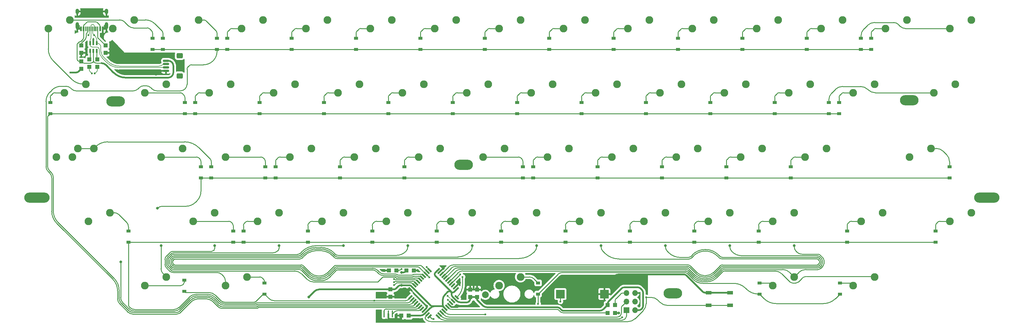
<source format=gbl>
G04 #@! TF.GenerationSoftware,KiCad,Pcbnew,(5.99.0-11336-g5116fa6d12)*
G04 #@! TF.CreationDate,2021-07-31T15:39:07+02:00*
G04 #@! TF.ProjectId,plain60-flex-mkd-hhkb,706c6169-6e36-4302-9d66-6c65782d6d6b,rev?*
G04 #@! TF.SameCoordinates,Original*
G04 #@! TF.FileFunction,Copper,L2,Bot*
G04 #@! TF.FilePolarity,Positive*
%FSLAX46Y46*%
G04 Gerber Fmt 4.6, Leading zero omitted, Abs format (unit mm)*
G04 Created by KiCad (PCBNEW (5.99.0-11336-g5116fa6d12)) date 2021-07-31 15:39:07*
%MOMM*%
%LPD*%
G01*
G04 APERTURE LIST*
G04 Aperture macros list*
%AMRoundRect*
0 Rectangle with rounded corners*
0 $1 Rounding radius*
0 $2 $3 $4 $5 $6 $7 $8 $9 X,Y pos of 4 corners*
0 Add a 4 corners polygon primitive as box body*
4,1,4,$2,$3,$4,$5,$6,$7,$8,$9,$2,$3,0*
0 Add four circle primitives for the rounded corners*
1,1,$1+$1,$2,$3*
1,1,$1+$1,$4,$5*
1,1,$1+$1,$6,$7*
1,1,$1+$1,$8,$9*
0 Add four rect primitives between the rounded corners*
20,1,$1+$1,$2,$3,$4,$5,0*
20,1,$1+$1,$4,$5,$6,$7,0*
20,1,$1+$1,$6,$7,$8,$9,0*
20,1,$1+$1,$8,$9,$2,$3,0*%
%AMRotRect*
0 Rectangle, with rotation*
0 The origin of the aperture is its center*
0 $1 length*
0 $2 width*
0 $3 Rotation angle, in degrees counterclockwise*
0 Add horizontal line*
21,1,$1,$2,0,0,$3*%
G04 Aperture macros list end*
G04 #@! TA.AperFunction,ComponentPad*
%ADD10C,2.286000*%
G04 #@! TD*
G04 #@! TA.AperFunction,ComponentPad*
%ADD11O,7.500000X3.000000*%
G04 #@! TD*
G04 #@! TA.AperFunction,ComponentPad*
%ADD12O,5.500000X3.000000*%
G04 #@! TD*
G04 #@! TA.AperFunction,SMDPad,CuDef*
%ADD13R,1.200000X0.900000*%
G04 #@! TD*
G04 #@! TA.AperFunction,SMDPad,CuDef*
%ADD14RotRect,1.500000X0.550000X135.000000*%
G04 #@! TD*
G04 #@! TA.AperFunction,SMDPad,CuDef*
%ADD15RotRect,1.500000X0.550000X45.000000*%
G04 #@! TD*
G04 #@! TA.AperFunction,SMDPad,CuDef*
%ADD16R,0.400000X2.000000*%
G04 #@! TD*
G04 #@! TA.AperFunction,SMDPad,CuDef*
%ADD17R,1.700000X1.000000*%
G04 #@! TD*
G04 #@! TA.AperFunction,SMDPad,CuDef*
%ADD18R,1.200000X1.300000*%
G04 #@! TD*
G04 #@! TA.AperFunction,ComponentPad*
%ADD19C,2.000000*%
G04 #@! TD*
G04 #@! TA.AperFunction,SMDPad,CuDef*
%ADD20R,1.300000X1.200000*%
G04 #@! TD*
G04 #@! TA.AperFunction,SMDPad,CuDef*
%ADD21R,0.600000X1.450000*%
G04 #@! TD*
G04 #@! TA.AperFunction,SMDPad,CuDef*
%ADD22R,0.300000X1.450000*%
G04 #@! TD*
G04 #@! TA.AperFunction,ComponentPad*
%ADD23O,1.000000X2.100000*%
G04 #@! TD*
G04 #@! TA.AperFunction,ComponentPad*
%ADD24O,1.000000X1.600000*%
G04 #@! TD*
G04 #@! TA.AperFunction,SMDPad,CuDef*
%ADD25R,1.200000X1.250000*%
G04 #@! TD*
G04 #@! TA.AperFunction,SMDPad,CuDef*
%ADD26R,1.250000X1.200000*%
G04 #@! TD*
G04 #@! TA.AperFunction,SMDPad,CuDef*
%ADD27R,0.600000X1.200000*%
G04 #@! TD*
G04 #@! TA.AperFunction,ComponentPad*
%ADD28R,1.700000X1.700000*%
G04 #@! TD*
G04 #@! TA.AperFunction,ComponentPad*
%ADD29O,1.700000X1.700000*%
G04 #@! TD*
G04 #@! TA.AperFunction,SMDPad,CuDef*
%ADD30R,2.500000X2.500000*%
G04 #@! TD*
G04 #@! TA.AperFunction,SMDPad,CuDef*
%ADD31RoundRect,0.150000X0.775000X-0.150000X0.775000X0.150000X-0.775000X0.150000X-0.775000X-0.150000X0*%
G04 #@! TD*
G04 #@! TA.AperFunction,SMDPad,CuDef*
%ADD32RoundRect,0.332800X0.567200X-0.467200X0.567200X0.467200X-0.567200X0.467200X-0.567200X-0.467200X0*%
G04 #@! TD*
G04 #@! TA.AperFunction,ViaPad*
%ADD33C,0.800000*%
G04 #@! TD*
G04 #@! TA.AperFunction,ViaPad*
%ADD34C,0.600000*%
G04 #@! TD*
G04 #@! TA.AperFunction,Conductor*
%ADD35C,0.250000*%
G04 #@! TD*
G04 #@! TA.AperFunction,Conductor*
%ADD36C,0.500000*%
G04 #@! TD*
G04 #@! TA.AperFunction,Conductor*
%ADD37C,0.200000*%
G04 #@! TD*
G04 APERTURE END LIST*
D10*
X78740000Y-23495000D03*
X72390000Y-26035000D03*
X97790000Y-23495000D03*
X91440000Y-26035000D03*
X154940000Y-23495000D03*
X148590000Y-26035000D03*
X173990000Y-23495000D03*
X167640000Y-26035000D03*
X135890000Y-23495000D03*
X129540000Y-26035000D03*
X116840000Y-23495000D03*
X110490000Y-26035000D03*
X16827500Y-23495000D03*
X10477500Y-26035000D03*
X145415000Y-4445000D03*
X139065000Y-6985000D03*
X183515000Y-4445000D03*
X177165000Y-6985000D03*
X88265000Y-4445000D03*
X81915000Y-6985000D03*
X240665000Y-4445000D03*
X234315000Y-6985000D03*
X221615000Y-4445000D03*
X215265000Y-6985000D03*
X202565000Y-4445000D03*
X196215000Y-6985000D03*
X164465000Y-4445000D03*
X158115000Y-6985000D03*
X126365000Y-4445000D03*
X120015000Y-6985000D03*
X107315000Y-4445000D03*
X100965000Y-6985000D03*
X69215000Y-4445000D03*
X62865000Y-6985000D03*
X31115000Y-4445000D03*
X24765000Y-6985000D03*
X12065000Y-4445000D03*
X5715000Y-6985000D03*
X40640000Y-80645000D03*
X34290000Y-83185000D03*
X150177500Y-61595000D03*
X143827500Y-64135000D03*
X226377500Y-61595000D03*
X220027500Y-64135000D03*
X169227500Y-61595000D03*
X162877500Y-64135000D03*
X131127500Y-61595000D03*
X124777500Y-64135000D03*
X188277500Y-61595000D03*
X181927500Y-64135000D03*
X250190000Y-23495000D03*
X243840000Y-26035000D03*
X54927500Y-61595000D03*
X48577500Y-64135000D03*
X193040000Y-23495000D03*
X186690000Y-26035000D03*
X121602500Y-42545000D03*
X115252500Y-45085000D03*
X64452500Y-42545000D03*
X58102500Y-45085000D03*
X266858700Y-42545000D03*
X260508700Y-45085000D03*
X278765000Y-61595000D03*
X272415000Y-64135000D03*
X178752500Y-42545000D03*
X172402500Y-45085000D03*
X274002487Y-23495061D03*
X267652487Y-26035061D03*
X231140000Y-23495000D03*
X224790000Y-26035000D03*
X64452500Y-80645000D03*
X58102500Y-83185000D03*
X83502500Y-42545000D03*
X77152500Y-45085000D03*
X159702500Y-42545000D03*
X153352500Y-45085000D03*
X102552500Y-42545000D03*
X96202500Y-45085000D03*
X45402500Y-42545000D03*
X39052500Y-45085000D03*
X197802500Y-42545000D03*
X191452500Y-45085000D03*
X23971250Y-61595000D03*
X17621250Y-64135000D03*
X235902500Y-42545000D03*
X229552500Y-45085000D03*
X216852500Y-42545000D03*
X210502500Y-45085000D03*
X212090000Y-23495000D03*
X205740000Y-26035000D03*
X140652500Y-42545000D03*
X134302500Y-45085000D03*
X19208750Y-42545000D03*
X12858750Y-45085000D03*
X112077500Y-61595000D03*
X105727500Y-64135000D03*
X250190000Y-80645000D03*
X243840000Y-83185000D03*
X73977500Y-61595000D03*
X67627500Y-64135000D03*
X226377500Y-80645000D03*
X220027500Y-83185000D03*
D11*
X283368988Y-57125000D03*
X2381252Y-57125000D03*
D10*
X40640000Y-23495000D03*
X34290000Y-26035000D03*
D12*
X190500160Y-85525000D03*
D10*
X93027500Y-61595000D03*
X86677500Y-64135000D03*
X14446277Y-42544925D03*
X8096277Y-45084925D03*
D12*
X260425000Y-28227050D03*
D10*
X259714977Y-4445061D03*
X253364977Y-6985061D03*
X252571287Y-61595061D03*
X246221287Y-64135061D03*
X278765087Y-4444961D03*
X272415087Y-6984961D03*
X207327500Y-61595000D03*
X200977500Y-64135000D03*
D12*
X128587608Y-47425040D03*
D10*
X59690000Y-23495000D03*
X53340000Y-26035000D03*
D12*
X25600000Y-28576024D03*
D10*
X145415000Y-80645000D03*
X139065000Y-83185000D03*
X50165000Y-4445000D03*
X43815000Y-6985000D03*
D13*
X239932417Y-85725561D03*
X239932417Y-82425561D03*
X216098619Y-85725561D03*
X216098619Y-82425561D03*
X150614189Y-85725561D03*
X150614189Y-82425561D03*
X69679287Y-85725561D03*
X69679287Y-82425561D03*
X268225000Y-70325000D03*
X268225000Y-67025000D03*
X242031460Y-70325056D03*
X242031460Y-67025056D03*
X215837500Y-70325000D03*
X215837500Y-67025000D03*
X196787500Y-70325000D03*
X196787500Y-67025000D03*
X139637500Y-70325000D03*
X139637500Y-67025000D03*
X101537500Y-70325000D03*
X101537500Y-67025000D03*
X82487500Y-70325000D03*
X82487500Y-67025000D03*
X220600000Y-32225000D03*
X220600000Y-28925000D03*
X225362500Y-51275000D03*
X225362500Y-47975000D03*
X49150000Y-32225000D03*
X49150000Y-28925000D03*
X182500000Y-32225000D03*
X182500000Y-28925000D03*
X206312500Y-51275000D03*
X206312500Y-47975000D03*
X111062500Y-51275000D03*
X111062500Y-47975000D03*
X53912500Y-51275000D03*
X53912500Y-47975000D03*
X187262500Y-51275000D03*
X187262500Y-47975000D03*
X146112500Y-51275000D03*
X146112500Y-47975000D03*
X50862500Y-51275000D03*
X50862500Y-47975000D03*
X72962500Y-51275000D03*
X72962500Y-47975000D03*
X106300000Y-32225000D03*
X106300000Y-28925000D03*
X201550000Y-32225000D03*
X201550000Y-28925000D03*
X125350000Y-32225000D03*
X125350000Y-28925000D03*
X163450000Y-32225000D03*
X163450000Y-28925000D03*
X149162500Y-51275000D03*
X149162500Y-47975000D03*
X92012500Y-51275000D03*
X92012500Y-47975000D03*
X60387500Y-70325000D03*
X60387500Y-67025000D03*
X158687500Y-70325000D03*
X158687500Y-67025000D03*
X272318700Y-51275000D03*
X272318700Y-47975000D03*
X45904299Y-84900061D03*
X45904299Y-81600061D03*
X168212500Y-51275000D03*
X168212500Y-47975000D03*
X87250000Y-32225000D03*
X87250000Y-28925000D03*
X239650000Y-32225000D03*
X239650000Y-28925000D03*
X69912500Y-51275000D03*
X69912500Y-47975000D03*
X144400000Y-32225000D03*
X144400000Y-28925000D03*
X177737500Y-70325000D03*
X177737500Y-67025000D03*
X120587500Y-70325000D03*
X120587500Y-67025000D03*
X68200000Y-32225000D03*
X68200000Y-28925000D03*
D14*
X126576021Y-86684407D03*
X126010335Y-87250092D03*
X125444650Y-87815777D03*
X124878965Y-88381463D03*
X124313279Y-88947148D03*
X123747594Y-89512834D03*
X123181908Y-90078519D03*
X122616223Y-90644205D03*
X122050537Y-91209890D03*
X121484852Y-91775575D03*
X120919167Y-92341261D03*
D15*
X118515003Y-92341261D03*
X117949318Y-91775575D03*
X117383633Y-91209890D03*
X116817947Y-90644205D03*
X116252262Y-90078519D03*
X115686576Y-89512834D03*
X115120891Y-88947148D03*
X114555205Y-88381463D03*
X113989520Y-87815777D03*
X113423835Y-87250092D03*
X112858149Y-86684407D03*
D14*
X112858149Y-84280243D03*
X113423835Y-83714558D03*
X113989520Y-83148873D03*
X114555205Y-82583187D03*
X115120891Y-82017502D03*
X115686576Y-81451816D03*
X116252262Y-80886131D03*
X116817947Y-80320445D03*
X117383633Y-79754760D03*
X117949318Y-79189075D03*
X118515003Y-78623389D03*
D15*
X120919167Y-78623389D03*
X121484852Y-79189075D03*
X122050537Y-79754760D03*
X122616223Y-80320445D03*
X123181908Y-80886131D03*
X123747594Y-81451816D03*
X124313279Y-82017502D03*
X124878965Y-82583187D03*
X125444650Y-83148873D03*
X126010335Y-83714558D03*
X126576021Y-84280243D03*
D16*
X105079287Y-91600061D03*
X107479287Y-91600061D03*
X106279287Y-91600061D03*
D17*
X201079287Y-85300061D03*
X207379287Y-85300061D03*
X207379287Y-89100061D03*
X201079287Y-89100061D03*
D18*
X106479287Y-78700061D03*
X108679287Y-78700061D03*
D13*
X172975000Y-13175000D03*
X172975000Y-9875000D03*
X153925000Y-13175000D03*
X153925000Y-9875000D03*
X230125000Y-13175000D03*
X230125000Y-9875000D03*
X192025000Y-13175000D03*
X192025000Y-9875000D03*
X246125000Y-13175000D03*
X246125000Y-9875000D03*
X46100000Y-32225000D03*
X46100000Y-28925000D03*
X6287500Y-32225000D03*
X6287500Y-28925000D03*
X211075000Y-13175000D03*
X211075000Y-9875000D03*
X115825000Y-13175000D03*
X115825000Y-9875000D03*
X55625000Y-13175000D03*
X55625000Y-9875000D03*
X77725000Y-13175000D03*
X77725000Y-9875000D03*
X134875000Y-13175000D03*
X134875000Y-9875000D03*
X96775000Y-13175000D03*
X96775000Y-9875000D03*
X58675000Y-13175000D03*
X58675000Y-9875000D03*
D19*
X134979287Y-85950061D03*
D20*
X17859390Y-18364077D03*
X17859390Y-16164077D03*
D21*
X15343000Y-7075000D03*
X16118000Y-7075000D03*
D22*
X16818000Y-7075000D03*
X17318000Y-7075000D03*
X17818000Y-7075000D03*
X18318000Y-7075000D03*
X18818000Y-7075000D03*
X19318000Y-7075000D03*
X19818000Y-7075000D03*
X20318000Y-7075000D03*
D21*
X21018000Y-7075000D03*
X21793000Y-7075000D03*
D23*
X22888000Y-6160000D03*
D24*
X22888000Y-1980000D03*
X14248000Y-1980000D03*
D23*
X14248000Y-6160000D03*
D13*
X63437500Y-70325000D03*
X63437500Y-67025000D03*
D25*
X110129287Y-92150061D03*
X112329287Y-92150061D03*
D26*
X130529287Y-84400061D03*
X130529287Y-86600061D03*
D13*
X29431250Y-70325000D03*
X29431250Y-67025000D03*
X236600000Y-32225000D03*
X236600000Y-28925000D03*
D20*
X15478138Y-18959390D03*
X15478138Y-16759390D03*
D13*
X36575000Y-13175000D03*
X36575000Y-9875000D03*
D20*
X20240642Y-16164077D03*
X20240642Y-18364077D03*
D25*
X171189287Y-91371313D03*
X173389287Y-91371313D03*
D26*
X106929287Y-86550061D03*
X106929287Y-84350061D03*
D18*
X173389287Y-88990061D03*
X171189287Y-88990061D03*
D20*
X22621894Y-11996886D03*
X22621894Y-14196886D03*
D13*
X39625000Y-13175000D03*
X39625000Y-9875000D03*
D27*
X18100016Y-11351573D03*
X19050016Y-11351573D03*
X20000016Y-11351573D03*
X20000016Y-13651573D03*
X19050016Y-13651573D03*
X18100016Y-13651573D03*
D28*
X176729287Y-90510061D03*
D29*
X179269287Y-90510061D03*
X176729287Y-87970061D03*
X179269287Y-87970061D03*
X176729287Y-85430061D03*
X179269287Y-85430061D03*
D20*
X15478138Y-14196886D03*
X15478138Y-11996886D03*
D30*
X157211075Y-85725072D03*
X170211075Y-85725072D03*
D26*
X132529287Y-84400061D03*
X132529287Y-86600061D03*
D25*
X113829287Y-78700061D03*
X111629287Y-78700061D03*
D31*
X40548273Y-16549549D03*
X40548273Y-17549549D03*
X40548273Y-18549549D03*
X40548273Y-19549549D03*
D32*
X44573273Y-15049549D03*
X44573273Y-21049549D03*
D13*
X249174977Y-13175061D03*
X249174977Y-9875061D03*
D33*
X37601287Y-20606061D03*
X126829287Y-89410061D03*
D34*
X24212462Y-14196886D03*
D33*
X170211075Y-83371849D03*
X105139287Y-78700061D03*
D34*
X21793000Y-9586348D03*
D33*
X108839287Y-86550061D03*
X122539287Y-78134640D03*
X131509287Y-82330061D03*
X114989287Y-78700061D03*
D34*
X19050016Y-10199332D03*
D33*
X108799287Y-93090061D03*
X127379287Y-82345606D03*
X174478035Y-91371313D03*
X117649287Y-89320061D03*
X111159469Y-84280243D03*
D34*
X15478138Y-15478912D03*
D33*
X110200000Y-83090774D03*
X82739287Y-86630061D03*
D34*
X12279287Y-20025061D03*
D33*
X110200000Y-79360061D03*
X37999287Y-60310061D03*
X27109287Y-76200061D03*
D34*
X150614189Y-88600061D03*
X102169287Y-87680061D03*
X108029287Y-81300061D03*
D33*
X39052500Y-71390061D03*
D34*
X108037345Y-82192003D03*
D33*
X54927500Y-71390061D03*
D34*
X108045403Y-83083945D03*
D33*
X73979287Y-71390061D03*
X93029287Y-71390061D03*
X112079287Y-71390061D03*
D34*
X118418934Y-80790061D03*
D33*
X131129287Y-71390061D03*
X150179287Y-71390061D03*
X169229287Y-71390061D03*
X188279287Y-71390061D03*
X207329287Y-71390061D03*
X226377500Y-71390061D03*
D34*
X127552091Y-79910061D03*
X128279287Y-80640061D03*
X19264287Y-8945061D03*
X17612287Y-8945061D03*
X182569287Y-86700061D03*
X117621675Y-77730061D03*
X110200000Y-78274573D03*
X175479287Y-92650061D03*
X134979287Y-91810061D03*
X123908425Y-87410923D03*
X18625016Y-20350061D03*
X123858934Y-86230061D03*
X19475016Y-20350061D03*
X119715287Y-93160061D03*
X157211075Y-87938273D03*
D35*
X55208015Y-86127740D02*
G75*
G03*
X53086695Y-85249061I-2121319J-2121319D01*
G01*
X46253299Y-85249061D02*
X45904299Y-84900061D01*
X53086695Y-85249061D02*
X46253299Y-85249061D01*
X56860889Y-87780614D02*
X55208015Y-86127740D01*
X57087721Y-87911576D02*
X56860889Y-87780614D01*
X57329707Y-88011810D02*
X57087721Y-87911576D01*
X57582706Y-88079601D02*
X57329707Y-88011810D01*
X57973351Y-88115698D02*
X57842389Y-88113789D01*
X66735597Y-88115698D02*
X57973351Y-88115698D01*
X69229287Y-85725561D02*
X66912373Y-88042475D01*
X69679287Y-85725561D02*
X69229287Y-85725561D01*
X66735597Y-88115698D02*
G75*
G03*
X66912373Y-88042475I-1J250001D01*
G01*
X57842389Y-88113789D02*
X57582706Y-88079601D01*
X238572383Y-87085595D02*
G75*
G02*
X235036849Y-88550061I-3535533J3535532D01*
G01*
X235036849Y-88550061D02*
X220994187Y-88550061D01*
X217458653Y-87085595D02*
G75*
G03*
X220994187Y-88550061I3535533J3535532D01*
G01*
X239932417Y-85725561D02*
X238572383Y-87085595D01*
X217458653Y-87085595D02*
X216098619Y-85725561D01*
D36*
X132529287Y-84400061D02*
X131509287Y-84400061D01*
X37601287Y-20606061D02*
X38072013Y-20135335D01*
X15343000Y-7075000D02*
X15163000Y-7075000D01*
X126683581Y-89555767D02*
X126829287Y-89410061D01*
X126010335Y-83714558D02*
X127379287Y-82345606D01*
X19050016Y-11351573D02*
X19050016Y-10199332D01*
X116817947Y-90644205D02*
X117649287Y-89812865D01*
X106929287Y-86550061D02*
X108839287Y-86550061D01*
X22621894Y-14196886D02*
X24212462Y-14196886D01*
X21973000Y-7075000D02*
X22888000Y-6160000D01*
X106779287Y-93090061D02*
X108799287Y-93090061D01*
X124921898Y-89555767D02*
X126683581Y-89555767D01*
X194450679Y-80192537D02*
X199265310Y-85007168D01*
X39486226Y-19549549D02*
X40548273Y-19549549D01*
X121484852Y-79189075D02*
X122539287Y-78134640D01*
X108799287Y-93090061D02*
X109629287Y-93090061D01*
X173389287Y-91371313D02*
X174478035Y-91371313D01*
X117649287Y-89812865D02*
X117649287Y-89320061D01*
X21793000Y-7075000D02*
X21793000Y-9586348D01*
X106279287Y-91600061D02*
X106279287Y-92590061D01*
X110129287Y-92590061D02*
X110129287Y-92150061D01*
X174511707Y-79899644D02*
X193743572Y-79899644D01*
X131509287Y-84400061D02*
X130529287Y-84400061D01*
X21793000Y-7075000D02*
X21973000Y-7075000D01*
X131509287Y-84400061D02*
X131509287Y-82330061D01*
X112858149Y-84280243D02*
X111159469Y-84280243D01*
X124313279Y-88947148D02*
X124921898Y-89555767D01*
X170211075Y-83371849D02*
X173097494Y-80485430D01*
X15478138Y-14196886D02*
X15478138Y-15478912D01*
X199972417Y-85300061D02*
X201079287Y-85300061D01*
X106479287Y-78700061D02*
X105139287Y-78700061D01*
X113829287Y-78700061D02*
X114989287Y-78700061D01*
X15163000Y-7075000D02*
X14248000Y-6160000D01*
X201079287Y-85300061D02*
X207379287Y-85300061D01*
X170211075Y-85725072D02*
X170211075Y-83371849D01*
X173097494Y-80485430D02*
G75*
G02*
X174511707Y-79899644I1414213J-1414214D01*
G01*
X106779287Y-93090061D02*
G75*
G02*
X106279287Y-92590061I1J500001D01*
G01*
X199972417Y-85300060D02*
G75*
G02*
X199265311Y-85007167I-3J999993D01*
G01*
X110129287Y-92590061D02*
G75*
G02*
X109629287Y-93090061I-500001J1D01*
G01*
X194450679Y-80192537D02*
G75*
G03*
X193743572Y-79899644I-707106J-707106D01*
G01*
X38072013Y-20135335D02*
G75*
G02*
X39486226Y-19549549I1414213J-1414214D01*
G01*
X112592944Y-83090774D02*
X110200000Y-83090774D01*
X157486394Y-90407168D02*
X157022180Y-89942954D01*
X171482180Y-87907168D02*
X175376394Y-84012954D01*
X115615035Y-92150061D02*
X112329287Y-92150061D01*
X130236394Y-87842954D02*
X130152180Y-87927168D01*
X171189287Y-88990061D02*
X171189287Y-88614275D01*
X124296764Y-84890061D02*
X124512180Y-84890061D01*
X122706343Y-89602954D02*
X122706343Y-89602954D01*
X110200000Y-83090774D02*
X110002788Y-83090774D01*
X125019287Y-85604275D02*
X125044882Y-85604275D01*
X176083501Y-83720061D02*
X180095073Y-83720061D01*
X180415073Y-90510061D02*
X179269287Y-90510061D01*
X120009287Y-79972954D02*
X120009287Y-79740376D01*
X129445073Y-88220061D02*
X127808731Y-88220061D01*
X125312180Y-86551937D02*
X126010335Y-87250092D01*
X120603441Y-78939115D02*
X120919167Y-78623389D01*
X181669287Y-85294275D02*
X181669287Y-89255847D01*
X125359096Y-85290061D02*
X125326394Y-85290061D01*
X126394517Y-87634274D02*
X126010335Y-87250092D01*
X122413450Y-88895847D02*
X122413450Y-87394695D01*
X109295681Y-83383667D02*
X108622180Y-84057168D01*
X124865734Y-85036508D02*
X124972840Y-85143614D01*
X14705360Y-19732168D02*
X15478138Y-18959390D01*
X171189287Y-88990061D02*
X170065073Y-90114275D01*
X84433500Y-84935848D02*
X82739287Y-86630061D01*
X132529287Y-87460061D02*
X132529287Y-86600061D01*
X122999237Y-85980481D02*
X123943211Y-85036507D01*
X126576021Y-84280243D02*
X125712649Y-85143615D01*
X106929287Y-84350061D02*
X85847714Y-84350061D01*
X120155734Y-79386822D02*
X120919167Y-78623389D01*
X180802180Y-84012954D02*
X181376394Y-84587168D01*
X156315073Y-89650061D02*
X135547714Y-89650061D01*
X132529287Y-86600061D02*
X130529287Y-86600061D01*
X113423835Y-83714558D02*
X112946497Y-83237220D01*
X181376394Y-89962954D02*
X181122180Y-90217168D01*
X134133500Y-89064274D02*
X132529287Y-87460061D01*
X168650860Y-90700061D02*
X158193501Y-90700061D01*
X130529287Y-86600061D02*
X130529287Y-87135847D01*
X119226445Y-89310061D02*
X120111889Y-89310061D01*
X121999236Y-89310061D02*
X120111889Y-89310061D01*
X124726394Y-84897168D02*
X120155733Y-80326507D01*
X107915073Y-84350061D02*
X106929287Y-84350061D01*
X117383633Y-91209890D02*
X117029248Y-91564275D01*
X123181908Y-90078519D02*
X122706343Y-89602954D01*
X113423835Y-83714558D02*
X118872892Y-89163615D01*
X110762180Y-79360061D02*
X110200000Y-79360061D01*
X111629287Y-78700061D02*
X111115733Y-79213615D01*
X124972840Y-85143614D02*
X124726394Y-84897168D01*
X118697675Y-89895848D02*
X117383633Y-91209890D01*
X125019287Y-85604275D02*
X125019287Y-85844830D01*
X12279287Y-20025061D02*
X13998253Y-20025061D01*
X121999236Y-89310062D02*
G75*
G02*
X122706342Y-89602955I3J-999993D01*
G01*
X109295681Y-83383667D02*
G75*
G02*
X110002788Y-83090774I707106J-707106D01*
G01*
X129445073Y-88220060D02*
G75*
G03*
X130152179Y-87927167I3J999993D01*
G01*
X119226445Y-89310060D02*
G75*
G02*
X118872892Y-89163615I0J500001D01*
G01*
X156315073Y-89650062D02*
G75*
G02*
X157022179Y-89942955I3J-999993D01*
G01*
X122999237Y-85980481D02*
G75*
G03*
X122413450Y-87394695I1414213J-1414214D01*
G01*
X181122180Y-90217168D02*
G75*
G02*
X180415073Y-90510061I-707106J707106D01*
G01*
X120009288Y-79972954D02*
G75*
G03*
X120155733Y-80326507I500001J0D01*
G01*
X181376394Y-84587168D02*
G75*
G02*
X181669287Y-85294275I-707106J-707106D01*
G01*
X125312180Y-86551937D02*
G75*
G02*
X125019287Y-85844830I707106J707106D01*
G01*
X171189288Y-88614275D02*
G75*
G02*
X171482181Y-87907169I999993J3D01*
G01*
X118697675Y-89895848D02*
G75*
G02*
X120111889Y-89310061I1414214J-1414213D01*
G01*
X168650860Y-90700060D02*
G75*
G03*
X170065072Y-90114274I0J1999999D01*
G01*
X120155734Y-79386822D02*
G75*
G03*
X120009287Y-79740376I353550J-353553D01*
G01*
X130529286Y-87135847D02*
G75*
G02*
X130236393Y-87842953I-999993J-3D01*
G01*
X112946497Y-83237220D02*
G75*
G03*
X112592944Y-83090774I-353553J-353556D01*
G01*
X124972840Y-85143614D02*
G75*
G03*
X125326394Y-85290061I353553J353550D01*
G01*
X158193501Y-90700060D02*
G75*
G02*
X157486395Y-90407167I-3J999993D01*
G01*
X124296764Y-84890062D02*
G75*
G03*
X123943211Y-85036507I0J-500001D01*
G01*
X84433500Y-84935848D02*
G75*
G02*
X85847714Y-84350061I1414214J-1414213D01*
G01*
X134133500Y-89064274D02*
G75*
G03*
X135547714Y-89650061I1414214J1414213D01*
G01*
X13998253Y-20025060D02*
G75*
G03*
X14705359Y-19732167I3J999993D01*
G01*
X126394517Y-87634274D02*
G75*
G03*
X127808731Y-88220061I1414214J1414213D01*
G01*
X115615035Y-92150060D02*
G75*
G03*
X117029247Y-91564274I0J1999999D01*
G01*
X124512180Y-84890061D02*
G75*
G02*
X124865734Y-85036508I1J-499997D01*
G01*
X111115733Y-79213615D02*
G75*
G02*
X110762180Y-79360061I-353553J353556D01*
G01*
X124726394Y-84897168D02*
G75*
G02*
X125019287Y-85604275I-707106J-707106D01*
G01*
X125712649Y-85143615D02*
G75*
G02*
X125359096Y-85290061I-353553J353556D01*
G01*
X180802180Y-84012954D02*
G75*
G03*
X180095073Y-83720061I-707106J-707106D01*
G01*
X181376394Y-89962954D02*
G75*
G03*
X181669287Y-89255847I-707106J707106D01*
G01*
X108622180Y-84057168D02*
G75*
G02*
X107915073Y-84350061I-707106J707106D01*
G01*
X176083501Y-83720062D02*
G75*
G03*
X175376395Y-84012955I-3J-999993D01*
G01*
X122413451Y-88895847D02*
G75*
G03*
X122706344Y-89602953I999993J-3D01*
G01*
D35*
X114063466Y-89686293D02*
X113965204Y-89688621D01*
X52843173Y-87179983D02*
X52508587Y-87142284D01*
X53171434Y-87254906D02*
X52843173Y-87179983D01*
X56541338Y-89810005D02*
X56299338Y-89709765D01*
X6724339Y-61194045D02*
X6724339Y-51283540D01*
X114437779Y-89572746D02*
X114256214Y-89647953D01*
X37805001Y-25497122D02*
X44755574Y-25497122D01*
X47919837Y-88018741D02*
X44874283Y-91064295D01*
X67657161Y-89840555D02*
X67620666Y-89873724D01*
X53792602Y-87512202D02*
X53489243Y-87366112D01*
X29285674Y-91064294D02*
X26796033Y-88574652D01*
X47048467Y-18346229D02*
X47351681Y-18043015D01*
X54077696Y-87691339D02*
X53792602Y-87512202D01*
X57185021Y-89913778D02*
X57054051Y-89911990D01*
X50041158Y-87140061D02*
X49872806Y-87142284D01*
X114256214Y-89647953D02*
X114063466Y-89686293D01*
X36038360Y-24558908D02*
X36390787Y-24911335D01*
X9557993Y-24116400D02*
X10942739Y-24116400D01*
X46755574Y-23497122D02*
X46755574Y-19053336D01*
X67735873Y-89761844D02*
X67657161Y-89840555D01*
X33995001Y-23973122D02*
X34624147Y-23973122D01*
X67772368Y-89728675D02*
X67735873Y-89761844D01*
X55864681Y-89419337D02*
X55770807Y-89327991D01*
X48588791Y-87512202D02*
X48303697Y-87691339D01*
X54340941Y-87901270D02*
X54077696Y-87691339D01*
X55635287Y-13185287D02*
X55625000Y-13175000D01*
X54461556Y-88018740D02*
X54340941Y-87901270D01*
X5029287Y-47931634D02*
X5029287Y-28645106D01*
X44874283Y-91064295D02*
X44780409Y-91155640D01*
X52340236Y-87140061D02*
X50041158Y-87140061D01*
X44103752Y-91546308D02*
X43850738Y-91614103D01*
X56794352Y-89877800D02*
X56541338Y-89810005D01*
X67620666Y-89873724D02*
X67529645Y-89911426D01*
X55770807Y-89327991D02*
X54461556Y-88018740D01*
X43850738Y-91614103D02*
X43591040Y-91648292D01*
X49872806Y-87142284D02*
X49538220Y-87179983D01*
X12356952Y-24702186D02*
X12566101Y-24911335D01*
X6200860Y-25816679D02*
X6729566Y-25287973D01*
X44572598Y-91315098D02*
X44345752Y-91446068D01*
X67912649Y-89688621D02*
X67863389Y-89690973D01*
X48303697Y-87691339D02*
X48040452Y-87901270D01*
X49209959Y-87254906D02*
X48892150Y-87366112D01*
X48040452Y-87901270D02*
X47919837Y-88018741D01*
X56299338Y-89709765D02*
X56072491Y-89578796D01*
X26210247Y-87160439D02*
X26210247Y-84822089D01*
X114672311Y-89395728D02*
X114601183Y-89463564D01*
X24745781Y-81286555D02*
X8188805Y-64729579D01*
X55635287Y-13750122D02*
X55635287Y-13185287D01*
X67529645Y-89911426D02*
X67480385Y-89913778D01*
X114601183Y-89463564D02*
X114437779Y-89572746D01*
X52508587Y-87142284D02*
X52340236Y-87140061D01*
X43591040Y-91648292D02*
X43460070Y-91650081D01*
X48058788Y-17750122D02*
X51635287Y-17750122D01*
X13980315Y-25497122D02*
X30814147Y-25497122D01*
X56072491Y-89578796D02*
X55864681Y-89419337D01*
X115120891Y-88947148D02*
X114672311Y-89395728D01*
X6138552Y-49869326D02*
X5615073Y-49345847D01*
X44780409Y-91155640D02*
X44572598Y-91315098D01*
X49538220Y-87179983D02*
X49209959Y-87254906D01*
X48892150Y-87366112D02*
X48588791Y-87512202D01*
X53489243Y-87366112D02*
X53171434Y-87254906D01*
X43460070Y-91650081D02*
X30699888Y-91650081D01*
X249174916Y-13175000D02*
X249174977Y-13175061D01*
X113965204Y-89688621D02*
X67912649Y-89688621D01*
X57054051Y-89911990D02*
X56794352Y-89877800D01*
X36575000Y-13175000D02*
X249174916Y-13175000D01*
X44345752Y-91446068D02*
X44103752Y-91546308D01*
X67863389Y-89690973D02*
X67772368Y-89728675D01*
X67480385Y-89913778D02*
X57185021Y-89913778D01*
X32228360Y-24911336D02*
X32580787Y-24558909D01*
X6724339Y-61194045D02*
G75*
G03*
X8188805Y-64729579I4999998J-1D01*
G01*
X33995001Y-23973123D02*
G75*
G03*
X32580788Y-24558910I0J-1999999D01*
G01*
X12356952Y-24702186D02*
G75*
G03*
X10942739Y-24116400I-1414213J-1414214D01*
G01*
X32228360Y-24911336D02*
G75*
G02*
X30814147Y-25497122I-1414213J1414214D01*
G01*
X9557993Y-24116400D02*
G75*
G03*
X6729566Y-25287973I0J-3999999D01*
G01*
X24745781Y-81286555D02*
G75*
G02*
X26210247Y-84822089I-3535532J-3535533D01*
G01*
X13980315Y-25497121D02*
G75*
G02*
X12566102Y-24911334I0J1999999D01*
G01*
X5029288Y-47931634D02*
G75*
G03*
X5615074Y-49345846I1999999J0D01*
G01*
X55635287Y-13750122D02*
G75*
G02*
X51635287Y-17750122I-4000000J0D01*
G01*
X36038360Y-24558908D02*
G75*
G03*
X34624147Y-23973122I-1414213J-1414214D01*
G01*
X46755574Y-23497122D02*
G75*
G02*
X44755574Y-25497122I-1999999J-1D01*
G01*
X29285674Y-91064294D02*
G75*
G03*
X30699888Y-91650081I1414214J1414213D01*
G01*
X48058788Y-17750123D02*
G75*
G03*
X47351682Y-18043016I-3J-999993D01*
G01*
X37805001Y-25497121D02*
G75*
G02*
X36390788Y-24911334I0J1999999D01*
G01*
X6138552Y-49869326D02*
G75*
G02*
X6724339Y-51283540I-1414213J-1414214D01*
G01*
X26210248Y-87160439D02*
G75*
G03*
X26796034Y-88574651I1999999J0D01*
G01*
X6200860Y-25816679D02*
G75*
G03*
X5029287Y-28645106I2828426J-2828427D01*
G01*
X47048467Y-18346229D02*
G75*
G03*
X46755574Y-19053336I707106J-707106D01*
G01*
X28250013Y-5030787D02*
X29443501Y-6224275D01*
X30857714Y-6810061D02*
X34970847Y-6810061D01*
X36575000Y-8414214D02*
X36575000Y-9875000D01*
X12065000Y-4445000D02*
X26835799Y-4445000D01*
X35677954Y-7102954D02*
X36282107Y-7707107D01*
X29443501Y-6224275D02*
G75*
G03*
X30857714Y-6810061I1414213J1414214D01*
G01*
X28250013Y-5030787D02*
G75*
G03*
X26835799Y-4445000I-1414214J-1414213D01*
G01*
X35677954Y-7102954D02*
G75*
G03*
X34970847Y-6810061I-707106J-707106D01*
G01*
X36282107Y-7707107D02*
G75*
G02*
X36575000Y-8414214I-707106J-707106D01*
G01*
X37241573Y-5616573D02*
X39332107Y-7707107D01*
X39625000Y-8414214D02*
X39625000Y-9875000D01*
X31115000Y-4445000D02*
X34413146Y-4445000D01*
X34413146Y-4445000D02*
G75*
G02*
X37241573Y-5616573I0J-3999999D01*
G01*
X39624999Y-8414214D02*
G75*
G03*
X39332106Y-7707108I-999993J3D01*
G01*
X52362893Y-4737893D02*
X55332107Y-7707107D01*
X55625000Y-9875000D02*
X55625000Y-8414214D01*
X55595000Y-9875000D02*
X55625000Y-9875000D01*
X50165000Y-4445000D02*
X51655786Y-4445000D01*
X55624999Y-8414214D02*
G75*
G03*
X55332106Y-7707108I-999993J3D01*
G01*
X51655786Y-4445001D02*
G75*
G02*
X52362892Y-4737894I3J-999993D01*
G01*
X59397107Y-7277893D02*
X58967893Y-7707107D01*
X58675000Y-9875000D02*
X58675000Y-8414214D01*
X62865000Y-6985000D02*
X60104214Y-6985000D01*
X58967893Y-7707107D02*
G75*
G03*
X58675000Y-8414214I707106J-707106D01*
G01*
X59397107Y-7277893D02*
G75*
G02*
X60104214Y-6985000I707106J-707106D01*
G01*
X78447107Y-7277893D02*
X78017893Y-7707107D01*
X81915000Y-6985000D02*
X79154214Y-6985000D01*
X77725000Y-9875000D02*
X77725000Y-8414214D01*
X78447107Y-7277893D02*
G75*
G02*
X79154214Y-6985000I707106J-707106D01*
G01*
X78017893Y-7707107D02*
G75*
G03*
X77725000Y-8414214I707106J-707106D01*
G01*
X100965000Y-6985000D02*
X98204214Y-6985000D01*
X96775000Y-9875000D02*
X96775000Y-8414214D01*
X97497107Y-7277893D02*
X97067893Y-7707107D01*
X97067893Y-7707107D02*
G75*
G03*
X96775000Y-8414214I707106J-707106D01*
G01*
X97497107Y-7277893D02*
G75*
G02*
X98204214Y-6985000I707106J-707106D01*
G01*
X115825000Y-9875000D02*
X115825000Y-8414214D01*
X116547107Y-7277893D02*
X116117893Y-7707107D01*
X120015000Y-6985000D02*
X117254214Y-6985000D01*
X116547107Y-7277893D02*
G75*
G02*
X117254214Y-6985000I707106J-707106D01*
G01*
X115825001Y-8414214D02*
G75*
G02*
X116117894Y-7707108I999993J3D01*
G01*
X134875000Y-9875000D02*
X134875000Y-8414214D01*
X135597107Y-7277893D02*
X135167893Y-7707107D01*
X139065000Y-6985000D02*
X136304214Y-6985000D01*
X135167893Y-7707107D02*
G75*
G03*
X134875000Y-8414214I707106J-707106D01*
G01*
X136304214Y-6985001D02*
G75*
G03*
X135597108Y-7277894I-3J-999993D01*
G01*
X154647107Y-7277893D02*
X154217893Y-7707107D01*
X158115000Y-6985000D02*
X155354214Y-6985000D01*
X153925000Y-9875000D02*
X153925000Y-8414214D01*
X155354214Y-6985001D02*
G75*
G03*
X154647108Y-7277894I-3J-999993D01*
G01*
X153925001Y-8414214D02*
G75*
G02*
X154217894Y-7707108I999993J3D01*
G01*
X172975000Y-9875000D02*
X172975000Y-8414214D01*
X177165000Y-6985000D02*
X174404214Y-6985000D01*
X173697107Y-7277893D02*
X173267893Y-7707107D01*
X173697107Y-7277893D02*
G75*
G02*
X174404214Y-6985000I707106J-707106D01*
G01*
X173267893Y-7707107D02*
G75*
G03*
X172975000Y-8414214I707106J-707106D01*
G01*
X192025000Y-9875000D02*
X192025000Y-8414214D01*
X196215000Y-6985000D02*
X193454214Y-6985000D01*
X192747107Y-7277893D02*
X192317893Y-7707107D01*
X192317893Y-7707107D02*
G75*
G03*
X192025000Y-8414214I707106J-707106D01*
G01*
X193454214Y-6985001D02*
G75*
G03*
X192747108Y-7277894I-3J-999993D01*
G01*
X211797107Y-7277893D02*
X211367893Y-7707107D01*
X211075000Y-9875000D02*
X211075000Y-8414214D01*
X215265000Y-6985000D02*
X212504214Y-6985000D01*
X212504214Y-6985001D02*
G75*
G03*
X211797108Y-7277894I-3J-999993D01*
G01*
X211367893Y-7707107D02*
G75*
G03*
X211075000Y-8414214I707106J-707106D01*
G01*
X230847107Y-7277893D02*
X230417893Y-7707107D01*
X230125000Y-9875000D02*
X230125000Y-8414214D01*
X234315000Y-6985000D02*
X231554214Y-6985000D01*
X231554214Y-6985001D02*
G75*
G03*
X230847108Y-7277894I-3J-999993D01*
G01*
X230417893Y-7707107D02*
G75*
G03*
X230125000Y-8414214I707106J-707106D01*
G01*
X262890000Y-6985000D02*
X259222653Y-6985000D01*
X246125000Y-9242641D02*
X246125000Y-9875000D01*
X248036259Y-6088741D02*
X247003679Y-7121321D01*
X257808439Y-6399213D02*
X257205073Y-5795847D01*
X255790860Y-5210061D02*
X250157580Y-5210061D01*
X262890000Y-6985000D02*
X272415048Y-6985000D01*
X272415048Y-6985000D02*
X272415087Y-6984961D01*
X248036259Y-6088741D02*
G75*
G02*
X250157580Y-5210061I2121323J-2121325D01*
G01*
X259222653Y-6984999D02*
G75*
G02*
X257808440Y-6399212I0J1999999D01*
G01*
X255790860Y-5210062D02*
G75*
G02*
X257205072Y-5795848I0J-1999999D01*
G01*
X246125000Y-9242641D02*
G75*
G02*
X247003679Y-7121321I2999998J1D01*
G01*
X10477500Y-26035000D02*
X7666714Y-26035000D01*
X6959607Y-26327893D02*
X6580393Y-26707107D01*
X6287500Y-28925000D02*
X6287500Y-27414214D01*
X6959607Y-26327893D02*
G75*
G02*
X7666714Y-26035000I707106J-707106D01*
G01*
X6287501Y-27414214D02*
G75*
G02*
X6580394Y-26707108I999993J3D01*
G01*
X113283353Y-89239101D02*
X113381615Y-89236774D01*
X52694988Y-86692274D02*
X53029574Y-86729973D01*
X56259383Y-89129275D02*
X56486229Y-89260245D01*
X56728229Y-89360485D02*
X56981243Y-89428280D01*
X43404632Y-91198291D02*
X43664331Y-91164101D01*
X56051572Y-88969817D02*
X56259383Y-89129275D01*
X54527342Y-87451260D02*
X54647957Y-87568731D01*
X53029574Y-86729973D02*
X53357835Y-86804896D01*
X48402392Y-87062192D02*
X48705751Y-86916102D01*
X44687876Y-90614292D02*
X47733438Y-87568730D01*
X48117298Y-87241329D02*
X48402392Y-87062192D01*
X57371911Y-89464258D02*
X67294188Y-89464258D01*
X67470965Y-89391034D02*
X67549675Y-89312324D01*
X67294188Y-89464258D02*
X67343448Y-89461906D01*
X47854053Y-87451260D02*
X48117298Y-87241329D01*
X57240941Y-89462469D02*
X57371911Y-89464258D01*
X113990460Y-88946208D02*
X114555205Y-88381463D01*
X54264097Y-87241329D02*
X54527342Y-87451260D01*
X113755929Y-89123228D02*
X113919333Y-89014044D01*
X54647957Y-87568731D02*
X55957698Y-88878472D01*
X6064594Y-49159650D02*
X6588562Y-49683618D01*
X26659767Y-84635891D02*
X26659767Y-86974242D01*
X53357835Y-86804896D02*
X53675644Y-86916102D01*
X7174348Y-51097831D02*
X7174348Y-61008336D01*
X5478807Y-33447907D02*
X5478807Y-47745436D01*
X67586170Y-89279155D02*
X67677191Y-89241453D01*
X239650000Y-32225000D02*
X6287500Y-32225000D01*
X55957698Y-88878472D02*
X56051572Y-88969817D01*
X43917345Y-91096306D02*
X44159345Y-90996066D01*
X49351821Y-86729973D02*
X49686407Y-86692274D01*
X113381615Y-89236774D02*
X113574364Y-89198434D01*
X67343448Y-89461906D02*
X67434470Y-89424203D01*
X44594002Y-90705638D02*
X44687876Y-90614292D01*
X113919333Y-89014044D02*
X113990460Y-88946208D01*
X56486229Y-89260245D02*
X56728229Y-89360485D01*
X49023560Y-86804896D02*
X49351821Y-86729973D01*
X47733438Y-87568730D02*
X47854053Y-87451260D01*
X8638814Y-64543870D02*
X25195301Y-81100357D01*
X30885604Y-91200079D02*
X43273662Y-91200079D01*
X49854758Y-86690051D02*
X52526636Y-86690051D01*
X49686407Y-86692274D02*
X49854758Y-86690051D01*
X67726451Y-89239101D02*
X113283353Y-89239101D01*
X67549675Y-89312324D02*
X67586170Y-89279155D01*
X56981243Y-89428280D02*
X57240941Y-89462469D01*
X67677191Y-89241453D02*
X67726451Y-89239101D01*
X6287500Y-32225000D02*
X5771700Y-32740800D01*
X44159345Y-90996066D02*
X44386192Y-90865097D01*
X43664331Y-91164101D02*
X43917345Y-91096306D01*
X44386192Y-90865097D02*
X44594002Y-90705638D01*
X52526636Y-86690051D02*
X52694988Y-86692274D01*
X113574364Y-89198434D02*
X113755929Y-89123228D01*
X67434470Y-89424203D02*
X67470965Y-89391034D01*
X27245554Y-88388456D02*
X29471391Y-90614293D01*
X53979003Y-87062192D02*
X54264097Y-87241329D01*
X53675644Y-86916102D02*
X53979003Y-87062192D01*
X43273662Y-91200079D02*
X43404632Y-91198291D01*
X48705751Y-86916102D02*
X49023560Y-86804896D01*
X8638814Y-64543870D02*
G75*
G02*
X7174348Y-61008336I3535532J3535533D01*
G01*
X6588562Y-49683618D02*
G75*
G02*
X7174348Y-51097831I-1414214J-1414213D01*
G01*
X27245554Y-88388456D02*
G75*
G02*
X26659767Y-86974242I1414213J1414214D01*
G01*
X25195301Y-81100357D02*
G75*
G02*
X26659767Y-84635891I-3535532J-3535533D01*
G01*
X29471391Y-90614293D02*
G75*
G03*
X30885604Y-91200079I1414213J1414214D01*
G01*
X5771700Y-32740800D02*
G75*
G03*
X5478807Y-33447907I707106J-707106D01*
G01*
X6064594Y-49159650D02*
G75*
G02*
X5478807Y-47745436I1414213J1414214D01*
G01*
X46100000Y-28925000D02*
X46100000Y-27414214D01*
X34290000Y-26035000D02*
X44720786Y-26035000D01*
X45427893Y-26327893D02*
X45807107Y-26707107D01*
X45807107Y-26707107D02*
G75*
G02*
X46100000Y-27414214I-707106J-707106D01*
G01*
X45427893Y-26327893D02*
G75*
G03*
X44720786Y-26035000I-707106J-707106D01*
G01*
X53340000Y-26035000D02*
X50529214Y-26035000D01*
X49150000Y-28925000D02*
X49150000Y-27414214D01*
X49822107Y-26327893D02*
X49442893Y-26707107D01*
X49150001Y-27414214D02*
G75*
G02*
X49442894Y-26707108I999993J3D01*
G01*
X50529214Y-26035001D02*
G75*
G03*
X49822108Y-26327894I-3J-999993D01*
G01*
X68872107Y-26327893D02*
X68492893Y-26707107D01*
X72390000Y-26035000D02*
X69579214Y-26035000D01*
X68200000Y-28925000D02*
X68200000Y-27414214D01*
X68200001Y-27414214D02*
G75*
G02*
X68492894Y-26707108I999993J3D01*
G01*
X69579214Y-26035001D02*
G75*
G03*
X68872108Y-26327894I-3J-999993D01*
G01*
X91440000Y-26035000D02*
X88629214Y-26035000D01*
X87250000Y-28925000D02*
X87250000Y-27414214D01*
X87922107Y-26327893D02*
X87542893Y-26707107D01*
X87542893Y-26707107D02*
G75*
G03*
X87250000Y-27414214I707106J-707106D01*
G01*
X88629214Y-26035001D02*
G75*
G03*
X87922108Y-26327894I-3J-999993D01*
G01*
X106300000Y-28925000D02*
X106300000Y-27414214D01*
X110490000Y-26035000D02*
X107679214Y-26035000D01*
X106972107Y-26327893D02*
X106592893Y-26707107D01*
X107679214Y-26035001D02*
G75*
G03*
X106972108Y-26327894I-3J-999993D01*
G01*
X106592893Y-26707107D02*
G75*
G03*
X106300000Y-27414214I707106J-707106D01*
G01*
X129540000Y-26035000D02*
X126729214Y-26035000D01*
X125350000Y-28925000D02*
X125350000Y-27414214D01*
X126022107Y-26327893D02*
X125642893Y-26707107D01*
X126022107Y-26327893D02*
G75*
G02*
X126729214Y-26035000I707106J-707106D01*
G01*
X125350001Y-27414214D02*
G75*
G02*
X125642894Y-26707108I999993J3D01*
G01*
X145072107Y-26327893D02*
X144692893Y-26707107D01*
X144400000Y-28925000D02*
X144400000Y-27414214D01*
X148590000Y-26035000D02*
X145779214Y-26035000D01*
X144692893Y-26707107D02*
G75*
G03*
X144400000Y-27414214I707106J-707106D01*
G01*
X145072107Y-26327893D02*
G75*
G02*
X145779214Y-26035000I707106J-707106D01*
G01*
X167640000Y-26035000D02*
X164829214Y-26035000D01*
X164122107Y-26327893D02*
X163742893Y-26707107D01*
X163450000Y-28925000D02*
X163450000Y-27414214D01*
X163450001Y-27414214D02*
G75*
G02*
X163742894Y-26707108I999993J3D01*
G01*
X164122107Y-26327893D02*
G75*
G02*
X164829214Y-26035000I707106J-707106D01*
G01*
X183172107Y-26327893D02*
X182792893Y-26707107D01*
X182500000Y-28925000D02*
X182500000Y-27414214D01*
X186690000Y-26035000D02*
X183879214Y-26035000D01*
X183172107Y-26327893D02*
G75*
G02*
X183879214Y-26035000I707106J-707106D01*
G01*
X182500001Y-27414214D02*
G75*
G02*
X182792894Y-26707108I999993J3D01*
G01*
X205740000Y-26035000D02*
X202929214Y-26035000D01*
X202222107Y-26327893D02*
X201842893Y-26707107D01*
X201550000Y-28925000D02*
X201550000Y-27414214D01*
X202929214Y-26035001D02*
G75*
G03*
X202222108Y-26327894I-3J-999993D01*
G01*
X201550001Y-27414214D02*
G75*
G02*
X201842894Y-26707108I999993J3D01*
G01*
X221272107Y-26327893D02*
X220892893Y-26707107D01*
X220600000Y-28925000D02*
X220600000Y-27414214D01*
X224790000Y-26035000D02*
X221979214Y-26035000D01*
X220600001Y-27414214D02*
G75*
G02*
X220892894Y-26707108I999993J3D01*
G01*
X221272107Y-26327893D02*
G75*
G02*
X221979214Y-26035000I707106J-707106D01*
G01*
X240322107Y-26327893D02*
X239942893Y-26707107D01*
X239650000Y-28925000D02*
X239650000Y-27414214D01*
X243840000Y-26035000D02*
X241029214Y-26035000D01*
X239942893Y-26707107D02*
G75*
G03*
X239650000Y-27414214I707106J-707106D01*
G01*
X240322107Y-26327893D02*
G75*
G02*
X241029214Y-26035000I707106J-707106D01*
G01*
X250336867Y-26035000D02*
X267652426Y-26035000D01*
X236600000Y-28925000D02*
X236600000Y-28242641D01*
X267652426Y-26035000D02*
X267652487Y-26035061D01*
X240662580Y-24180061D02*
X245996646Y-24180061D01*
X248117967Y-25058741D02*
X248215547Y-25156321D01*
X238541259Y-25058741D02*
X237478679Y-26121321D01*
X250336867Y-26035000D02*
G75*
G02*
X248215547Y-25156321I-1J2999998D01*
G01*
X245996646Y-24180062D02*
G75*
G02*
X248117966Y-25058742I3J-2999993D01*
G01*
X238541259Y-25058741D02*
G75*
G02*
X240662580Y-24180061I2121323J-2121325D01*
G01*
X237478679Y-26121321D02*
G75*
G03*
X236600000Y-28242641I2121319J-2121319D01*
G01*
X47547036Y-87118722D02*
X44501473Y-90164285D01*
X27109287Y-86788044D02*
X27109287Y-76200061D01*
X50862500Y-51275000D02*
X272318700Y-51275000D01*
X29657100Y-90164284D02*
X27695073Y-88202257D01*
X37999287Y-60310061D02*
X38023501Y-60285847D01*
X49250860Y-58528488D02*
X49690927Y-58088421D01*
X67363479Y-88862804D02*
X67284767Y-88941515D01*
X67107991Y-89014738D02*
X57599571Y-89014738D01*
X39437714Y-59700061D02*
X46422433Y-59700061D01*
X52753807Y-86240042D02*
X49668357Y-86240042D01*
X50862500Y-55259994D02*
X50862500Y-51275000D01*
X113989520Y-87815777D02*
X113308609Y-88496688D01*
X43087260Y-90750071D02*
X31071314Y-90750071D01*
X112601502Y-88789581D02*
X67540255Y-88789581D01*
X56185357Y-88428951D02*
X54875127Y-87118721D01*
X67540255Y-88789581D02*
G75*
G03*
X67363479Y-88862804I1J-250001D01*
G01*
X112601502Y-88789580D02*
G75*
G03*
X113308608Y-88496687I3J999993D01*
G01*
X27695073Y-88202257D02*
G75*
G02*
X27109287Y-86788044I1414214J1414213D01*
G01*
X50862500Y-55259994D02*
G75*
G02*
X49690927Y-58088421I-3999999J0D01*
G01*
X67107991Y-89014738D02*
G75*
G03*
X67284767Y-88941515I-1J250001D01*
G01*
X54875127Y-87118721D02*
G75*
G03*
X52753807Y-86240042I-2121319J-2121319D01*
G01*
X49668357Y-86240043D02*
G75*
G03*
X47547037Y-87118723I-3J-2999993D01*
G01*
X56185357Y-88428951D02*
G75*
G03*
X57599571Y-89014738I1414214J1414213D01*
G01*
X39437714Y-59700062D02*
G75*
G03*
X38023502Y-60285848I0J-1999999D01*
G01*
X43087260Y-90750070D02*
G75*
G03*
X44501472Y-90164284I0J1999999D01*
G01*
X31071314Y-90750070D02*
G75*
G02*
X29657101Y-90164283I0J1999999D01*
G01*
X46422433Y-59700061D02*
G75*
G03*
X49250860Y-58528488I0J3999999D01*
G01*
X53912500Y-46414214D02*
X53912500Y-47975000D01*
X19208750Y-42545000D02*
X14446352Y-42545000D01*
X23224757Y-40600061D02*
X46027280Y-40600061D01*
X14446352Y-42545000D02*
X14446277Y-42544925D01*
X19208750Y-42545000D02*
X19689223Y-42064527D01*
X50269921Y-42357421D02*
X53619607Y-45707107D01*
X19689223Y-42064527D02*
G75*
G02*
X23224757Y-40600061I3535533J-3535532D01*
G01*
X46027280Y-40600061D02*
G75*
G02*
X50269921Y-42357421I0J-5999999D01*
G01*
X53912499Y-46414214D02*
G75*
G03*
X53619606Y-45707108I-999993J3D01*
G01*
X39052500Y-45085000D02*
X49533286Y-45085000D01*
X50862500Y-47975000D02*
X50862500Y-46414214D01*
X50240393Y-45377893D02*
X50569607Y-45707107D01*
X50240393Y-45377893D02*
G75*
G03*
X49533286Y-45085000I-707106J-707106D01*
G01*
X50569607Y-45707107D02*
G75*
G02*
X50862500Y-46414214I-707106J-707106D01*
G01*
X58102500Y-45085000D02*
X68583286Y-45085000D01*
X69290393Y-45377893D02*
X69619607Y-45707107D01*
X69912500Y-47975000D02*
X69912500Y-46414214D01*
X69912499Y-46414214D02*
G75*
G03*
X69619606Y-45707108I-999993J3D01*
G01*
X68583286Y-45085001D02*
G75*
G02*
X69290392Y-45377894I3J-999993D01*
G01*
X77152500Y-45085000D02*
X74291714Y-45085000D01*
X72962500Y-47975000D02*
X72962500Y-46414214D01*
X73584607Y-45377893D02*
X73255393Y-45707107D01*
X73255393Y-45707107D02*
G75*
G03*
X72962500Y-46414214I707106J-707106D01*
G01*
X74291714Y-45085001D02*
G75*
G03*
X73584608Y-45377894I-3J-999993D01*
G01*
X92012500Y-47975000D02*
X92012500Y-46414214D01*
X96202500Y-45085000D02*
X93341714Y-45085000D01*
X92634607Y-45377893D02*
X92305393Y-45707107D01*
X93341714Y-45085001D02*
G75*
G03*
X92634608Y-45377894I-3J-999993D01*
G01*
X92012501Y-46414214D02*
G75*
G02*
X92305394Y-45707108I999993J3D01*
G01*
X111684607Y-45377893D02*
X111355393Y-45707107D01*
X115252500Y-45085000D02*
X112391714Y-45085000D01*
X111062500Y-47975000D02*
X111062500Y-46414214D01*
X111684607Y-45377893D02*
G75*
G02*
X112391714Y-45085000I707106J-707106D01*
G01*
X111062501Y-46414214D02*
G75*
G02*
X111355394Y-45707108I999993J3D01*
G01*
X145490393Y-45377893D02*
X145819607Y-45707107D01*
X134302500Y-45085000D02*
X144783286Y-45085000D01*
X146112500Y-47975000D02*
X146112500Y-46414214D01*
X146112499Y-46414214D02*
G75*
G03*
X145819606Y-45707108I-999993J3D01*
G01*
X145490393Y-45377893D02*
G75*
G03*
X144783286Y-45085000I-707106J-707106D01*
G01*
X153352500Y-45085000D02*
X150491714Y-45085000D01*
X149162500Y-47975000D02*
X149162500Y-46414214D01*
X149784607Y-45377893D02*
X149455393Y-45707107D01*
X149455393Y-45707107D02*
G75*
G03*
X149162500Y-46414214I707106J-707106D01*
G01*
X149784607Y-45377893D02*
G75*
G02*
X150491714Y-45085000I707106J-707106D01*
G01*
X168834607Y-45377893D02*
X168505393Y-45707107D01*
X172402500Y-45085000D02*
X169541714Y-45085000D01*
X168212500Y-47975000D02*
X168212500Y-46414214D01*
X168834607Y-45377893D02*
G75*
G02*
X169541714Y-45085000I707106J-707106D01*
G01*
X168212501Y-46414214D02*
G75*
G02*
X168505394Y-45707108I999993J3D01*
G01*
X187262500Y-47975000D02*
X187262500Y-46414214D01*
X187884607Y-45377893D02*
X187555393Y-45707107D01*
X191452500Y-45085000D02*
X188591714Y-45085000D01*
X187884607Y-45377893D02*
G75*
G02*
X188591714Y-45085000I707106J-707106D01*
G01*
X187555393Y-45707107D02*
G75*
G03*
X187262500Y-46414214I707106J-707106D01*
G01*
X206934607Y-45377893D02*
X206605393Y-45707107D01*
X210502500Y-45085000D02*
X207641714Y-45085000D01*
X206312500Y-47975000D02*
X206312500Y-46414214D01*
X206605393Y-45707107D02*
G75*
G03*
X206312500Y-46414214I707106J-707106D01*
G01*
X206934607Y-45377893D02*
G75*
G02*
X207641714Y-45085000I707106J-707106D01*
G01*
X225984607Y-45377893D02*
X225655393Y-45707107D01*
X229552500Y-45085000D02*
X226691714Y-45085000D01*
X225362500Y-47975000D02*
X225362500Y-46414214D01*
X225984607Y-45377893D02*
G75*
G02*
X226691714Y-45085000I707106J-707106D01*
G01*
X225362501Y-46414214D02*
G75*
G02*
X225655394Y-45707108I999993J3D01*
G01*
X266858700Y-42545000D02*
X268381585Y-42545000D01*
X272318700Y-46482115D02*
X272318700Y-47975000D01*
X270502906Y-43423680D02*
X271440021Y-44360795D01*
X272318700Y-46482115D02*
G75*
G03*
X271440021Y-44360795I-2999998J1D01*
G01*
X268381585Y-42545001D02*
G75*
G02*
X270502905Y-43423681I3J-2999993D01*
G01*
X29431250Y-88888502D02*
X29431250Y-70325000D01*
X52940207Y-85790032D02*
X49481957Y-85790032D01*
X42900860Y-90300061D02*
X31257022Y-90300061D01*
X47360636Y-86668712D02*
X44315073Y-89714275D01*
X66921794Y-88565218D02*
X57786461Y-88565218D01*
X113423835Y-87250092D02*
X112626759Y-88047168D01*
X111919652Y-88340061D02*
X67354057Y-88340061D01*
X29842808Y-89714274D02*
X29724143Y-89595609D01*
X268225000Y-70325000D02*
X29431250Y-70325000D01*
X56372247Y-87979431D02*
X55061527Y-86668711D01*
X67177280Y-88413285D02*
X67098570Y-88491995D01*
X29842808Y-89714274D02*
G75*
G03*
X31257022Y-90300061I1414214J1414213D01*
G01*
X56372247Y-87979431D02*
G75*
G03*
X57786461Y-88565218I1414214J1414213D01*
G01*
X29724143Y-89595609D02*
G75*
G02*
X29431250Y-88888502I707106J707106D01*
G01*
X44315073Y-89714275D02*
G75*
G02*
X42900860Y-90300061I-1414213J1414214D01*
G01*
X111919652Y-88340060D02*
G75*
G03*
X112626758Y-88047167I3J999993D01*
G01*
X47360636Y-86668712D02*
G75*
G02*
X49481957Y-85790032I2121323J-2121325D01*
G01*
X67177280Y-88413285D02*
G75*
G02*
X67354057Y-88340061I176776J-176772D01*
G01*
X55061527Y-86668711D02*
G75*
G03*
X52940207Y-85790032I-2121319J-2121319D01*
G01*
X67098570Y-88491995D02*
G75*
G02*
X66921794Y-88565218I-176775J176773D01*
G01*
X29431250Y-67025000D02*
X29401250Y-67025000D01*
X29431250Y-67025000D02*
X29431250Y-65828427D01*
X23971250Y-61595000D02*
X25197823Y-61595000D01*
X26612037Y-62180787D02*
X28845464Y-64414214D01*
X25197823Y-61595001D02*
G75*
G02*
X26612036Y-62180788I0J-1999999D01*
G01*
X28845464Y-64414214D02*
G75*
G02*
X29431250Y-65828427I-1414214J-1414213D01*
G01*
X48577500Y-64135000D02*
X59108286Y-64135000D01*
X60387500Y-67025000D02*
X60387500Y-65414214D01*
X59815393Y-64427893D02*
X60094607Y-64707107D01*
X60094607Y-64707107D02*
G75*
G02*
X60387500Y-65414214I-707106J-707106D01*
G01*
X59815393Y-64427893D02*
G75*
G03*
X59108286Y-64135000I-707106J-707106D01*
G01*
X63437500Y-67025000D02*
X63437500Y-65414214D01*
X64009607Y-64427893D02*
X63730393Y-64707107D01*
X67627500Y-64135000D02*
X64716714Y-64135000D01*
X63437501Y-65414214D02*
G75*
G02*
X63730394Y-64707108I999993J3D01*
G01*
X64716714Y-64135001D02*
G75*
G03*
X64009608Y-64427894I-3J-999993D01*
G01*
X86677500Y-64135000D02*
X83766714Y-64135000D01*
X83059607Y-64427893D02*
X82780393Y-64707107D01*
X82487500Y-67025000D02*
X82487500Y-65414214D01*
X82487501Y-65414214D02*
G75*
G02*
X82780394Y-64707108I999993J3D01*
G01*
X83766714Y-64135001D02*
G75*
G03*
X83059608Y-64427894I-3J-999993D01*
G01*
X101537500Y-67025000D02*
X101537500Y-65414214D01*
X102109607Y-64427893D02*
X101830393Y-64707107D01*
X105727500Y-64135000D02*
X102816714Y-64135000D01*
X101537501Y-65414214D02*
G75*
G02*
X101830394Y-64707108I999993J3D01*
G01*
X102109607Y-64427893D02*
G75*
G02*
X102816714Y-64135000I707106J-707106D01*
G01*
X124777500Y-64135000D02*
X121866714Y-64135000D01*
X120587500Y-67025000D02*
X120587500Y-65414214D01*
X121159607Y-64427893D02*
X120880393Y-64707107D01*
X120587501Y-65414214D02*
G75*
G02*
X120880394Y-64707108I999993J3D01*
G01*
X121866714Y-64135001D02*
G75*
G03*
X121159608Y-64427894I-3J-999993D01*
G01*
X139637500Y-67025000D02*
X139637500Y-65414214D01*
X143827500Y-64135000D02*
X140916714Y-64135000D01*
X140209607Y-64427893D02*
X139930393Y-64707107D01*
X140209607Y-64427893D02*
G75*
G02*
X140916714Y-64135000I707106J-707106D01*
G01*
X139930393Y-64707107D02*
G75*
G03*
X139637500Y-65414214I707106J-707106D01*
G01*
X159259607Y-64427893D02*
X158980393Y-64707107D01*
X158687500Y-67025000D02*
X158687500Y-65414214D01*
X162877500Y-64135000D02*
X159966714Y-64135000D01*
X159259607Y-64427893D02*
G75*
G02*
X159966714Y-64135000I707106J-707106D01*
G01*
X158687501Y-65414214D02*
G75*
G02*
X158980394Y-64707108I999993J3D01*
G01*
X178309607Y-64427893D02*
X178030393Y-64707107D01*
X177737500Y-67025000D02*
X177737500Y-65414214D01*
X181927500Y-64135000D02*
X179016714Y-64135000D01*
X178030393Y-64707107D02*
G75*
G03*
X177737500Y-65414214I707106J-707106D01*
G01*
X179016714Y-64135001D02*
G75*
G03*
X178309608Y-64427894I-3J-999993D01*
G01*
X197359607Y-64427893D02*
X197080393Y-64707107D01*
X196787500Y-67025000D02*
X196787500Y-65414214D01*
X200977500Y-64135000D02*
X198066714Y-64135000D01*
X197359607Y-64427893D02*
G75*
G02*
X198066714Y-64135000I707106J-707106D01*
G01*
X197080393Y-64707107D02*
G75*
G03*
X196787500Y-65414214I707106J-707106D01*
G01*
X215837500Y-67025000D02*
X215837500Y-65414214D01*
X220027500Y-64135000D02*
X217116714Y-64135000D01*
X216409607Y-64427893D02*
X216130393Y-64707107D01*
X215837501Y-65414214D02*
G75*
G02*
X216130394Y-64707108I999993J3D01*
G01*
X216409607Y-64427893D02*
G75*
G02*
X217116714Y-64135000I707106J-707106D01*
G01*
X242031460Y-67025056D02*
X242031460Y-65414214D01*
X242603511Y-64427949D02*
X242324353Y-64707107D01*
X246221460Y-64135056D02*
X243310618Y-64135056D01*
X242324353Y-64707107D02*
G75*
G03*
X242031460Y-65414214I707106J-707106D01*
G01*
X242603511Y-64427949D02*
G75*
G02*
X243310618Y-64135056I707106J-707106D01*
G01*
X272415000Y-64135000D02*
X269504214Y-64135000D01*
X268797107Y-64427893D02*
X268517893Y-64707107D01*
X268225000Y-67025000D02*
X268225000Y-65414214D01*
X268225001Y-65414214D02*
G75*
G02*
X268517894Y-64707108I999993J3D01*
G01*
X268797107Y-64427893D02*
G75*
G02*
X269504214Y-64135000I707106J-707106D01*
G01*
X212244016Y-84261095D02*
X211997448Y-84014527D01*
X156428839Y-79910911D02*
X150614189Y-85725561D01*
X196375901Y-81305265D02*
X194688653Y-79618017D01*
X150614189Y-85725561D02*
X150614189Y-88600061D01*
X208461914Y-82550061D02*
X199381105Y-82550061D01*
X193981546Y-79325124D02*
X157843053Y-79325124D01*
X112858149Y-86684407D02*
X112155388Y-87387168D01*
X111448281Y-87680061D02*
X102169287Y-87680061D01*
X150485698Y-85715698D02*
X150614189Y-85715698D01*
X71048000Y-87094274D02*
X69679287Y-85725561D01*
X102169287Y-87680061D02*
X72462214Y-87680061D01*
X216098619Y-85725561D02*
X215779550Y-85725561D01*
X215779550Y-85725561D02*
G75*
G02*
X212244016Y-84261095I-1J4999998D01*
G01*
X193981546Y-79325125D02*
G75*
G02*
X194688652Y-79618018I3J-999993D01*
G01*
X111448281Y-87680060D02*
G75*
G03*
X112155387Y-87387167I3J999993D01*
G01*
X208461914Y-82550061D02*
G75*
G02*
X211997448Y-84014527I1J-4999998D01*
G01*
X157843053Y-79325125D02*
G75*
G03*
X156428840Y-79910912I0J-1999999D01*
G01*
X199381105Y-82550061D02*
G75*
G02*
X196375901Y-81305265I0J4250000D01*
G01*
X72462214Y-87680060D02*
G75*
G02*
X71048001Y-87094273I0J1999999D01*
G01*
X45904299Y-82160835D02*
X45904299Y-81600061D01*
X34290000Y-83185000D02*
X44880134Y-83185000D01*
X45587241Y-82892107D02*
X45611406Y-82867942D01*
X34290000Y-83185000D02*
X34305061Y-83200061D01*
X45587241Y-82892107D02*
G75*
G02*
X44880134Y-83185000I-707106J707106D01*
G01*
X45611406Y-82867942D02*
G75*
G03*
X45904299Y-82160835I-707106J707106D01*
G01*
X68260012Y-80645000D02*
X64452500Y-80645000D01*
X69679287Y-82425561D02*
X69679287Y-82064275D01*
X64580923Y-80645000D02*
X64452500Y-80645000D01*
X69386394Y-81357168D02*
X68967119Y-80937893D01*
X68967119Y-80937893D02*
G75*
G03*
X68260012Y-80645000I-707106J-707106D01*
G01*
X69679286Y-82064275D02*
G75*
G03*
X69386393Y-81357169I-999993J3D01*
G01*
X150614189Y-82425561D02*
X149419414Y-81230786D01*
X148005201Y-80645000D02*
X145415000Y-80645000D01*
X148005201Y-80645001D02*
G75*
G02*
X149419413Y-81230787I0J-1999999D01*
G01*
X219268061Y-82425561D02*
X220027500Y-83185000D01*
X216098619Y-82425561D02*
X219268061Y-82425561D01*
X243080561Y-82425561D02*
X243840000Y-83185000D01*
X239932417Y-82425561D02*
X243080561Y-82425561D01*
X16621393Y-10157955D02*
X15771031Y-11008317D01*
X16914286Y-8752167D02*
X16914286Y-9450848D01*
X15478138Y-11715424D02*
X15478138Y-11996886D01*
X17318000Y-7075000D02*
X17318000Y-7934239D01*
X17060733Y-8398613D02*
X17171554Y-8287792D01*
X15478139Y-11715424D02*
G75*
G02*
X15771032Y-11008318I999993J3D01*
G01*
X16914285Y-9450848D02*
G75*
G02*
X16621392Y-10157954I-999993J-3D01*
G01*
X17060733Y-8398613D02*
G75*
G03*
X16914286Y-8752167I353550J-353553D01*
G01*
X17317999Y-7934239D02*
G75*
G02*
X17171554Y-8287792I-500001J0D01*
G01*
X20318000Y-9692992D02*
X20318000Y-7075000D01*
X22621894Y-11996886D02*
X20318000Y-9692992D01*
X108041400Y-81312174D02*
X108029287Y-81300061D01*
X115120891Y-82017502D02*
X114854903Y-81751514D01*
X114010727Y-81458621D02*
X108394954Y-81458621D01*
X16145294Y-23495000D02*
X16827500Y-23495000D01*
X7179466Y-16600240D02*
X12609760Y-22030534D01*
X114147796Y-81458621D02*
X114010727Y-81458621D01*
X5715000Y-6985000D02*
X5715000Y-13064706D01*
X12609760Y-22030534D02*
G75*
G03*
X16145294Y-23495000I3535533J3535532D01*
G01*
X108394954Y-81458621D02*
G75*
G02*
X108041400Y-81312174I-1J499997D01*
G01*
X114854903Y-81751514D02*
G75*
G03*
X114147796Y-81458621I-707106J-707106D01*
G01*
X5715000Y-13064706D02*
G75*
G03*
X7179466Y-16600240I4999998J-1D01*
G01*
X40645061Y-80650061D02*
X40640000Y-80645000D01*
X39052500Y-71390061D02*
X39052500Y-78229073D01*
X113465945Y-81908141D02*
X108528314Y-81908141D01*
X39638287Y-79643287D02*
X40640000Y-80645000D01*
X108174760Y-82054588D02*
X108037345Y-82192003D01*
X114555205Y-82583187D02*
X114173052Y-82201034D01*
X108174760Y-82054588D02*
G75*
G02*
X108528314Y-81908141I353553J-353550D01*
G01*
X39638287Y-79643287D02*
G75*
G02*
X39052500Y-78229073I1414213J1414214D01*
G01*
X114173052Y-82201034D02*
G75*
G03*
X113465945Y-81908141I-707106J-707106D01*
G01*
X54927500Y-72189340D02*
X54927500Y-71390061D01*
X54587109Y-72840391D02*
X54707830Y-72719670D01*
X41581399Y-78890761D02*
X40671027Y-77980389D01*
X40671027Y-74429733D02*
X41601359Y-73499401D01*
X112784094Y-82357661D02*
X109185901Y-82357661D01*
X57516713Y-80414213D02*
X57018387Y-79915887D01*
X113989520Y-83148873D02*
X113491201Y-82650554D01*
X40231687Y-76919729D02*
X40231687Y-75490393D01*
X58102500Y-83185000D02*
X58102500Y-81828427D01*
X42662019Y-73060061D02*
X54056779Y-73060061D01*
X55604174Y-79330101D02*
X42642059Y-79330101D01*
X108478794Y-82650554D02*
X108045403Y-83083945D01*
X40671027Y-74429733D02*
G75*
G03*
X40231687Y-75490393I1060662J-1060661D01*
G01*
X40231688Y-76919729D02*
G75*
G03*
X40671028Y-77980388I1500001J1D01*
G01*
X54587109Y-72840391D02*
G75*
G02*
X54056779Y-73060061I-530327J530323D01*
G01*
X54927499Y-72189340D02*
G75*
G02*
X54707829Y-72719669I-749992J-3D01*
G01*
X41581399Y-78890761D02*
G75*
G03*
X42642059Y-79330101I1060661J1060662D01*
G01*
X42662019Y-73060062D02*
G75*
G03*
X41601360Y-73499402I1J-1500001D01*
G01*
X113491201Y-82650554D02*
G75*
G03*
X112784094Y-82357661I-707106J-707106D01*
G01*
X55604174Y-79330102D02*
G75*
G02*
X57018386Y-79915888I0J-1999999D01*
G01*
X108478794Y-82650554D02*
G75*
G02*
X109185901Y-82357661I707106J-707106D01*
G01*
X58102499Y-81828427D02*
G75*
G03*
X57516712Y-80414214I-1999999J0D01*
G01*
X108314245Y-80711300D02*
X108278495Y-80675550D01*
X78509592Y-78880091D02*
X42724213Y-78880091D01*
X42621417Y-73513592D02*
X42744183Y-73510061D01*
X40732639Y-77200666D02*
X40684738Y-76959851D01*
X40732639Y-75209455D02*
X40826601Y-74982612D01*
X40826601Y-74982612D02*
X40963012Y-74778459D01*
X115397066Y-81165598D02*
X115233662Y-81056416D01*
X42744183Y-73510061D02*
X72140799Y-73510061D01*
X114119867Y-80979481D02*
X114090247Y-81009101D01*
X41840329Y-78513974D02*
X41047323Y-77720968D01*
X41860300Y-73876177D02*
X41949606Y-73791865D01*
X115686576Y-81451816D02*
X115468194Y-81233434D01*
X42601446Y-78876560D02*
X42360631Y-78828659D01*
X115233662Y-81056416D02*
X115052097Y-80981209D01*
X104633203Y-80675550D02*
X103150612Y-82158141D01*
X73979287Y-72085786D02*
X73979287Y-71390061D01*
X40684738Y-75450270D02*
X40732639Y-75209455D01*
X73555013Y-72924274D02*
X73686394Y-72792893D01*
X41929635Y-78598286D02*
X41840329Y-78513974D01*
X40684738Y-76959851D02*
X40681207Y-76837085D01*
X115052097Y-80981209D02*
X114859349Y-80942869D01*
X114090247Y-81009101D02*
X108660061Y-81009101D01*
X40681207Y-75573037D02*
X40684738Y-75450270D01*
X41949606Y-73791865D02*
X42153759Y-73655454D01*
X42133788Y-78734697D02*
X41929635Y-78598286D01*
X40963011Y-77631662D02*
X40826600Y-77427509D01*
X42724213Y-78880091D02*
X42601446Y-78876560D01*
X82151603Y-81279461D02*
X80630912Y-79758770D01*
X40826600Y-77427509D02*
X40732639Y-77200666D01*
X108427849Y-80776889D02*
X108314245Y-80711300D01*
X114859349Y-80942869D02*
X114208256Y-80942869D01*
X42360631Y-78828659D02*
X42133788Y-78734697D01*
X115468194Y-81233434D02*
X115397066Y-81165598D01*
X40963012Y-74778459D02*
X41047324Y-74689153D01*
X41047323Y-77720968D02*
X40963011Y-77631662D01*
X42380602Y-73561493D02*
X42621417Y-73513592D01*
X40681207Y-76837085D02*
X40681207Y-75573037D01*
X108278495Y-80675550D02*
X104633203Y-80675550D01*
X41047324Y-74689153D02*
X41860300Y-73876177D01*
X108660061Y-81009101D02*
X108427849Y-80776889D01*
X103150612Y-82158141D02*
X84272924Y-82158141D01*
X42153759Y-73655454D02*
X42380602Y-73561493D01*
X114119867Y-80979481D02*
G75*
G02*
X114208256Y-80942869I88388J-88386D01*
G01*
X73686394Y-72792893D02*
G75*
G03*
X73979287Y-72085786I-707106J707106D01*
G01*
X82151603Y-81279461D02*
G75*
G03*
X84272924Y-82158141I2121323J2121325D01*
G01*
X73555013Y-72924274D02*
G75*
G02*
X72140799Y-73510061I-1414214J1414213D01*
G01*
X78509592Y-78880091D02*
G75*
G02*
X80630912Y-79758770I1J-2999998D01*
G01*
X85058122Y-71390061D02*
X93029287Y-71390061D01*
X101486608Y-78550091D02*
X91471338Y-78550091D01*
X83254826Y-81177248D02*
X82948635Y-80972658D01*
X84272213Y-81598663D02*
X83919817Y-81491765D01*
X88274463Y-81177246D02*
X87949693Y-81350840D01*
X84999870Y-81706601D02*
X84633390Y-81670506D01*
X88865318Y-80739039D02*
X88580655Y-80972656D01*
X41423620Y-74948574D02*
X42118761Y-74253434D01*
X42825867Y-73960541D02*
X79484593Y-73960541D01*
X116252262Y-80886131D02*
X116061536Y-80695405D01*
X108308145Y-80226030D02*
X104819401Y-80226030D01*
X82532346Y-80610272D02*
X80645048Y-78722974D01*
X90764231Y-78842984D02*
X88996944Y-80610271D01*
X84633390Y-81670506D02*
X84272213Y-81598663D01*
X115354429Y-80402512D02*
X113898954Y-80402512D01*
X83579596Y-81350841D02*
X83254826Y-81177248D01*
X86529419Y-81706600D02*
X86345293Y-81708621D01*
X88996944Y-80610271D02*
X88865318Y-80739039D01*
X113534778Y-80559581D02*
X109055910Y-80559581D01*
X42099261Y-78137188D02*
X41423620Y-77461547D01*
X41130727Y-76754440D02*
X41130727Y-75655681D01*
X80191700Y-73667648D02*
X80638705Y-73220643D01*
X87257076Y-81598662D02*
X86895899Y-81670505D01*
X86345293Y-81708621D02*
X85183996Y-81708621D01*
X82948635Y-80972658D02*
X82663971Y-80739041D01*
X87949693Y-81350840D02*
X87609472Y-81491764D01*
X82663971Y-80739041D02*
X82532346Y-80610272D01*
X103405187Y-79640243D02*
X102900821Y-79135877D01*
X108702356Y-80413134D02*
X108661698Y-80372476D01*
X85183996Y-81708621D02*
X84999870Y-81706601D01*
X113722178Y-80475735D02*
X113711554Y-80486359D01*
X87609472Y-81491764D02*
X87257076Y-81598662D01*
X83919817Y-81491765D02*
X83579596Y-81350841D01*
X79937941Y-78430081D02*
X42806368Y-78430081D01*
X86895899Y-81670505D02*
X86529419Y-81706600D01*
X88580655Y-80972656D02*
X88274463Y-81177246D01*
X108661698Y-80372476D02*
G75*
G03*
X108308145Y-80226030I-353553J-353556D01*
G01*
X102900821Y-79135877D02*
G75*
G03*
X101486608Y-78550091I-1414213J-1414214D01*
G01*
X103405187Y-79640243D02*
G75*
G03*
X104819401Y-80226030I1414214J1414213D01*
G01*
X80191700Y-73667648D02*
G75*
G02*
X79484593Y-73960541I-707106J707106D01*
G01*
X113722178Y-80475735D02*
G75*
G02*
X113898954Y-80402512I176775J-176773D01*
G01*
X108702356Y-80413134D02*
G75*
G03*
X109055910Y-80559581I353553J353550D01*
G01*
X79937941Y-78430082D02*
G75*
G02*
X80645047Y-78722975I3J-999993D01*
G01*
X41130728Y-76754440D02*
G75*
G03*
X41423621Y-77461546I999993J-3D01*
G01*
X113711554Y-80486359D02*
G75*
G02*
X113534778Y-80559581I-176778J176784D01*
G01*
X41130728Y-75655681D02*
G75*
G02*
X41423621Y-74948575I999993J3D01*
G01*
X85058122Y-71390062D02*
G75*
G03*
X80638705Y-73220643I1J-6250003D01*
G01*
X42806368Y-78430080D02*
G75*
G02*
X42099262Y-78137187I-3J999993D01*
G01*
X90764231Y-78842984D02*
G75*
G02*
X91471338Y-78550091I707106J-707106D01*
G01*
X115354429Y-80402513D02*
G75*
G02*
X116061535Y-80695406I3J-999993D01*
G01*
X42825867Y-73960541D02*
G75*
G03*
X42118761Y-74253434I3J-1000005D01*
G01*
X81021765Y-73531933D02*
X80436530Y-74117168D01*
X79729423Y-74410061D02*
X42908511Y-74410061D01*
X41799917Y-77202126D02*
X42358192Y-77760401D01*
X113525358Y-80036837D02*
X113652145Y-79910050D01*
X90682737Y-73967168D02*
X90247501Y-73531932D01*
X116627222Y-80129720D02*
X116817947Y-80320445D01*
X108847896Y-79922957D02*
X108888554Y-79963615D01*
X42378181Y-74629731D02*
X41799917Y-75207995D01*
X42888522Y-77980071D02*
X80123647Y-77980071D01*
X86358415Y-71921021D02*
X84910852Y-71921021D01*
X109242107Y-80110061D02*
X113348581Y-80110061D01*
X103086531Y-78685869D02*
X103591386Y-79190724D01*
X91285628Y-78100082D02*
X101672317Y-78100082D01*
X108662372Y-74260061D02*
X91389844Y-74260061D01*
X80830754Y-78272964D02*
X82791765Y-80233975D01*
X112079287Y-71390061D02*
X112079287Y-71671573D01*
X41580247Y-75738325D02*
X41580247Y-76671796D01*
X105005599Y-79776510D02*
X108494342Y-79776510D01*
X113828921Y-79836827D02*
X115920115Y-79836827D01*
X85266638Y-81259101D02*
X86262647Y-81259101D01*
X111493500Y-73085787D02*
X111490799Y-73088488D01*
X88737520Y-80233976D02*
X90578522Y-78392975D01*
X88737520Y-80233976D02*
G75*
G02*
X86262647Y-81259101I-2474871J2474870D01*
G01*
X86358415Y-71921022D02*
G75*
G02*
X90247501Y-73531932I1J-5499999D01*
G01*
X109242107Y-80110060D02*
G75*
G02*
X108888554Y-79963615I0J500001D01*
G01*
X85266638Y-81259100D02*
G75*
G02*
X82791766Y-80233974I1J3500001D01*
G01*
X42378181Y-74629731D02*
G75*
G02*
X42908511Y-74410061I530327J-530323D01*
G01*
X115920115Y-79836828D02*
G75*
G02*
X116627221Y-80129721I3J-999993D01*
G01*
X108494342Y-79776510D02*
G75*
G02*
X108847896Y-79922957I1J-499997D01*
G01*
X101672317Y-78100083D02*
G75*
G02*
X103086530Y-78685870I0J-1999999D01*
G01*
X111490799Y-73088488D02*
G75*
G02*
X108662372Y-74260061I-2828427J2828426D01*
G01*
X112079286Y-71671573D02*
G75*
G02*
X111493499Y-73085786I-1999999J0D01*
G01*
X113348581Y-80110060D02*
G75*
G03*
X113525357Y-80036836I-3J250006D01*
G01*
X42888522Y-77980070D02*
G75*
G02*
X42358193Y-77760400I-3J749992D01*
G01*
X79729423Y-74410060D02*
G75*
G03*
X80436529Y-74117167I3J999993D01*
G01*
X91389844Y-74260060D02*
G75*
G02*
X90682738Y-73967167I-3J999993D01*
G01*
X81021765Y-73531933D02*
G75*
G02*
X84910852Y-71921021I3889084J-3889083D01*
G01*
X90578522Y-78392975D02*
G75*
G02*
X91285628Y-78100082I707104J-707101D01*
G01*
X113828921Y-79836827D02*
G75*
G03*
X113652145Y-79910050I1J-250001D01*
G01*
X41580248Y-76671796D02*
G75*
G03*
X41799918Y-77202125I749992J-3D01*
G01*
X41580248Y-75738325D02*
G75*
G02*
X41799918Y-75207996I749992J3D01*
G01*
X80830754Y-78272964D02*
G75*
G03*
X80123647Y-77980071I-707106J-707106D01*
G01*
X105005599Y-79776509D02*
G75*
G02*
X103591387Y-79190723I0J1999999D01*
G01*
X90392813Y-77942966D02*
X88478101Y-79857678D01*
X81444959Y-73747993D02*
X81795977Y-73453454D01*
X91204126Y-74710061D02*
X126848158Y-74710061D01*
X80308875Y-77529581D02*
X42970197Y-77529581D01*
X117383633Y-79754760D02*
X118418934Y-80790061D01*
X86504881Y-72373040D02*
X86961359Y-72412977D01*
X86961359Y-72412977D02*
X87412619Y-72492546D01*
X87412619Y-72492546D02*
X87855227Y-72611142D01*
X131129287Y-71390061D02*
X131129287Y-71671573D01*
X83051186Y-79857678D02*
X81015982Y-77822474D01*
X130383692Y-73245595D02*
X130543501Y-73085786D01*
X82568162Y-72961518D02*
X82983451Y-72767865D01*
X81281185Y-73908231D02*
X81444959Y-73747993D01*
X42029767Y-76589152D02*
X42029767Y-75820971D01*
X86180004Y-80809581D02*
X85349283Y-80809581D01*
X88285814Y-72767863D02*
X88701104Y-72961516D01*
X84307907Y-72412978D02*
X84764385Y-72373041D01*
X114864732Y-77650073D02*
X91099920Y-77650073D01*
X83856647Y-72492548D02*
X84307907Y-72412978D01*
X89473289Y-73453452D02*
X89824307Y-73747991D01*
X86275770Y-72370541D02*
X86504881Y-72373040D01*
X88701104Y-72961516D02*
X89097936Y-73190627D01*
X89097936Y-73190627D02*
X89473289Y-73453452D01*
X89988080Y-73908229D02*
X90497019Y-74417168D01*
X42990677Y-74860061D02*
X79915141Y-74860061D01*
X84993496Y-72370541D02*
X86275770Y-72370541D01*
X80622248Y-74567168D02*
X81281185Y-73908231D01*
X87855227Y-72611142D02*
X88285814Y-72767863D01*
X42176214Y-75467417D02*
X42637124Y-75006507D01*
X117383633Y-79754760D02*
X115571839Y-77942966D01*
X89824307Y-73747991D02*
X89988080Y-73908229D01*
X84764385Y-72373041D02*
X84993496Y-72370541D01*
X138999939Y-83250061D02*
X139065000Y-83185000D01*
X81795977Y-73453454D02*
X82171330Y-73190629D01*
X82983451Y-72767865D02*
X83414039Y-72611144D01*
X83414039Y-72611144D02*
X83856647Y-72492548D01*
X42616644Y-77383135D02*
X42176214Y-76942706D01*
X82171330Y-73190629D02*
X82568162Y-72961518D01*
X81015982Y-77822474D02*
G75*
G03*
X80308875Y-77529581I-707106J-707106D01*
G01*
X90497019Y-74417168D02*
G75*
G03*
X91204126Y-74710061I707106J707106D01*
G01*
X80622248Y-74567168D02*
G75*
G02*
X79915141Y-74860061I-707106J707106D01*
G01*
X130383692Y-73245595D02*
G75*
G02*
X126848158Y-74710061I-3535533J3535532D01*
G01*
X42176214Y-76942706D02*
G75*
G02*
X42029767Y-76589152I353550J353553D01*
G01*
X42616644Y-77383135D02*
G75*
G03*
X42970197Y-77529581I353553J353556D01*
G01*
X131129286Y-71671573D02*
G75*
G02*
X130543500Y-73085785I-1999999J0D01*
G01*
X115571839Y-77942966D02*
G75*
G03*
X114864732Y-77650073I-707106J-707106D01*
G01*
X91099920Y-77650074D02*
G75*
G03*
X90392814Y-77942967I-3J-999993D01*
G01*
X83051186Y-79857678D02*
G75*
G03*
X85349283Y-80809581I2298099J2298103D01*
G01*
X42176214Y-75467417D02*
G75*
G03*
X42029767Y-75820971I353550J-353553D01*
G01*
X86180004Y-80809580D02*
G75*
G03*
X88478101Y-79857678I-2J3250005D01*
G01*
X42637124Y-75006507D02*
G75*
G02*
X42990677Y-74860061I353553J-353556D01*
G01*
X88218680Y-79481381D02*
X90207107Y-77492954D01*
X88107500Y-73198353D02*
X87697407Y-73049092D01*
X85431928Y-80360061D02*
X86097359Y-80360061D01*
X83993402Y-72936140D02*
X83571860Y-73049092D01*
X84857935Y-72822322D02*
X84423184Y-72860358D01*
X89728660Y-74284527D02*
X89572766Y-74131831D01*
X42479287Y-75903614D02*
X42479287Y-76506508D01*
X84423184Y-72860358D02*
X83993402Y-72936140D01*
X80080859Y-75330061D02*
X43052840Y-75330061D01*
X81696501Y-74131831D02*
X81540607Y-74284527D01*
X90914214Y-77200061D02*
X115546090Y-77200061D01*
X88503024Y-73382789D02*
X88107500Y-73198353D01*
X87697407Y-73049092D02*
X87275865Y-72936140D01*
X82766243Y-73382789D02*
X82388300Y-73600995D01*
X82030812Y-73851311D02*
X81696501Y-74131831D01*
X88880967Y-73600995D02*
X88503024Y-73382789D01*
X149593500Y-73085787D02*
X149273977Y-73405310D01*
X145031337Y-75162669D02*
X91021016Y-75162669D01*
X90313909Y-74869776D02*
X89728660Y-74284527D01*
X86193126Y-72820061D02*
X85076141Y-72820061D01*
X86846083Y-72860358D02*
X86411332Y-72822322D01*
X42876063Y-75403285D02*
X42552510Y-75726838D01*
X83571860Y-73049092D02*
X83161767Y-73198353D01*
X86411332Y-72822322D02*
X86193126Y-72820061D01*
X89572766Y-74131831D02*
X89238455Y-73851311D01*
X81540607Y-74284527D02*
X80787966Y-75037168D01*
X150179287Y-71390061D02*
X150179287Y-71671573D01*
X81202180Y-77372954D02*
X83310608Y-79481382D01*
X89238455Y-73851311D02*
X88880967Y-73600995D01*
X116253197Y-77492954D02*
X117949318Y-79189075D01*
X83161767Y-73198353D02*
X82766243Y-73382789D01*
X85076141Y-72820061D02*
X84857935Y-72822322D01*
X82388300Y-73600995D02*
X82030812Y-73851311D01*
X43052840Y-77080061D02*
X80495073Y-77080061D01*
X87275865Y-72936140D02*
X86846083Y-72860358D01*
X42552511Y-76683285D02*
X42876064Y-77006838D01*
X42876063Y-75403285D02*
G75*
G02*
X43052840Y-75330061I176776J-176772D01*
G01*
X42876064Y-77006838D02*
G75*
G03*
X43052840Y-77080061I176775J176773D01*
G01*
X150179286Y-71671573D02*
G75*
G02*
X149593499Y-73085786I-1999999J0D01*
G01*
X88218680Y-79481381D02*
G75*
G02*
X86097359Y-80360061I-2121323J2121325D01*
G01*
X80787966Y-75037168D02*
G75*
G02*
X80080859Y-75330061I-707106J707106D01*
G01*
X85431928Y-80360061D02*
G75*
G02*
X83310608Y-79481382I-1J2999998D01*
G01*
X90313909Y-74869776D02*
G75*
G03*
X91021016Y-75162669I707106J707106D01*
G01*
X145031337Y-75162669D02*
G75*
G03*
X149273977Y-73405310I-2J6000003D01*
G01*
X116253197Y-77492954D02*
G75*
G03*
X115546090Y-77200061I-707106J-707106D01*
G01*
X80495073Y-77080062D02*
G75*
G02*
X81202179Y-77372955I3J-999993D01*
G01*
X42552510Y-75726838D02*
G75*
G03*
X42479287Y-75903614I176773J-176775D01*
G01*
X90914214Y-77200062D02*
G75*
G03*
X90207108Y-77492955I-3J-999993D01*
G01*
X42552511Y-76683285D02*
G75*
G02*
X42479287Y-76506508I176772J176776D01*
G01*
X203643753Y-74444527D02*
X204165434Y-74966208D01*
X204872541Y-75259101D02*
X233144774Y-75259101D01*
X200286646Y-80260061D02*
X199751928Y-80260061D01*
X194910086Y-77075074D02*
X125558650Y-77075074D01*
X233789287Y-75903614D02*
X233789287Y-76476508D01*
X233321551Y-75332325D02*
X233716064Y-75726838D01*
X124144436Y-77660861D02*
X122050537Y-79754760D01*
X169229287Y-71390061D02*
X169229287Y-71671573D01*
X200070355Y-72980061D02*
X200108219Y-72980061D01*
X233175734Y-77090061D02*
X205113501Y-77090061D01*
X174534629Y-75320061D02*
X195245073Y-75320061D01*
X197630608Y-79381382D02*
X195617193Y-77367967D01*
X195952180Y-75027168D02*
X196534821Y-74444527D01*
X169815074Y-73085787D02*
X170291989Y-73562702D01*
X204406394Y-77382954D02*
X202407967Y-79381381D01*
X233716063Y-76653285D02*
X233352510Y-77016838D01*
X205113501Y-77090062D02*
G75*
G03*
X204406395Y-77382955I-3J-999993D01*
G01*
X204165434Y-74966208D02*
G75*
G03*
X204872541Y-75259101I707106J707106D01*
G01*
X124144436Y-77660861D02*
G75*
G02*
X125558650Y-77075074I1414214J-1414213D01*
G01*
X200286646Y-80260060D02*
G75*
G03*
X202407966Y-79381380I3J2999993D01*
G01*
X233716064Y-75726838D02*
G75*
G02*
X233789287Y-75903614I-176773J-176775D01*
G01*
X197630608Y-79381382D02*
G75*
G03*
X199751928Y-80260061I2121319J2121319D01*
G01*
X195617193Y-77367967D02*
G75*
G03*
X194910086Y-77075074I-707106J-707106D01*
G01*
X233716063Y-76653285D02*
G75*
G03*
X233789287Y-76476508I-176772J176776D01*
G01*
X174534629Y-75320061D02*
G75*
G02*
X170291989Y-73562702I2J6000003D01*
G01*
X200070355Y-72980061D02*
G75*
G03*
X196534821Y-74444527I-1J-4999998D01*
G01*
X203643753Y-74444527D02*
G75*
G03*
X200108219Y-72980061I-3535533J-3535532D01*
G01*
X233144774Y-75259102D02*
G75*
G02*
X233321550Y-75332326I-3J-250006D01*
G01*
X169815074Y-73085787D02*
G75*
G02*
X169229287Y-71671573I1414213J1414214D01*
G01*
X233175734Y-77090061D02*
G75*
G03*
X233352510Y-77016838I-1J250001D01*
G01*
X195245073Y-75320060D02*
G75*
G03*
X195952179Y-75027167I3J999993D01*
G01*
X204351632Y-74516688D02*
X203903175Y-74068231D01*
X233611442Y-77393624D02*
X234092361Y-76912705D01*
X205299209Y-77540071D02*
X233257888Y-77540071D01*
X126240011Y-77525084D02*
X194724378Y-77525084D01*
X122616223Y-80320445D02*
X124825798Y-78110870D01*
X202666898Y-79758168D02*
X204592102Y-77832964D01*
X195058876Y-74870541D02*
X192720896Y-74870541D01*
X233227418Y-74809581D02*
X205058739Y-74809581D01*
X234092360Y-75467416D02*
X233580971Y-74956027D01*
X234238807Y-76559152D02*
X234238807Y-75820970D01*
X188279287Y-71671573D02*
X188279287Y-71390061D01*
X200190864Y-72530541D02*
X199987711Y-72530541D01*
X195431485Y-77817977D02*
X197371676Y-79758168D01*
X196275401Y-74068230D02*
X195765983Y-74577648D01*
X189185362Y-73406075D02*
X188865074Y-73085787D01*
X199669773Y-80710071D02*
X200368801Y-80710071D01*
X195058876Y-74870540D02*
G75*
G03*
X195765982Y-74577647I3J999993D01*
G01*
X202666898Y-79758168D02*
G75*
G02*
X200368801Y-80710071I-2298099J2298103D01*
G01*
X234092360Y-75467416D02*
G75*
G02*
X234238807Y-75820970I-353550J-353553D01*
G01*
X124825798Y-78110870D02*
G75*
G02*
X126240011Y-77525084I1414213J-1414214D01*
G01*
X204351632Y-74516688D02*
G75*
G03*
X205058739Y-74809581I707106J707106D01*
G01*
X200190864Y-72530542D02*
G75*
G02*
X203903174Y-74068232I-2J-5250004D01*
G01*
X204592102Y-77832964D02*
G75*
G02*
X205299209Y-77540071I707106J-707106D01*
G01*
X233611442Y-77393624D02*
G75*
G02*
X233257888Y-77540071I-353553J353550D01*
G01*
X188279288Y-71671573D02*
G75*
G03*
X188865075Y-73085786I1999999J0D01*
G01*
X199669773Y-80710070D02*
G75*
G02*
X197371676Y-79758168I2J3250005D01*
G01*
X196275401Y-74068230D02*
G75*
G02*
X199987711Y-72530541I3712308J-3712305D01*
G01*
X189185362Y-73406075D02*
G75*
G03*
X192720896Y-74870541I3535533J3535532D01*
G01*
X234092361Y-76912705D02*
G75*
G03*
X234238807Y-76559152I-353556J353553D01*
G01*
X233580971Y-74956027D02*
G75*
G03*
X233227418Y-74809581I-353553J-353556D01*
G01*
X195431485Y-77817977D02*
G75*
G03*
X194724378Y-77525084I-707106J-707106D01*
G01*
X197112743Y-80134953D02*
X195245777Y-78267987D01*
X194538670Y-77975094D02*
X126921372Y-77975094D01*
X234688327Y-75738326D02*
X234688327Y-76641796D01*
X204777810Y-78282974D02*
X202925830Y-80134954D01*
X210846202Y-74360061D02*
X233310062Y-74360061D01*
X233340042Y-77990081D02*
X205484917Y-77990081D01*
X207915074Y-73085787D02*
X208017775Y-73188488D01*
X207329287Y-71390061D02*
X207329287Y-71671573D01*
X234468657Y-77172126D02*
X233870372Y-77770411D01*
X200450957Y-81160080D02*
X199587617Y-81160080D01*
X233840392Y-74579731D02*
X234468657Y-75207996D01*
X125507158Y-78560881D02*
X123181908Y-80886131D01*
X207915074Y-73085787D02*
G75*
G02*
X207329287Y-71671573I1414213J1414214D01*
G01*
X234468657Y-75207996D02*
G75*
G02*
X234688327Y-75738326I-530323J-530327D01*
G01*
X195245777Y-78267987D02*
G75*
G03*
X194538670Y-77975094I-707106J-707106D01*
G01*
X233310062Y-74360062D02*
G75*
G02*
X233840391Y-74579732I3J-749992D01*
G01*
X197112743Y-80134953D02*
G75*
G03*
X199587617Y-81160080I2474875J2474875D01*
G01*
X205484917Y-77990082D02*
G75*
G03*
X204777811Y-78282975I-3J-999993D01*
G01*
X233870372Y-77770411D02*
G75*
G02*
X233340042Y-77990081I-530327J530323D01*
G01*
X200450957Y-81160079D02*
G75*
G03*
X202925829Y-80134953I-1J3500001D01*
G01*
X234688326Y-76641796D02*
G75*
G02*
X234468656Y-77172125I-749992J-3D01*
G01*
X210846202Y-74360061D02*
G75*
G02*
X208017775Y-73188488I0J3999999D01*
G01*
X125507158Y-78560881D02*
G75*
G02*
X126921372Y-77975094I1414214J-1414213D01*
G01*
X225051271Y-79318771D02*
X226377500Y-80645000D01*
X199505463Y-81610090D02*
X200533111Y-81610090D01*
X226377500Y-71390061D02*
X226377500Y-71671573D01*
X205670625Y-78440091D02*
X222929950Y-78440091D01*
X233395553Y-73910541D02*
X228616468Y-73910541D01*
X234129333Y-78147168D02*
X234844954Y-77431547D01*
X123747594Y-81451816D02*
X126188520Y-79010890D01*
X203184762Y-80511740D02*
X204963518Y-78732984D01*
X127602733Y-78425104D02*
X194352962Y-78425104D01*
X234844954Y-74945728D02*
X234102660Y-74203434D01*
X235137847Y-76724440D02*
X235137847Y-75652835D01*
X229825080Y-78440061D02*
X233422226Y-78440061D01*
X195060069Y-78717997D02*
X196853813Y-80511741D01*
X226377500Y-80645000D02*
X227703760Y-79318740D01*
X227202254Y-73324754D02*
X226963286Y-73085786D01*
X235137846Y-75652835D02*
G75*
G03*
X234844953Y-74945729I-999993J3D01*
G01*
X204963518Y-78732984D02*
G75*
G02*
X205670625Y-78440091I707106J-707106D01*
G01*
X227202254Y-73324754D02*
G75*
G03*
X228616468Y-73910541I1414214J1414213D01*
G01*
X227703760Y-79318740D02*
G75*
G02*
X229825080Y-78440061I2121319J-2121319D01*
G01*
X222929950Y-78440092D02*
G75*
G02*
X225051270Y-79318772I3J-2999993D01*
G01*
X226963286Y-73085786D02*
G75*
G02*
X226377500Y-71671573I1414214J1414213D01*
G01*
X234844954Y-77431547D02*
G75*
G03*
X235137847Y-76724440I-707106J707106D01*
G01*
X196853813Y-80511741D02*
G75*
G03*
X199505463Y-81610090I2651651J2651654D01*
G01*
X234129333Y-78147168D02*
G75*
G02*
X233422226Y-78440061I-707106J707106D01*
G01*
X195060069Y-78717997D02*
G75*
G03*
X194352962Y-78425104I-707106J-707106D01*
G01*
X203184762Y-80511740D02*
G75*
G02*
X200533111Y-81610090I-2651652J2651653D01*
G01*
X127602733Y-78425105D02*
G75*
G03*
X126188521Y-79010891I0J-1999999D01*
G01*
X234102660Y-74203434D02*
G75*
G03*
X233395553Y-73910541I-707106J-707106D01*
G01*
X205856333Y-78890101D02*
X220636686Y-78890101D01*
X194874361Y-79168007D02*
X196594881Y-80888527D01*
X230057714Y-80500061D02*
X250045061Y-80500061D01*
X124313279Y-82017502D02*
X126869881Y-79460900D01*
X128284094Y-78875114D02*
X194167254Y-78875114D01*
X225823501Y-82420061D02*
X226895073Y-82420061D01*
X199423308Y-82060100D02*
X200615266Y-82060100D01*
X203443693Y-80888527D02*
X205149226Y-79182994D01*
X227602180Y-82127168D02*
X228643501Y-81085847D01*
X250045061Y-80500061D02*
X250190000Y-80645000D01*
X222758007Y-79768781D02*
X225116394Y-82127168D01*
X194874361Y-79168007D02*
G75*
G03*
X194167254Y-78875114I-707104J-707101D01*
G01*
X227602180Y-82127168D02*
G75*
G02*
X226895073Y-82420061I-707106J707106D01*
G01*
X126869881Y-79460900D02*
G75*
G02*
X128284094Y-78875114I1414213J-1414214D01*
G01*
X230057714Y-80500062D02*
G75*
G03*
X228643502Y-81085848I0J-1999999D01*
G01*
X225116394Y-82127168D02*
G75*
G03*
X225823501Y-82420061I707106J707106D01*
G01*
X203443693Y-80888527D02*
G75*
G02*
X200615266Y-82060100I-2828427J2828426D01*
G01*
X205856333Y-78890102D02*
G75*
G03*
X205149227Y-79182995I-3J-999993D01*
G01*
X199423308Y-82060100D02*
G75*
G02*
X196594881Y-80888527I0J3999999D01*
G01*
X220636686Y-78890102D02*
G75*
G02*
X222758006Y-79768782I3J-2999993D01*
G01*
X124878965Y-82583187D02*
X127552091Y-79910061D01*
X128279287Y-82910073D02*
X128279287Y-80640061D01*
X126576021Y-86684407D02*
X126814821Y-86445607D01*
X126814821Y-86445607D02*
G75*
G03*
X128279287Y-82910073I-3535532J3535533D01*
G01*
D37*
X19706063Y-9386837D02*
X19264287Y-8945061D01*
X17818000Y-7075000D02*
X17818000Y-8532241D01*
X21246283Y-13424508D02*
X21248564Y-13592856D01*
X39746580Y-17572242D02*
X39769273Y-17549549D01*
X19779287Y-9651780D02*
X19779287Y-9563614D01*
X19264287Y-8945061D02*
X18964446Y-8645220D01*
X19926792Y-9902838D02*
X19852510Y-9828556D01*
X21248564Y-13592856D02*
X21286262Y-13927436D01*
X22007536Y-15425176D02*
X23275923Y-16693563D01*
X21286262Y-13927436D02*
X21361184Y-14255691D01*
X20017002Y-11335061D02*
X20133571Y-11335061D01*
X39769273Y-17549549D02*
X40548273Y-17549549D01*
X17671553Y-8885795D02*
X17612287Y-8945061D01*
X21361184Y-14255691D02*
X21472388Y-14573493D01*
X21797609Y-15161936D02*
X22007536Y-15425176D01*
X21472388Y-14573493D02*
X21618476Y-14876846D01*
X20840678Y-11627954D02*
X20953390Y-11740666D01*
X18818000Y-8291667D02*
X18818000Y-7075000D01*
X21618476Y-14876846D02*
X21797609Y-15161936D01*
X26811457Y-18158029D02*
X38332366Y-18158029D01*
X20000016Y-11351573D02*
X20000016Y-10079615D01*
X21246283Y-12447773D02*
X21246283Y-13424508D01*
X19779286Y-9563614D02*
G75*
G03*
X19706062Y-9386838I-250006J-3D01*
G01*
X17818000Y-8532241D02*
G75*
G02*
X17671553Y-8885795I-499997J-1D01*
G01*
X19852510Y-9828556D02*
G75*
G02*
X19779287Y-9651780I176773J176775D01*
G01*
X26811457Y-18158029D02*
G75*
G02*
X23275923Y-16693563I-1J4999998D01*
G01*
X38332366Y-18158028D02*
G75*
G03*
X39746579Y-17572241I0J1999999D01*
G01*
X21246282Y-12447773D02*
G75*
G03*
X20953389Y-11740667I-999993J3D01*
G01*
X20840678Y-11627954D02*
G75*
G03*
X20133571Y-11335061I-707104J-707101D01*
G01*
X18818001Y-8291667D02*
G75*
G03*
X18964446Y-8645220I500001J0D01*
G01*
X20000015Y-10079615D02*
G75*
G03*
X19926791Y-9902839I-250006J-3D01*
G01*
X18391224Y-5997656D02*
X18505596Y-5883284D01*
X20649827Y-12827884D02*
X20451939Y-12629996D01*
X20098385Y-12483549D02*
X18653380Y-12483549D01*
X18682372Y-5810061D02*
X18953628Y-5810061D01*
X18117002Y-11947171D02*
X18117002Y-11335061D01*
X18173240Y-10176108D02*
X18244777Y-10104571D01*
X20796273Y-13610908D02*
X20796273Y-13181437D01*
X18100016Y-11351573D02*
X18100016Y-10352885D01*
X18318000Y-7075000D02*
X18318000Y-6174433D01*
X18299827Y-12337103D02*
X18263449Y-12300725D01*
X40548273Y-18549549D02*
X40540273Y-18557549D01*
X19318000Y-6174433D02*
X19318000Y-7075000D01*
X19130405Y-5883285D02*
X19244777Y-5997657D01*
X23035807Y-17093083D02*
X21674953Y-15732229D01*
X18318000Y-9927795D02*
X18318000Y-7075000D01*
X40540273Y-18557549D02*
X26571341Y-18557549D01*
X19244777Y-5997657D02*
G75*
G02*
X19318000Y-6174433I-176773J-176775D01*
G01*
X18505596Y-5883284D02*
G75*
G02*
X18682372Y-5810061I176775J-176773D01*
G01*
X18953628Y-5810062D02*
G75*
G02*
X19130404Y-5883286I-3J-250006D01*
G01*
X20098385Y-12483549D02*
G75*
G02*
X20451939Y-12629996I1J-499997D01*
G01*
X18100017Y-10352885D02*
G75*
G02*
X18173241Y-10176109I250006J-3D01*
G01*
X18117002Y-11947171D02*
G75*
G03*
X18263449Y-12300725I499997J-1D01*
G01*
X23035807Y-17093083D02*
G75*
G03*
X26571341Y-18557549I3535533J3535532D01*
G01*
X20649827Y-12827884D02*
G75*
G02*
X20796273Y-13181437I-353556J-353553D01*
G01*
X18391224Y-5997656D02*
G75*
G03*
X18318000Y-6174433I176772J-176776D01*
G01*
X18299827Y-12337103D02*
G75*
G03*
X18653380Y-12483549I353553J353556D01*
G01*
X18318000Y-9927795D02*
G75*
G02*
X18244777Y-10104571I-250001J1D01*
G01*
X20796273Y-13610908D02*
G75*
G03*
X21674953Y-15732229I3000005J2D01*
G01*
D35*
X173682180Y-87037168D02*
X174996394Y-85722954D01*
X117345734Y-93186508D02*
X117473531Y-93314305D01*
X118887744Y-93900091D02*
X177186616Y-93900091D01*
X173389287Y-88990061D02*
X173389287Y-87744275D01*
X179307937Y-93021411D02*
X181690608Y-90638740D01*
X201079287Y-89100061D02*
X207379287Y-89100061D01*
X188871928Y-89100061D02*
X201079287Y-89100061D01*
X175703501Y-85430061D02*
X176729287Y-85430061D01*
X117949318Y-91775575D02*
X117345733Y-92379160D01*
X182569287Y-88517420D02*
X182569287Y-86700061D01*
X186107967Y-87578741D02*
X186750608Y-88221382D01*
X182569287Y-86700061D02*
X183986646Y-86700061D01*
X117199287Y-92732713D02*
X117199287Y-92832954D01*
X186750608Y-88221382D02*
G75*
G03*
X188871928Y-89100061I2121319J2121319D01*
G01*
X179307937Y-93021411D02*
G75*
G02*
X177186616Y-93900091I-2121323J2121325D01*
G01*
X117199288Y-92732713D02*
G75*
G02*
X117345733Y-92379160I500001J0D01*
G01*
X183986646Y-86700062D02*
G75*
G02*
X186107966Y-87578742I3J-2999993D01*
G01*
X118887744Y-93900090D02*
G75*
G02*
X117473532Y-93314304I0J1999999D01*
G01*
X173389288Y-87744275D02*
G75*
G02*
X173682181Y-87037169I999993J3D01*
G01*
X117199287Y-92832954D02*
G75*
G03*
X117345734Y-93186508I499997J-1D01*
G01*
X175703501Y-85430062D02*
G75*
G03*
X174996395Y-85722955I-3J-999993D01*
G01*
X182569287Y-88517420D02*
G75*
G02*
X181690608Y-90638740I-2999998J-1D01*
G01*
X110200000Y-78274573D02*
X110067405Y-78407168D01*
X118515003Y-78623389D02*
X117621675Y-77730061D01*
X109360298Y-78700061D02*
X108679287Y-78700061D01*
X109360298Y-78700060D02*
G75*
G03*
X110067404Y-78407167I3J999993D01*
G01*
X122856414Y-93450081D02*
X175490055Y-93450081D01*
X176197162Y-93157188D02*
X176436394Y-92917956D01*
X120919167Y-92341261D02*
X121442201Y-92864295D01*
X176729287Y-92210849D02*
X176729287Y-90510061D01*
X176729286Y-92210849D02*
G75*
G02*
X176436393Y-92917955I-999993J-3D01*
G01*
X176197162Y-93157188D02*
G75*
G02*
X175490055Y-93450081I-707106J707106D01*
G01*
X121442201Y-92864295D02*
G75*
G03*
X122856414Y-93450081I1414213J1414214D01*
G01*
X175259287Y-89854275D02*
X175259287Y-91305847D01*
X122804921Y-91964274D02*
X122050537Y-91209890D01*
X176729287Y-87970061D02*
X175552180Y-89147168D01*
X174015073Y-92550061D02*
X124219135Y-92550061D01*
X174966394Y-92012954D02*
X174722180Y-92257168D01*
X175552180Y-89147168D02*
G75*
G03*
X175259287Y-89854275I707106J-707106D01*
G01*
X174966394Y-92012954D02*
G75*
G03*
X175259287Y-91305847I-707106J707106D01*
G01*
X124219135Y-92550060D02*
G75*
G02*
X122804922Y-91964273I0J1999999D01*
G01*
X174722180Y-92257168D02*
G75*
G02*
X174015073Y-92550061I-707106J707106D01*
G01*
X123537775Y-93000071D02*
X174715063Y-93000071D01*
X121484852Y-91775575D02*
X122123562Y-92414285D01*
X175422170Y-92707178D02*
X175479287Y-92650061D01*
X175422170Y-92707178D02*
G75*
G02*
X174715063Y-93000071I-707106J707106D01*
G01*
X122123562Y-92414285D02*
G75*
G03*
X123537775Y-93000071I1414213J1414214D01*
G01*
X123196292Y-91224274D02*
X122616223Y-90644205D01*
X134979287Y-91810061D02*
X124610506Y-91810061D01*
X124610506Y-91810060D02*
G75*
G02*
X123196293Y-91224273I0J1999999D01*
G01*
X21018000Y-6305881D02*
X21018000Y-7075000D01*
X15971553Y-10167795D02*
X15315733Y-10823615D01*
X16118000Y-7075000D02*
X16118000Y-9814241D01*
X16195916Y-17270061D02*
X18173312Y-17270061D01*
X14722103Y-11043285D02*
X14355733Y-11409655D01*
D36*
X42698273Y-20065323D02*
X42698273Y-18049549D01*
D35*
X14875723Y-16759390D02*
X15478138Y-16759390D01*
X14962180Y-10970061D02*
X14898880Y-10970061D01*
X16264447Y-5944901D02*
X17042841Y-5166507D01*
X14209287Y-11763208D02*
X14209287Y-16092954D01*
X19943706Y-17253549D02*
X21388846Y-17253549D01*
X17396394Y-5020061D02*
X19732180Y-5020061D01*
X19050016Y-16807571D02*
X19050016Y-13651573D01*
X20085734Y-5166508D02*
X20871554Y-5952328D01*
X14355734Y-16446508D02*
X14522170Y-16612944D01*
X18880419Y-16977168D02*
X19050016Y-16807571D01*
X19067002Y-16791059D02*
X19236599Y-16960656D01*
X16118000Y-7075000D02*
X16118000Y-6298455D01*
D36*
X22803060Y-17839336D02*
X25064581Y-20100857D01*
X41198273Y-16549549D02*
X40548273Y-16549549D01*
D35*
X15478138Y-16759390D02*
X15842363Y-17123615D01*
D36*
X28600115Y-21565323D02*
X41198273Y-21565323D01*
D35*
X15315733Y-10823615D02*
G75*
G02*
X14962180Y-10970061I-353553J353556D01*
G01*
X16264447Y-5944901D02*
G75*
G03*
X16118000Y-6298455I353550J-353553D01*
G01*
X20085734Y-5166508D02*
G75*
G03*
X19732180Y-5020061I-353553J-353550D01*
G01*
X14722103Y-11043285D02*
G75*
G02*
X14898880Y-10970061I176776J-176772D01*
G01*
X14522170Y-16612944D02*
G75*
G03*
X14875723Y-16759390I353553J353556D01*
G01*
X19943706Y-17253548D02*
G75*
G02*
X19236600Y-16960655I-3J999993D01*
G01*
X16195916Y-17270060D02*
G75*
G02*
X15842363Y-17123615I0J500001D01*
G01*
D36*
X41198273Y-16549549D02*
G75*
G02*
X42698273Y-18049549I-1J-1500001D01*
G01*
D35*
X16118000Y-9814241D02*
G75*
G02*
X15971553Y-10167795I-499997J-1D01*
G01*
X17042841Y-5166507D02*
G75*
G02*
X17396394Y-5020061I353553J-353556D01*
G01*
X18173312Y-17270060D02*
G75*
G03*
X18880418Y-16977167I3J999993D01*
G01*
D36*
X21388846Y-17253550D02*
G75*
G02*
X22803059Y-17839337I0J-1999999D01*
G01*
X25064581Y-20100857D02*
G75*
G03*
X28600115Y-21565323I3535533J3535532D01*
G01*
D35*
X14355733Y-11409655D02*
G75*
G03*
X14209287Y-11763208I353556J-353553D01*
G01*
X20871554Y-5952328D02*
G75*
G02*
X21018000Y-6305881I-353556J-353553D01*
G01*
X14355734Y-16446508D02*
G75*
G02*
X14209287Y-16092954I353550J353553D01*
G01*
D36*
X42698273Y-20065323D02*
G75*
G02*
X41198273Y-21565323I-1500001J1D01*
G01*
D37*
X124878965Y-88381463D02*
X123908425Y-87410923D01*
X17859390Y-18364077D02*
X17859390Y-19377328D01*
X18005837Y-19730882D02*
X18625016Y-20350061D01*
X17859390Y-19377328D02*
G75*
G03*
X18005837Y-19730882I499997J-1D01*
G01*
D35*
X18100016Y-15923451D02*
X18100016Y-13651573D01*
X17859390Y-16164077D02*
X18100016Y-15923451D01*
D37*
X20229287Y-18375432D02*
X20229287Y-18400061D01*
X20240642Y-18364077D02*
X20229287Y-18375432D01*
X20094195Y-19730882D02*
X19475016Y-20350061D01*
X20240642Y-18364077D02*
X20240642Y-19377328D01*
X125444650Y-87815777D02*
X123858934Y-86230061D01*
X20094195Y-19730882D02*
G75*
G03*
X20240642Y-19377328I-353550J353553D01*
G01*
D35*
X20240642Y-16164077D02*
X20000016Y-15923451D01*
X20000016Y-15923451D02*
X20000016Y-13651573D01*
X107479287Y-91600061D02*
X107905901Y-91173447D01*
X116036013Y-90294768D02*
X116252262Y-90078519D01*
X109320114Y-90587661D02*
X115328906Y-90587661D01*
X115328906Y-90587660D02*
G75*
G03*
X116036012Y-90294767I3J999993D01*
G01*
X109320114Y-90587662D02*
G75*
G03*
X107905902Y-91173448I0J-1999999D01*
G01*
X105274760Y-90284588D02*
X105225733Y-90333615D01*
X115686576Y-89512834D02*
X115354162Y-89845248D01*
X114647055Y-90138141D02*
X105628314Y-90138141D01*
X105079287Y-90687168D02*
X105079287Y-91600061D01*
X105628314Y-90138141D02*
G75*
G03*
X105274760Y-90284588I-1J-499997D01*
G01*
X114647055Y-90138140D02*
G75*
G03*
X115354161Y-89845247I1J999998D01*
G01*
X105225733Y-90333615D02*
G75*
G03*
X105079287Y-90687168I353556J-353553D01*
G01*
X157211075Y-85725072D02*
X157211075Y-87938273D01*
X118515003Y-92341261D02*
X119187357Y-93013615D01*
X119540910Y-93160061D02*
X119715287Y-93160061D01*
X119540910Y-93160060D02*
G75*
G02*
X119187357Y-93013615I0J500001D01*
G01*
X156808994Y-90542954D02*
X157248218Y-90982178D01*
X157955325Y-91275071D02*
X171093045Y-91275071D01*
X171093045Y-91275071D02*
X171189287Y-91371313D01*
X123747594Y-89512834D02*
X124191928Y-89957168D01*
X124899035Y-90250061D02*
X156101887Y-90250061D01*
X124899035Y-90250060D02*
G75*
G02*
X124191929Y-89957167I-3J999993D01*
G01*
X157955325Y-91275070D02*
G75*
G02*
X157248219Y-90982177I-3J999993D01*
G01*
X156101887Y-90250062D02*
G75*
G02*
X156808993Y-90542955I3J-999993D01*
G01*
X249174977Y-9875061D02*
X249174977Y-8414214D01*
X253364977Y-6985061D02*
X250604130Y-6985061D01*
X249897023Y-7277954D02*
X249467870Y-7707107D01*
X250604130Y-6985062D02*
G75*
G03*
X249897024Y-7277955I-3J-999993D01*
G01*
X249467870Y-7707107D02*
G75*
G03*
X249174977Y-8414214I707106J-707106D01*
G01*
G04 #@! TA.AperFunction,Conductor*
G36*
X25413463Y-19050708D02*
G01*
X25585433Y-19084914D01*
X25692519Y-19106215D01*
X25864636Y-19126586D01*
X26128118Y-19157772D01*
X26128126Y-19157773D01*
X26130571Y-19158062D01*
X26548570Y-19174486D01*
X26553169Y-19174751D01*
X26554315Y-19174838D01*
X26558398Y-19175419D01*
X26564470Y-19175483D01*
X26567207Y-19175512D01*
X26567214Y-19175512D01*
X26571341Y-19175555D01*
X26642351Y-19166962D01*
X26657487Y-19166049D01*
X39001438Y-19166049D01*
X39069559Y-19186051D01*
X39116052Y-19239707D01*
X39126844Y-19279834D01*
X39127912Y-19290794D01*
X39142835Y-19295549D01*
X39465096Y-19295549D01*
X39518745Y-19307541D01*
X39568168Y-19330798D01*
X39575951Y-19332283D01*
X39575952Y-19332283D01*
X39705184Y-19356935D01*
X39705188Y-19356935D01*
X39711026Y-19358049D01*
X40676273Y-19358049D01*
X40744394Y-19378051D01*
X40790887Y-19431707D01*
X40802273Y-19484049D01*
X40802273Y-20339434D01*
X40806748Y-20354673D01*
X40808138Y-20355878D01*
X40815821Y-20357549D01*
X41360713Y-20357549D01*
X41368603Y-20357052D01*
X41480347Y-20342936D01*
X41495580Y-20339025D01*
X41635417Y-20283659D01*
X41656145Y-20272264D01*
X41658048Y-20275725D01*
X41706814Y-20257064D01*
X41776314Y-20271566D01*
X41826940Y-20321341D01*
X41842619Y-20390585D01*
X41827992Y-20442055D01*
X41816500Y-20463556D01*
X41802778Y-20484092D01*
X41726929Y-20576514D01*
X41709464Y-20593979D01*
X41617042Y-20669828D01*
X41596506Y-20683550D01*
X41494302Y-20738179D01*
X41491062Y-20739911D01*
X41468252Y-20749360D01*
X41353826Y-20784071D01*
X41329609Y-20788887D01*
X41281922Y-20793584D01*
X41239547Y-20797758D01*
X41223038Y-20797530D01*
X41223031Y-20798049D01*
X41215994Y-20797951D01*
X41209000Y-20797067D01*
X41119638Y-20805829D01*
X41115630Y-20806222D01*
X41103335Y-20806823D01*
X28695995Y-20806823D01*
X28680203Y-20805829D01*
X28673392Y-20804969D01*
X28610843Y-20797067D01*
X28603835Y-20797754D01*
X28603823Y-20797754D01*
X28582853Y-20799811D01*
X28565065Y-20800293D01*
X28236375Y-20785942D01*
X28225426Y-20784984D01*
X28218476Y-20784069D01*
X27869897Y-20738178D01*
X27859088Y-20736271D01*
X27508999Y-20658659D01*
X27498382Y-20655814D01*
X27471877Y-20647457D01*
X27156391Y-20547984D01*
X27146077Y-20544231D01*
X26814760Y-20406995D01*
X26804816Y-20402357D01*
X26486747Y-20236781D01*
X26477228Y-20231286D01*
X26454589Y-20216863D01*
X26218344Y-20066359D01*
X26174795Y-20038615D01*
X26165791Y-20032310D01*
X25956686Y-19871858D01*
X25915216Y-19840037D01*
X25906072Y-19832303D01*
X25893906Y-19820978D01*
X39125383Y-19820978D01*
X39129886Y-19856622D01*
X39133798Y-19871858D01*
X39189163Y-20011693D01*
X39196739Y-20025475D01*
X39285139Y-20147147D01*
X39295908Y-20158614D01*
X39411789Y-20254480D01*
X39425071Y-20262909D01*
X39561150Y-20326942D01*
X39576111Y-20331804D01*
X39705231Y-20356435D01*
X39717019Y-20357549D01*
X40276158Y-20357549D01*
X40291397Y-20353074D01*
X40292602Y-20351684D01*
X40294273Y-20344001D01*
X40294273Y-19821664D01*
X40289798Y-19806425D01*
X40288408Y-19805220D01*
X40280725Y-19803549D01*
X39141296Y-19803549D01*
X39127420Y-19807623D01*
X39125383Y-19820978D01*
X25893906Y-19820978D01*
X25884213Y-19811955D01*
X25746273Y-19683549D01*
X25741182Y-19683549D01*
X25729261Y-19675343D01*
X25714905Y-19662188D01*
X25638862Y-19592507D01*
X25624434Y-19576843D01*
X25619725Y-19570772D01*
X25615406Y-19565204D01*
X25601836Y-19554057D01*
X25542906Y-19505652D01*
X25533787Y-19497382D01*
X25299787Y-19263382D01*
X25265761Y-19201070D01*
X25270826Y-19130255D01*
X25313373Y-19073419D01*
X25379893Y-19048608D01*
X25413463Y-19050708D01*
G37*
G04 #@! TD.AperFunction*
G04 #@! TA.AperFunction,Conductor*
G36*
X24732856Y-10388728D02*
G01*
X28095741Y-13942886D01*
X28256273Y-14112549D01*
X35799223Y-14112549D01*
X35828161Y-14116710D01*
X35830330Y-14117700D01*
X35839248Y-14118982D01*
X35839251Y-14118983D01*
X35970552Y-14137861D01*
X35970559Y-14137862D01*
X35975000Y-14138500D01*
X37175000Y-14138500D01*
X37248079Y-14133273D01*
X37301276Y-14117653D01*
X37336774Y-14112549D01*
X38849223Y-14112549D01*
X38878161Y-14116710D01*
X38880330Y-14117700D01*
X38889248Y-14118982D01*
X38889251Y-14118983D01*
X39020552Y-14137861D01*
X39020559Y-14137862D01*
X39025000Y-14138500D01*
X40225000Y-14138500D01*
X40298079Y-14133273D01*
X40351276Y-14117653D01*
X40386774Y-14112549D01*
X43101768Y-14112549D01*
X43169889Y-14132551D01*
X43216382Y-14186207D01*
X43226486Y-14256481D01*
X43218758Y-14285338D01*
X43190986Y-14354773D01*
X43164773Y-14513115D01*
X43164773Y-15562417D01*
X43179553Y-15698471D01*
X43237856Y-15871715D01*
X43332001Y-16028398D01*
X43457594Y-16161209D01*
X43463239Y-16165045D01*
X43463241Y-16165047D01*
X43587264Y-16249332D01*
X43608778Y-16263953D01*
X43615108Y-16266485D01*
X43615112Y-16266487D01*
X43772160Y-16329302D01*
X43772165Y-16329303D01*
X43778497Y-16331836D01*
X43887294Y-16349847D01*
X43931740Y-16357205D01*
X43931741Y-16357205D01*
X43936839Y-16358049D01*
X45186141Y-16358049D01*
X45322195Y-16343269D01*
X45495439Y-16284966D01*
X45503220Y-16280291D01*
X45633039Y-16202287D01*
X45652122Y-16190821D01*
X45657576Y-16185664D01*
X45784933Y-16065228D01*
X45786275Y-16066648D01*
X45837706Y-16032948D01*
X45908700Y-16032319D01*
X45968763Y-16070173D01*
X45998827Y-16134490D01*
X46000273Y-16153525D01*
X46000273Y-19950478D01*
X45980271Y-20018599D01*
X45926615Y-20065092D01*
X45856341Y-20075196D01*
X45791761Y-20045702D01*
X45782725Y-20037051D01*
X45726284Y-19977367D01*
X45688952Y-19937889D01*
X45537768Y-19835145D01*
X45531438Y-19832613D01*
X45531434Y-19832611D01*
X45374386Y-19769796D01*
X45374381Y-19769795D01*
X45368049Y-19767262D01*
X45245640Y-19746998D01*
X45214806Y-19741893D01*
X45214805Y-19741893D01*
X45209707Y-19741049D01*
X43960405Y-19741049D01*
X43824351Y-19755829D01*
X43651107Y-19814132D01*
X43645254Y-19817649D01*
X43639064Y-19820509D01*
X43638214Y-19818669D01*
X43578965Y-19834137D01*
X43511480Y-19812086D01*
X43466630Y-19757050D01*
X43456773Y-19708195D01*
X43456773Y-18147631D01*
X43457999Y-18130095D01*
X43465755Y-18074910D01*
X43465755Y-18074904D01*
X43466304Y-18071001D01*
X43466604Y-18049548D01*
X43465458Y-18039329D01*
X43464903Y-18032895D01*
X43449606Y-17780013D01*
X43449605Y-17780009D01*
X43449376Y-17776215D01*
X43400016Y-17506868D01*
X43390986Y-17477888D01*
X43319683Y-17249070D01*
X43318550Y-17245434D01*
X43304382Y-17213953D01*
X43239724Y-17070291D01*
X43206165Y-16995726D01*
X43184201Y-16959392D01*
X43066468Y-16764639D01*
X43064501Y-16761385D01*
X43048516Y-16740981D01*
X42987623Y-16663257D01*
X42895623Y-16545828D01*
X42701994Y-16352199D01*
X42516910Y-16207195D01*
X42489428Y-16185664D01*
X42489425Y-16185662D01*
X42486437Y-16183321D01*
X42314668Y-16079483D01*
X42255357Y-16043628D01*
X42255353Y-16043626D01*
X42252096Y-16041657D01*
X42127242Y-15985464D01*
X42005864Y-15930836D01*
X42005858Y-15930834D01*
X42002388Y-15929272D01*
X41740954Y-15847806D01*
X41704679Y-15841158D01*
X41685628Y-15837667D01*
X41654691Y-15827739D01*
X41591771Y-15798131D01*
X41528378Y-15768300D01*
X41520595Y-15766815D01*
X41520594Y-15766815D01*
X41391362Y-15742163D01*
X41391358Y-15742163D01*
X41385520Y-15741049D01*
X39731841Y-15741049D01*
X39684145Y-15747074D01*
X39616074Y-15755673D01*
X39616071Y-15755674D01*
X39608209Y-15756667D01*
X39600842Y-15759584D01*
X39600841Y-15759584D01*
X39582578Y-15766815D01*
X39453517Y-15817914D01*
X39447106Y-15822572D01*
X39447104Y-15822573D01*
X39412374Y-15847806D01*
X39318916Y-15915708D01*
X39212864Y-16043903D01*
X39142024Y-16194444D01*
X39140539Y-16202227D01*
X39140539Y-16202228D01*
X39127317Y-16271544D01*
X39114773Y-16337302D01*
X39114773Y-16740981D01*
X39130391Y-16864613D01*
X39133308Y-16871980D01*
X39133308Y-16871981D01*
X39142280Y-16894642D01*
X39186554Y-17006465D01*
X39193033Y-17077163D01*
X39183411Y-17106492D01*
X39142024Y-17194444D01*
X39140539Y-17202227D01*
X39140538Y-17202231D01*
X39132991Y-17241796D01*
X39100579Y-17304962D01*
X39079225Y-17322951D01*
X39032482Y-17354184D01*
X39018208Y-17362425D01*
X38870361Y-17435335D01*
X38855137Y-17441641D01*
X38699034Y-17494631D01*
X38683124Y-17498894D01*
X38602280Y-17514975D01*
X38521439Y-17531055D01*
X38505099Y-17533206D01*
X38371745Y-17541947D01*
X38347057Y-17541139D01*
X38346369Y-17541048D01*
X38346364Y-17541048D01*
X38338838Y-17540057D01*
X38263937Y-17548326D01*
X38259932Y-17548768D01*
X38246106Y-17549529D01*
X26898134Y-17549529D01*
X26881688Y-17548451D01*
X26825460Y-17541048D01*
X26825456Y-17541048D01*
X26817929Y-17540057D01*
X26802744Y-17541733D01*
X26796703Y-17542400D01*
X26777382Y-17543041D01*
X26502853Y-17531055D01*
X26434643Y-17528077D01*
X26423694Y-17527119D01*
X26055192Y-17478605D01*
X26044383Y-17476698D01*
X25681518Y-17396254D01*
X25670901Y-17393409D01*
X25316430Y-17281644D01*
X25306116Y-17277891D01*
X24962709Y-17135647D01*
X24952765Y-17131009D01*
X24623089Y-16959391D01*
X24613570Y-16953896D01*
X24601798Y-16946396D01*
X24315837Y-16764219D01*
X24300101Y-16754194D01*
X24291097Y-16747889D01*
X23996235Y-16521633D01*
X23987815Y-16514568D01*
X23740274Y-16287739D01*
X23725434Y-16271544D01*
X23722095Y-16267192D01*
X23717472Y-16261167D01*
X23655510Y-16211526D01*
X23645196Y-16202287D01*
X22967890Y-15524981D01*
X22933864Y-15462669D01*
X22938929Y-15391854D01*
X22981476Y-15335018D01*
X23047996Y-15310207D01*
X23056985Y-15309886D01*
X23269637Y-15309886D01*
X23274144Y-15309725D01*
X23338163Y-15305146D01*
X23351385Y-15302760D01*
X23476352Y-15266067D01*
X23492586Y-15258653D01*
X23600254Y-15189460D01*
X23613741Y-15177774D01*
X23697556Y-15081046D01*
X23707201Y-15066038D01*
X23760371Y-14949611D01*
X23765396Y-14932498D01*
X23784255Y-14801332D01*
X23784894Y-14792391D01*
X23784894Y-14469001D01*
X23780419Y-14453762D01*
X23779029Y-14452557D01*
X23771346Y-14450886D01*
X22493894Y-14450886D01*
X22425773Y-14430884D01*
X22379280Y-14377228D01*
X22367894Y-14324886D01*
X22367894Y-14068886D01*
X22387896Y-14000765D01*
X22441552Y-13954272D01*
X22493894Y-13942886D01*
X23766779Y-13942886D01*
X23782018Y-13938411D01*
X23783223Y-13937021D01*
X23784894Y-13929338D01*
X23784894Y-13599143D01*
X23784733Y-13594636D01*
X23780154Y-13530617D01*
X23777768Y-13517395D01*
X23741075Y-13392428D01*
X23733661Y-13376194D01*
X23664468Y-13268526D01*
X23652782Y-13255039D01*
X23582030Y-13193733D01*
X23543646Y-13134007D01*
X23543646Y-13063010D01*
X23582029Y-13003284D01*
X23596419Y-12992512D01*
X23608165Y-12984963D01*
X23675805Y-12906903D01*
X23697976Y-12881317D01*
X23697978Y-12881314D01*
X23703878Y-12874505D01*
X23764594Y-12741556D01*
X23775817Y-12663496D01*
X23784755Y-12601334D01*
X23784756Y-12601327D01*
X23785394Y-12596886D01*
X23785394Y-11396886D01*
X23780167Y-11323807D01*
X23738990Y-11183570D01*
X23659971Y-11060615D01*
X23661909Y-11059369D01*
X23637669Y-11006291D01*
X23647772Y-10936017D01*
X23694265Y-10882361D01*
X23746374Y-10863381D01*
X23773467Y-10859910D01*
X23773478Y-10859908D01*
X23778604Y-10859251D01*
X23821169Y-10846481D01*
X23987760Y-10796501D01*
X23992713Y-10795015D01*
X23997352Y-10792742D01*
X23997358Y-10792740D01*
X24188819Y-10698944D01*
X24193457Y-10696672D01*
X24248340Y-10657524D01*
X24371230Y-10569868D01*
X24371235Y-10569864D01*
X24375442Y-10566863D01*
X24533783Y-10409074D01*
X24539009Y-10401801D01*
X24595002Y-10358154D01*
X24665705Y-10351707D01*
X24732856Y-10388728D01*
G37*
G04 #@! TD.AperFunction*
G04 #@! TA.AperFunction,Conductor*
G36*
X17204065Y-10579983D02*
G01*
X17263155Y-10619338D01*
X17291588Y-10684393D01*
X17291312Y-10718212D01*
X17286516Y-10751573D01*
X17286516Y-11951573D01*
X17291743Y-12024652D01*
X17332920Y-12164889D01*
X17337791Y-12172468D01*
X17407067Y-12280264D01*
X17407069Y-12280267D01*
X17411939Y-12287844D01*
X17522397Y-12383557D01*
X17530595Y-12387301D01*
X17532851Y-12388331D01*
X17534725Y-12389955D01*
X17538175Y-12392172D01*
X17537856Y-12392668D01*
X17586507Y-12434823D01*
X17606510Y-12502944D01*
X17586508Y-12571065D01*
X17548632Y-12608942D01*
X17463745Y-12663496D01*
X17457844Y-12670306D01*
X17373934Y-12767142D01*
X17373932Y-12767145D01*
X17368032Y-12773954D01*
X17307316Y-12906903D01*
X17306034Y-12915818D01*
X17306034Y-12915819D01*
X17287155Y-13047125D01*
X17287154Y-13047132D01*
X17286516Y-13051573D01*
X17286516Y-14251573D01*
X17291743Y-14324652D01*
X17332920Y-14464889D01*
X17337791Y-14472468D01*
X17407067Y-14580264D01*
X17407069Y-14580267D01*
X17411939Y-14587844D01*
X17418750Y-14593746D01*
X17418751Y-14593747D01*
X17423031Y-14597456D01*
X17461413Y-14657183D01*
X17466516Y-14692678D01*
X17466516Y-14924577D01*
X17446514Y-14992698D01*
X17392858Y-15039191D01*
X17340516Y-15050577D01*
X17209390Y-15050577D01*
X17136311Y-15055804D01*
X17058225Y-15078732D01*
X17004720Y-15094442D01*
X17004718Y-15094443D01*
X16996074Y-15096981D01*
X16988495Y-15101852D01*
X16880699Y-15171128D01*
X16880696Y-15171130D01*
X16873119Y-15176000D01*
X16867218Y-15182810D01*
X16783308Y-15279646D01*
X16783306Y-15279649D01*
X16777406Y-15286458D01*
X16716690Y-15419407D01*
X16715408Y-15428322D01*
X16715408Y-15428323D01*
X16696529Y-15559629D01*
X16696528Y-15559636D01*
X16695890Y-15564077D01*
X16695890Y-15702907D01*
X16675888Y-15771028D01*
X16622232Y-15817521D01*
X16551958Y-15827625D01*
X16487377Y-15798131D01*
X16456845Y-15771674D01*
X16405757Y-15727406D01*
X16352112Y-15702907D01*
X16281002Y-15670432D01*
X16281001Y-15670432D01*
X16272808Y-15666690D01*
X16263893Y-15665408D01*
X16263892Y-15665408D01*
X16132586Y-15646529D01*
X16132579Y-15646528D01*
X16128138Y-15645890D01*
X14968787Y-15645890D01*
X14900666Y-15625888D01*
X14854173Y-15572232D01*
X14842787Y-15519890D01*
X14842787Y-15435886D01*
X14862789Y-15367765D01*
X14916445Y-15321272D01*
X14968787Y-15309886D01*
X15206023Y-15309886D01*
X15221262Y-15305411D01*
X15222467Y-15304021D01*
X15224138Y-15296338D01*
X15224138Y-14464434D01*
X15732138Y-14464434D01*
X15732138Y-15291771D01*
X15736613Y-15307010D01*
X15738003Y-15308215D01*
X15745686Y-15309886D01*
X16125881Y-15309886D01*
X16130388Y-15309725D01*
X16194407Y-15305146D01*
X16207629Y-15302760D01*
X16332596Y-15266067D01*
X16348830Y-15258653D01*
X16456498Y-15189460D01*
X16469985Y-15177774D01*
X16553800Y-15081046D01*
X16563445Y-15066038D01*
X16616615Y-14949611D01*
X16621640Y-14932498D01*
X16640499Y-14801332D01*
X16641138Y-14792391D01*
X16641138Y-14469001D01*
X16636663Y-14453762D01*
X16635273Y-14452557D01*
X16627590Y-14450886D01*
X15750253Y-14450886D01*
X15735014Y-14455361D01*
X15733809Y-14456751D01*
X15732138Y-14464434D01*
X15224138Y-14464434D01*
X15224138Y-14068886D01*
X15244140Y-14000765D01*
X15297796Y-13954272D01*
X15350138Y-13942886D01*
X16623023Y-13942886D01*
X16638262Y-13938411D01*
X16639467Y-13937021D01*
X16641138Y-13929338D01*
X16641138Y-13599143D01*
X16640977Y-13594636D01*
X16636398Y-13530617D01*
X16634012Y-13517395D01*
X16597319Y-13392428D01*
X16589905Y-13376194D01*
X16520712Y-13268526D01*
X16509026Y-13255039D01*
X16438274Y-13193733D01*
X16399890Y-13134007D01*
X16399890Y-13063010D01*
X16438273Y-13003284D01*
X16452663Y-12992512D01*
X16464409Y-12984963D01*
X16532049Y-12906903D01*
X16554220Y-12881317D01*
X16554222Y-12881314D01*
X16560122Y-12874505D01*
X16620838Y-12741556D01*
X16632061Y-12663496D01*
X16640999Y-12601334D01*
X16641000Y-12601327D01*
X16641638Y-12596886D01*
X16641638Y-11396886D01*
X16636411Y-11323807D01*
X16595234Y-11183570D01*
X16596719Y-11183134D01*
X16588041Y-11122746D01*
X16617537Y-11058167D01*
X16623662Y-11051590D01*
X17006063Y-10669189D01*
X17019505Y-10657524D01*
X17025124Y-10653305D01*
X17066572Y-10622185D01*
X17076196Y-10612760D01*
X17076998Y-10613579D01*
X17133078Y-10578821D01*
X17204065Y-10579983D01*
G37*
G04 #@! TD.AperFunction*
G04 #@! TA.AperFunction,Conductor*
G36*
X19071385Y-9735033D02*
G01*
X19075085Y-9735527D01*
X19078551Y-9735990D01*
X19143424Y-9764834D01*
X19182405Y-9824172D01*
X19184388Y-9831461D01*
X19205510Y-9919441D01*
X19257524Y-10045014D01*
X19260106Y-10049228D01*
X19260112Y-10049239D01*
X19300866Y-10115742D01*
X19319405Y-10184275D01*
X19310438Y-10212560D01*
X19312523Y-10213014D01*
X19304016Y-10252121D01*
X19304016Y-10385431D01*
X19284014Y-10453552D01*
X19274509Y-10466249D01*
X19273936Y-10467140D01*
X19268032Y-10473954D01*
X19264288Y-10482152D01*
X19256328Y-10499583D01*
X19207316Y-10606903D01*
X19206034Y-10615818D01*
X19206034Y-10615819D01*
X19187155Y-10747125D01*
X19187154Y-10747132D01*
X19186516Y-10751573D01*
X19186516Y-11479573D01*
X19166514Y-11547694D01*
X19112858Y-11594187D01*
X19060516Y-11605573D01*
X19039516Y-11605573D01*
X18971395Y-11585571D01*
X18924902Y-11531915D01*
X18913516Y-11479573D01*
X18913516Y-10751573D01*
X18908289Y-10678494D01*
X18876394Y-10569868D01*
X18869651Y-10546903D01*
X18869650Y-10546901D01*
X18867112Y-10538257D01*
X18862044Y-10530371D01*
X18827725Y-10476968D01*
X18807723Y-10408847D01*
X18826289Y-10343015D01*
X18837179Y-10325244D01*
X18837180Y-10325243D01*
X18839763Y-10321027D01*
X18891776Y-10195457D01*
X18923506Y-10063295D01*
X18929478Y-9987406D01*
X18930344Y-9979563D01*
X18935870Y-9940740D01*
X18936006Y-9927797D01*
X18929625Y-9875060D01*
X18941300Y-9805030D01*
X18988982Y-9752429D01*
X19057533Y-9733957D01*
X19071385Y-9735033D01*
G37*
G04 #@! TD.AperFunction*
G04 #@! TA.AperFunction,Conductor*
G36*
X23084121Y-5926002D02*
G01*
X23130614Y-5979658D01*
X23142000Y-6032000D01*
X23142000Y-6655907D01*
X23138519Y-6685321D01*
X23132122Y-6711968D01*
X23128789Y-6725850D01*
X23108393Y-6985000D01*
X23128789Y-7244150D01*
X23129943Y-7248957D01*
X23129944Y-7248963D01*
X23138519Y-7284679D01*
X23142000Y-7314093D01*
X23142000Y-7667924D01*
X23145973Y-7681455D01*
X23166686Y-7684433D01*
X23218413Y-7684400D01*
X23278163Y-7722746D01*
X23290416Y-7739473D01*
X23424777Y-7958729D01*
X23430128Y-7964994D01*
X23430641Y-7966138D01*
X23430902Y-7966498D01*
X23430826Y-7966553D01*
X23459160Y-8029780D01*
X23448557Y-8099981D01*
X23401683Y-8153305D01*
X23353377Y-8171375D01*
X23178882Y-8198076D01*
X23035979Y-8244784D01*
X22971325Y-8265916D01*
X22971323Y-8265917D01*
X22966406Y-8267524D01*
X22961820Y-8269911D01*
X22961816Y-8269913D01*
X22772718Y-8368352D01*
X22768125Y-8370743D01*
X22763983Y-8373853D01*
X22602724Y-8494929D01*
X22589365Y-8504959D01*
X22434927Y-8666570D01*
X22432013Y-8670842D01*
X22432012Y-8670843D01*
X22347914Y-8794127D01*
X22308958Y-8851234D01*
X22306778Y-8855931D01*
X22222764Y-9036923D01*
X22214840Y-9053993D01*
X22155102Y-9269401D01*
X22131348Y-9491673D01*
X22131645Y-9496825D01*
X22131645Y-9496829D01*
X22137112Y-9591634D01*
X22144216Y-9714840D01*
X22145353Y-9719886D01*
X22145354Y-9719892D01*
X22157372Y-9773219D01*
X22193360Y-9932909D01*
X22277460Y-10140024D01*
X22394259Y-10330621D01*
X22540618Y-10499583D01*
X22712608Y-10642372D01*
X22717069Y-10644979D01*
X22717075Y-10644983D01*
X22723261Y-10648597D01*
X22771986Y-10700234D01*
X22785058Y-10770017D01*
X22758328Y-10835790D01*
X22700282Y-10876669D01*
X22659693Y-10883386D01*
X22456488Y-10883386D01*
X22388367Y-10863384D01*
X22367393Y-10846481D01*
X20988405Y-9467492D01*
X20954379Y-9405180D01*
X20951500Y-9378397D01*
X20951500Y-8439500D01*
X20971502Y-8371379D01*
X21025158Y-8324886D01*
X21077500Y-8313500D01*
X21318000Y-8313500D01*
X21391079Y-8308273D01*
X21397563Y-8306369D01*
X21399343Y-8306048D01*
X21439648Y-8305329D01*
X21488537Y-8312358D01*
X21497506Y-8313000D01*
X21520885Y-8313000D01*
X21536124Y-8308525D01*
X21537329Y-8307135D01*
X21537337Y-8307097D01*
X21571361Y-8244784D01*
X21592337Y-8227880D01*
X21646691Y-8192949D01*
X21646694Y-8192947D01*
X21654271Y-8188077D01*
X21668613Y-8171526D01*
X21744082Y-8084431D01*
X21744084Y-8084428D01*
X21749984Y-8077619D01*
X21806386Y-7954116D01*
X21852879Y-7900460D01*
X21921000Y-7880458D01*
X21989121Y-7900460D01*
X22035614Y-7954116D01*
X22047000Y-8006458D01*
X22047000Y-8294885D01*
X22051475Y-8310124D01*
X22052865Y-8311329D01*
X22060548Y-8313000D01*
X22090743Y-8313000D01*
X22095250Y-8312839D01*
X22159269Y-8308260D01*
X22172491Y-8305874D01*
X22297458Y-8269181D01*
X22313692Y-8261767D01*
X22421360Y-8192574D01*
X22434847Y-8180888D01*
X22518662Y-8084160D01*
X22528307Y-8069152D01*
X22581477Y-7952725D01*
X22586502Y-7935612D01*
X22605361Y-7804446D01*
X22606000Y-7795503D01*
X22606000Y-7762092D01*
X22618162Y-7708084D01*
X22634000Y-7674701D01*
X22634000Y-7347115D01*
X22629525Y-7331876D01*
X22628135Y-7330671D01*
X22620452Y-7329000D01*
X22065115Y-7329000D01*
X22045703Y-7334700D01*
X21992999Y-7368571D01*
X21922002Y-7368571D01*
X21862276Y-7330188D01*
X21832783Y-7265607D01*
X21831500Y-7247675D01*
X21831500Y-6947000D01*
X21851502Y-6878879D01*
X21905158Y-6832386D01*
X21957500Y-6821000D01*
X22615885Y-6821000D01*
X22631124Y-6816525D01*
X22632329Y-6815135D01*
X22634000Y-6807452D01*
X22634000Y-6432115D01*
X22629525Y-6416876D01*
X22628135Y-6415671D01*
X22620452Y-6414000D01*
X22156669Y-6414000D01*
X22088548Y-6393998D01*
X22042055Y-6340342D01*
X22031951Y-6270068D01*
X22063033Y-6203689D01*
X22131611Y-6127526D01*
X22131612Y-6127525D01*
X22136030Y-6122618D01*
X22139330Y-6116902D01*
X22139333Y-6116898D01*
X22223634Y-5970882D01*
X22225806Y-5972136D01*
X22264468Y-5926653D01*
X22333591Y-5906000D01*
X23016000Y-5906000D01*
X23084121Y-5926002D01*
G37*
G04 #@! TD.AperFunction*
G04 #@! TA.AperFunction,Conductor*
G36*
X14870530Y-5926002D02*
G01*
X14910147Y-5972163D01*
X14912366Y-5970882D01*
X14996667Y-6116898D01*
X14996670Y-6116902D01*
X14999970Y-6122618D01*
X15004388Y-6127525D01*
X15004389Y-6127526D01*
X15072967Y-6203689D01*
X15103684Y-6267697D01*
X15094921Y-6338150D01*
X15049458Y-6392682D01*
X14979331Y-6414000D01*
X14520115Y-6414000D01*
X14504876Y-6418475D01*
X14503671Y-6419865D01*
X14502000Y-6427548D01*
X14502000Y-6802885D01*
X14506475Y-6818124D01*
X14507865Y-6819329D01*
X14515548Y-6821000D01*
X15178500Y-6821000D01*
X15246621Y-6841002D01*
X15293114Y-6894658D01*
X15304500Y-6947000D01*
X15304500Y-7203000D01*
X15284498Y-7271121D01*
X15230842Y-7317614D01*
X15178500Y-7329000D01*
X14520115Y-7329000D01*
X14504876Y-7333475D01*
X14503671Y-7334865D01*
X14502000Y-7342548D01*
X14502000Y-7667924D01*
X14513916Y-7708506D01*
X14524895Y-7725589D01*
X14530000Y-7761090D01*
X14530000Y-7797743D01*
X14530161Y-7802250D01*
X14534740Y-7866269D01*
X14537126Y-7879491D01*
X14575379Y-8009771D01*
X14575379Y-8080767D01*
X14536995Y-8140494D01*
X14473542Y-8169819D01*
X14383726Y-8183563D01*
X14288882Y-8198076D01*
X14145979Y-8244784D01*
X14081325Y-8265916D01*
X14081323Y-8265917D01*
X14076406Y-8267524D01*
X14071820Y-8269911D01*
X14071816Y-8269913D01*
X13882718Y-8368352D01*
X13878125Y-8370743D01*
X13873983Y-8373853D01*
X13712724Y-8494929D01*
X13699365Y-8504959D01*
X13694643Y-8509900D01*
X13694059Y-8510237D01*
X13691925Y-8512131D01*
X13691534Y-8511691D01*
X13633120Y-8545328D01*
X13562207Y-8541870D01*
X13504422Y-8500622D01*
X13478109Y-8434682D01*
X13477552Y-8423055D01*
X13476273Y-7653549D01*
X13476273Y-7647460D01*
X13496275Y-7579339D01*
X13549931Y-7532846D01*
X13620205Y-7522742D01*
X13672734Y-7543003D01*
X13687025Y-7552643D01*
X13850076Y-7640804D01*
X13861381Y-7645556D01*
X13976692Y-7681250D01*
X13990795Y-7681456D01*
X13994000Y-7674701D01*
X13994000Y-6032000D01*
X14014002Y-5963879D01*
X14067658Y-5917386D01*
X14120000Y-5906000D01*
X14802409Y-5906000D01*
X14870530Y-5926002D01*
G37*
G04 #@! TD.AperFunction*
G04 #@! TA.AperFunction,Conductor*
G36*
X21948423Y-1053010D02*
G01*
X21994916Y-1106666D01*
X22005020Y-1176940D01*
X21990716Y-1219709D01*
X21959998Y-1275585D01*
X21955166Y-1286858D01*
X21899120Y-1463538D01*
X21896570Y-1475532D01*
X21880393Y-1619761D01*
X21880000Y-1626785D01*
X21880000Y-1707885D01*
X21884475Y-1723124D01*
X21885865Y-1724329D01*
X21893548Y-1726000D01*
X23016000Y-1726000D01*
X23084121Y-1746002D01*
X23130614Y-1799658D01*
X23142000Y-1852000D01*
X23142000Y-3237924D01*
X23145973Y-3251455D01*
X23153768Y-3252575D01*
X23261521Y-3220862D01*
X23272889Y-3216269D01*
X23437151Y-3130395D01*
X23437666Y-3130058D01*
X23437974Y-3129965D01*
X23442614Y-3127539D01*
X23443075Y-3128421D01*
X23505618Y-3109491D01*
X23573903Y-3128927D01*
X23620839Y-3182195D01*
X23632664Y-3235487D01*
X23632664Y-3685500D01*
X23612662Y-3753621D01*
X23559006Y-3800114D01*
X23506664Y-3811500D01*
X13674358Y-3811500D01*
X13606237Y-3791498D01*
X13557949Y-3733719D01*
X13542941Y-3697486D01*
X13542941Y-3697485D01*
X13541048Y-3692916D01*
X13538463Y-3688697D01*
X13538457Y-3688686D01*
X13494841Y-3617512D01*
X13476273Y-3551677D01*
X13476273Y-3217460D01*
X13496275Y-3149339D01*
X13549931Y-3102846D01*
X13620205Y-3092742D01*
X13672734Y-3113003D01*
X13687025Y-3122643D01*
X13850076Y-3210804D01*
X13861381Y-3215556D01*
X13976692Y-3251250D01*
X13990795Y-3251456D01*
X13994000Y-3244701D01*
X13994000Y-2247548D01*
X14502000Y-2247548D01*
X14502000Y-3237924D01*
X14505973Y-3251455D01*
X14513768Y-3252575D01*
X14621521Y-3220862D01*
X14632889Y-3216269D01*
X14797154Y-3130393D01*
X14807415Y-3123679D01*
X14951873Y-3007532D01*
X14960632Y-2998954D01*
X15079778Y-2856961D01*
X15086708Y-2846841D01*
X15176002Y-2684415D01*
X15180834Y-2673142D01*
X15236880Y-2496462D01*
X15239430Y-2484468D01*
X15255607Y-2340239D01*
X15256000Y-2333215D01*
X15256000Y-2252115D01*
X15254659Y-2247548D01*
X21880000Y-2247548D01*
X21880000Y-2326657D01*
X21880301Y-2332805D01*
X21893812Y-2470603D01*
X21896195Y-2482638D01*
X21949767Y-2660076D01*
X21954441Y-2671416D01*
X22041460Y-2835077D01*
X22048249Y-2845294D01*
X22165397Y-2988933D01*
X22174041Y-2997637D01*
X22316856Y-3115784D01*
X22327027Y-3122644D01*
X22490076Y-3210804D01*
X22501381Y-3215556D01*
X22616692Y-3251250D01*
X22630795Y-3251456D01*
X22634000Y-3244701D01*
X22634000Y-2252115D01*
X22629525Y-2236876D01*
X22628135Y-2235671D01*
X22620452Y-2234000D01*
X21898115Y-2234000D01*
X21882876Y-2238475D01*
X21881671Y-2239865D01*
X21880000Y-2247548D01*
X15254659Y-2247548D01*
X15251525Y-2236876D01*
X15250135Y-2235671D01*
X15242452Y-2234000D01*
X14520115Y-2234000D01*
X14504876Y-2238475D01*
X14503671Y-2239865D01*
X14502000Y-2247548D01*
X13994000Y-2247548D01*
X13994000Y-1852000D01*
X14014002Y-1783879D01*
X14067658Y-1737386D01*
X14120000Y-1726000D01*
X15237885Y-1726000D01*
X15253124Y-1721525D01*
X15254329Y-1720135D01*
X15256000Y-1712452D01*
X15256000Y-1633343D01*
X15255699Y-1627195D01*
X15242188Y-1489397D01*
X15239805Y-1477362D01*
X15186233Y-1299924D01*
X15181559Y-1288584D01*
X15144115Y-1218161D01*
X15129796Y-1148623D01*
X15155344Y-1082383D01*
X15212649Y-1040470D01*
X15255367Y-1033008D01*
X21880302Y-1033008D01*
X21948423Y-1053010D01*
G37*
G04 #@! TD.AperFunction*
G04 #@! TA.AperFunction,Conductor*
G36*
X104328457Y-90342123D02*
G01*
X104374950Y-90395779D01*
X104385054Y-90466052D01*
X104366426Y-90595613D01*
X104366425Y-90595620D01*
X104365787Y-90600061D01*
X104365787Y-92600061D01*
X104371014Y-92673140D01*
X104372918Y-92679623D01*
X104407604Y-92797754D01*
X104412191Y-92813377D01*
X104431923Y-92844080D01*
X104486338Y-92928752D01*
X104486340Y-92928755D01*
X104491210Y-92936332D01*
X104498020Y-92942233D01*
X104594856Y-93026143D01*
X104594859Y-93026145D01*
X104601668Y-93032045D01*
X104609866Y-93035789D01*
X104650251Y-93054232D01*
X104734617Y-93092761D01*
X104743532Y-93094043D01*
X104743533Y-93094043D01*
X104874839Y-93112922D01*
X104874846Y-93112923D01*
X104879287Y-93113561D01*
X105279287Y-93113561D01*
X105352366Y-93108334D01*
X105431167Y-93085196D01*
X105483957Y-93069696D01*
X105483959Y-93069695D01*
X105492603Y-93067157D01*
X105614407Y-92988878D01*
X105682526Y-92968876D01*
X105750647Y-92988878D01*
X105765039Y-92999651D01*
X105795127Y-93025723D01*
X105810135Y-93035368D01*
X105926562Y-93088538D01*
X105943675Y-93093563D01*
X106061358Y-93110483D01*
X106075314Y-93108477D01*
X106079287Y-93094946D01*
X106079287Y-91526061D01*
X106099289Y-91457940D01*
X106152945Y-91411447D01*
X106205287Y-91400061D01*
X106353287Y-91400061D01*
X106421408Y-91420063D01*
X106467901Y-91473719D01*
X106479287Y-91526061D01*
X106479287Y-93094946D01*
X106483671Y-93109875D01*
X106495072Y-93111932D01*
X106545556Y-93108321D01*
X106558778Y-93105935D01*
X106683745Y-93069242D01*
X106699979Y-93061828D01*
X106813584Y-92988819D01*
X106881704Y-92968817D01*
X106949825Y-92988819D01*
X106964214Y-92999591D01*
X107001668Y-93032045D01*
X107009866Y-93035789D01*
X107050251Y-93054232D01*
X107134617Y-93092761D01*
X107143532Y-93094043D01*
X107143533Y-93094043D01*
X107274839Y-93112922D01*
X107274846Y-93112923D01*
X107279287Y-93113561D01*
X107679287Y-93113561D01*
X107752366Y-93108334D01*
X107831167Y-93085196D01*
X107883957Y-93069696D01*
X107883959Y-93069695D01*
X107892603Y-93067157D01*
X107947238Y-93032045D01*
X108007978Y-92993010D01*
X108007981Y-92993008D01*
X108015558Y-92988138D01*
X108021459Y-92981328D01*
X108105369Y-92884492D01*
X108105371Y-92884489D01*
X108111271Y-92877680D01*
X108158136Y-92775061D01*
X108168245Y-92752925D01*
X108168245Y-92752924D01*
X108171987Y-92744731D01*
X108183249Y-92666401D01*
X108192148Y-92604509D01*
X108192149Y-92604502D01*
X108192787Y-92600061D01*
X108192787Y-92417609D01*
X109016287Y-92417609D01*
X109016287Y-92772804D01*
X109016448Y-92777311D01*
X109021027Y-92841330D01*
X109023413Y-92854552D01*
X109060106Y-92979519D01*
X109067520Y-92995753D01*
X109136713Y-93103421D01*
X109148399Y-93116908D01*
X109245127Y-93200723D01*
X109260135Y-93210368D01*
X109376562Y-93263538D01*
X109393675Y-93268563D01*
X109524841Y-93287422D01*
X109533782Y-93288061D01*
X109857172Y-93288061D01*
X109872411Y-93283586D01*
X109873616Y-93282196D01*
X109875287Y-93274513D01*
X109875287Y-92422176D01*
X109870812Y-92406937D01*
X109869422Y-92405732D01*
X109861739Y-92404061D01*
X109034402Y-92404061D01*
X109019163Y-92408536D01*
X109017958Y-92409926D01*
X109016287Y-92417609D01*
X108192787Y-92417609D01*
X108192787Y-91834655D01*
X108212789Y-91766534D01*
X108229692Y-91745560D01*
X108291386Y-91683866D01*
X108303777Y-91672998D01*
X108349895Y-91637611D01*
X108349897Y-91637609D01*
X108355918Y-91632989D01*
X108360665Y-91627064D01*
X108360669Y-91627060D01*
X108367212Y-91618893D01*
X108382466Y-91602945D01*
X108485079Y-91512955D01*
X108498156Y-91502921D01*
X108632500Y-91413156D01*
X108646773Y-91404915D01*
X108791686Y-91333452D01*
X108806912Y-91327145D01*
X108862505Y-91308274D01*
X108933438Y-91305317D01*
X108994711Y-91341181D01*
X109026868Y-91404477D01*
X109027723Y-91445518D01*
X109016926Y-91520613D01*
X109016287Y-91529556D01*
X109016287Y-91877946D01*
X109020762Y-91893185D01*
X109022152Y-91894390D01*
X109029835Y-91896061D01*
X110257287Y-91896061D01*
X110325408Y-91916063D01*
X110371901Y-91969719D01*
X110383287Y-92022061D01*
X110383287Y-93269946D01*
X110387762Y-93285185D01*
X110389152Y-93286390D01*
X110396835Y-93288061D01*
X110727030Y-93288061D01*
X110731537Y-93287900D01*
X110795556Y-93283321D01*
X110808778Y-93280935D01*
X110933745Y-93244242D01*
X110949979Y-93236828D01*
X111057647Y-93167635D01*
X111071134Y-93155949D01*
X111132440Y-93085197D01*
X111192166Y-93046813D01*
X111263163Y-93046813D01*
X111322889Y-93085196D01*
X111333661Y-93099586D01*
X111341210Y-93111332D01*
X111348020Y-93117233D01*
X111444856Y-93201143D01*
X111444859Y-93201145D01*
X111451668Y-93207045D01*
X111459866Y-93210789D01*
X111564227Y-93258449D01*
X111584617Y-93267761D01*
X111593532Y-93269043D01*
X111593533Y-93269043D01*
X111724839Y-93287922D01*
X111724846Y-93287923D01*
X111729287Y-93288561D01*
X112929287Y-93288561D01*
X113002366Y-93283334D01*
X113092270Y-93256936D01*
X113133957Y-93244696D01*
X113133959Y-93244695D01*
X113142603Y-93242157D01*
X113191412Y-93210789D01*
X113257978Y-93168010D01*
X113257981Y-93168008D01*
X113265558Y-93163138D01*
X113293380Y-93131030D01*
X113355369Y-93059492D01*
X113355371Y-93059489D01*
X113361271Y-93052680D01*
X113365015Y-93044483D01*
X113365017Y-93044479D01*
X113393451Y-92982218D01*
X113439944Y-92928563D01*
X113508064Y-92908561D01*
X115516953Y-92908561D01*
X115534489Y-92909787D01*
X115589673Y-92917543D01*
X115589679Y-92917543D01*
X115593582Y-92918092D01*
X115601817Y-92918207D01*
X115611074Y-92918337D01*
X115611080Y-92918337D01*
X115615035Y-92918392D01*
X115634899Y-92916164D01*
X115642759Y-92915531D01*
X115698006Y-92912817D01*
X115883143Y-92903722D01*
X115883148Y-92903722D01*
X115886232Y-92903570D01*
X116154817Y-92863729D01*
X116407325Y-92800479D01*
X116478264Y-92803330D01*
X116536401Y-92844080D01*
X116563552Y-92912817D01*
X116563991Y-92918392D01*
X116571327Y-93011605D01*
X116572481Y-93016412D01*
X116572482Y-93016418D01*
X116593973Y-93105935D01*
X116613161Y-93185858D01*
X116615054Y-93190429D01*
X116615055Y-93190431D01*
X116654304Y-93285185D01*
X116681740Y-93351422D01*
X116775375Y-93504219D01*
X116778588Y-93507980D01*
X116778588Y-93507981D01*
X116859023Y-93602158D01*
X116863962Y-93608322D01*
X116881507Y-93631690D01*
X116890932Y-93641314D01*
X116894173Y-93643856D01*
X116894175Y-93643857D01*
X116948430Y-93686398D01*
X116959779Y-93696457D01*
X116962298Y-93698976D01*
X116973963Y-93712418D01*
X117009302Y-93759485D01*
X117018727Y-93769109D01*
X117022058Y-93771721D01*
X117028266Y-93776918D01*
X117240076Y-93966203D01*
X117242950Y-93968242D01*
X117242956Y-93968247D01*
X117272887Y-93989485D01*
X117316869Y-94045218D01*
X117323737Y-94115881D01*
X117291312Y-94179040D01*
X117229887Y-94214643D01*
X117199974Y-94218245D01*
X102705287Y-94218245D01*
X102637166Y-94198243D01*
X102590673Y-94144587D01*
X102579287Y-94092245D01*
X102579287Y-90448121D01*
X102599289Y-90380000D01*
X102652945Y-90333507D01*
X102705287Y-90322121D01*
X104260336Y-90322121D01*
X104328457Y-90342123D01*
G37*
G04 #@! TD.AperFunction*
G04 #@! TA.AperFunction,Conductor*
G36*
X183071408Y-79978626D02*
G01*
X183117901Y-80032282D01*
X183129287Y-80084624D01*
X183129287Y-85868635D01*
X183109285Y-85936756D01*
X183055629Y-85983249D01*
X182985355Y-85993353D01*
X182935773Y-85975020D01*
X182931907Y-85972566D01*
X182931904Y-85972564D01*
X182925953Y-85968788D01*
X182867043Y-85947811D01*
X182761712Y-85910304D01*
X182761707Y-85910303D01*
X182755077Y-85907942D01*
X182748089Y-85907109D01*
X182748086Y-85907108D01*
X182624985Y-85892429D01*
X182574967Y-85886465D01*
X182566958Y-85887307D01*
X182566317Y-85887190D01*
X182560918Y-85887152D01*
X182560925Y-85886204D01*
X182497121Y-85874536D01*
X182445273Y-85826034D01*
X182427787Y-85761997D01*
X182427787Y-85392358D01*
X182429013Y-85374822D01*
X182436769Y-85319638D01*
X182436769Y-85319632D01*
X182437318Y-85315729D01*
X182437618Y-85294276D01*
X182437177Y-85290342D01*
X182437176Y-85290329D01*
X182435423Y-85274706D01*
X182434907Y-85268897D01*
X182433637Y-85249509D01*
X182428192Y-85166440D01*
X182421722Y-85067713D01*
X182421721Y-85067707D01*
X182421452Y-85063599D01*
X182389979Y-84905372D01*
X182377158Y-84840914D01*
X182377156Y-84840908D01*
X182376353Y-84836869D01*
X182364123Y-84800839D01*
X182303371Y-84621871D01*
X182303371Y-84621870D01*
X182302045Y-84617965D01*
X182238110Y-84488317D01*
X182201627Y-84414337D01*
X182201624Y-84414332D01*
X182199800Y-84410633D01*
X182071368Y-84218421D01*
X182009238Y-84147575D01*
X181955170Y-84085921D01*
X181949276Y-84078675D01*
X181937027Y-84062420D01*
X181937017Y-84062408D01*
X181934643Y-84059258D01*
X181919686Y-84043876D01*
X181856260Y-83993244D01*
X181845774Y-83983867D01*
X181407875Y-83545968D01*
X181396342Y-83532702D01*
X181362808Y-83488200D01*
X181362802Y-83488193D01*
X181360429Y-83485044D01*
X181353984Y-83478416D01*
X181348231Y-83472499D01*
X181348228Y-83472496D01*
X181345472Y-83469662D01*
X181330075Y-83457371D01*
X181325625Y-83453646D01*
X181235261Y-83374399D01*
X181170927Y-83317980D01*
X180978715Y-83189548D01*
X180975016Y-83187724D01*
X180975011Y-83187721D01*
X180839158Y-83120726D01*
X180771383Y-83087303D01*
X180733181Y-83074335D01*
X180556386Y-83014321D01*
X180556383Y-83014320D01*
X180552479Y-83012995D01*
X180548440Y-83012192D01*
X180548434Y-83012190D01*
X180329791Y-82968700D01*
X180325749Y-82967896D01*
X180321643Y-82967627D01*
X180321636Y-82967626D01*
X180149907Y-82956371D01*
X180140613Y-82955415D01*
X180120452Y-82952582D01*
X180120453Y-82952582D01*
X180116525Y-82952030D01*
X180105798Y-82951880D01*
X180099033Y-82951785D01*
X180099027Y-82951785D01*
X180095072Y-82951730D01*
X180019581Y-82960198D01*
X180014427Y-82960776D01*
X180000382Y-82961561D01*
X176181583Y-82961561D01*
X176164047Y-82960335D01*
X176108865Y-82952579D01*
X176108859Y-82952579D01*
X176104956Y-82952030D01*
X176096824Y-82951916D01*
X176087465Y-82951785D01*
X176087459Y-82951785D01*
X176083503Y-82951730D01*
X176063906Y-82953928D01*
X176058119Y-82954441D01*
X175993103Y-82958703D01*
X175856941Y-82967627D01*
X175856937Y-82967628D01*
X175852826Y-82967897D01*
X175848786Y-82968701D01*
X175848783Y-82968701D01*
X175795088Y-82979382D01*
X175626095Y-83012996D01*
X175622191Y-83014321D01*
X175622188Y-83014322D01*
X175445396Y-83074335D01*
X175407191Y-83087304D01*
X175339418Y-83120726D01*
X175203563Y-83187722D01*
X175203558Y-83187725D01*
X175199859Y-83189549D01*
X175007646Y-83317981D01*
X175004541Y-83320704D01*
X174875168Y-83434162D01*
X174867918Y-83440059D01*
X174851645Y-83452321D01*
X174851630Y-83452334D01*
X174848482Y-83454706D01*
X174833101Y-83469663D01*
X174796190Y-83515901D01*
X174782475Y-83533082D01*
X174773098Y-83543569D01*
X172189170Y-86127497D01*
X172126858Y-86161523D01*
X172056043Y-86156458D01*
X171999207Y-86113911D01*
X171974396Y-86047391D01*
X171974075Y-86038402D01*
X171974075Y-85997187D01*
X171969600Y-85981948D01*
X171968210Y-85980743D01*
X171960527Y-85979072D01*
X170483190Y-85979072D01*
X170467951Y-85983547D01*
X170466746Y-85984937D01*
X170465075Y-85992620D01*
X170465075Y-87469957D01*
X170469550Y-87485196D01*
X170470940Y-87486401D01*
X170478623Y-87488072D01*
X170585120Y-87488072D01*
X170653241Y-87508074D01*
X170699734Y-87561730D01*
X170709838Y-87632004D01*
X170689886Y-87684073D01*
X170658775Y-87730633D01*
X170648727Y-87751008D01*
X170644233Y-87760121D01*
X170596164Y-87812370D01*
X170540215Y-87830071D01*
X170516208Y-87831788D01*
X170474846Y-87843933D01*
X170384617Y-87870426D01*
X170384615Y-87870427D01*
X170375971Y-87872965D01*
X170368392Y-87877836D01*
X170260596Y-87947112D01*
X170260593Y-87947114D01*
X170253016Y-87951984D01*
X170247115Y-87958794D01*
X170163205Y-88055630D01*
X170163203Y-88055633D01*
X170157303Y-88062442D01*
X170096587Y-88195391D01*
X170095305Y-88204306D01*
X170095305Y-88204307D01*
X170076426Y-88335613D01*
X170076425Y-88335620D01*
X170075787Y-88340061D01*
X170075787Y-88978690D01*
X170055785Y-89046811D01*
X170038882Y-89067785D01*
X169596536Y-89510131D01*
X169584668Y-89520595D01*
X169529420Y-89563450D01*
X169516279Y-89579448D01*
X169500751Y-89595277D01*
X169394149Y-89686324D01*
X169385200Y-89693967D01*
X169369205Y-89705589D01*
X169220673Y-89796609D01*
X169203055Y-89805585D01*
X169042116Y-89872247D01*
X169023314Y-89878356D01*
X168939083Y-89898579D01*
X168853935Y-89919022D01*
X168834412Y-89922114D01*
X168763230Y-89927717D01*
X168693530Y-89933202D01*
X168675620Y-89932780D01*
X168675620Y-89932787D01*
X168668582Y-89932689D01*
X168661588Y-89931805D01*
X168568218Y-89940960D01*
X168555923Y-89941561D01*
X158289388Y-89941561D01*
X158273597Y-89940568D01*
X158204227Y-89931805D01*
X158197221Y-89932492D01*
X158197215Y-89932492D01*
X158191772Y-89933026D01*
X158163029Y-89932549D01*
X158148735Y-89930667D01*
X158116968Y-89922155D01*
X158090581Y-89911226D01*
X158062087Y-89894774D01*
X158056158Y-89890224D01*
X158042539Y-89878111D01*
X158041533Y-89877077D01*
X158037220Y-89871516D01*
X157964722Y-89811965D01*
X157955604Y-89803697D01*
X157627875Y-89475968D01*
X157616342Y-89462701D01*
X157582817Y-89418211D01*
X157582815Y-89418208D01*
X157580431Y-89415045D01*
X157577678Y-89412214D01*
X157577672Y-89412207D01*
X157568228Y-89402496D01*
X157568227Y-89402495D01*
X157565473Y-89399663D01*
X157550078Y-89387373D01*
X157545610Y-89383634D01*
X157394028Y-89250699D01*
X157394022Y-89250695D01*
X157390928Y-89247981D01*
X157198715Y-89119549D01*
X157195016Y-89117725D01*
X157195011Y-89117722D01*
X157051217Y-89046811D01*
X156991383Y-89017304D01*
X156982333Y-89014232D01*
X156776386Y-88944322D01*
X156776383Y-88944321D01*
X156772479Y-88942996D01*
X156545748Y-88897897D01*
X156541642Y-88897628D01*
X156541635Y-88897627D01*
X156369921Y-88886373D01*
X156360627Y-88885417D01*
X156340452Y-88882582D01*
X156340451Y-88882582D01*
X156336524Y-88882030D01*
X156325798Y-88881880D01*
X156319032Y-88881785D01*
X156319026Y-88881785D01*
X156315071Y-88881730D01*
X156236293Y-88890567D01*
X156234430Y-88890776D01*
X156220384Y-88891561D01*
X151534660Y-88891561D01*
X151466539Y-88871559D01*
X151420046Y-88817903D01*
X151409886Y-88748025D01*
X151426937Y-88626701D01*
X151426937Y-88626696D01*
X151427488Y-88622778D01*
X151427805Y-88600061D01*
X151407586Y-88419806D01*
X151405269Y-88413152D01*
X151350253Y-88255167D01*
X151350251Y-88255164D01*
X151347934Y-88248509D01*
X151344198Y-88242530D01*
X151266835Y-88118722D01*
X151247689Y-88051953D01*
X151247689Y-86789778D01*
X151267691Y-86721657D01*
X151321347Y-86675164D01*
X151338191Y-86668882D01*
X151418859Y-86645196D01*
X151418861Y-86645195D01*
X151427505Y-86642657D01*
X151473722Y-86612955D01*
X151542880Y-86568510D01*
X151542883Y-86568508D01*
X151550460Y-86563638D01*
X151561310Y-86551117D01*
X151640271Y-86459992D01*
X151640273Y-86459989D01*
X151646173Y-86453180D01*
X151655964Y-86431741D01*
X151703147Y-86328425D01*
X151703147Y-86328424D01*
X151706889Y-86320231D01*
X151710798Y-86293043D01*
X151727050Y-86180009D01*
X151727051Y-86180002D01*
X151727689Y-86175561D01*
X151727689Y-85560155D01*
X151747691Y-85492034D01*
X151764594Y-85471060D01*
X152760582Y-84475072D01*
X155447575Y-84475072D01*
X155447575Y-86975072D01*
X155452802Y-87048151D01*
X155493979Y-87188388D01*
X155515916Y-87222522D01*
X155568126Y-87303763D01*
X155568128Y-87303766D01*
X155572998Y-87311343D01*
X155579808Y-87317244D01*
X155676644Y-87401154D01*
X155676647Y-87401156D01*
X155683456Y-87407056D01*
X155691654Y-87410800D01*
X155806451Y-87463226D01*
X155816405Y-87467772D01*
X155825320Y-87469054D01*
X155825321Y-87469054D01*
X155956627Y-87487933D01*
X155956634Y-87487934D01*
X155961075Y-87488572D01*
X156334370Y-87488572D01*
X156402491Y-87508574D01*
X156448984Y-87562230D01*
X156459088Y-87632504D01*
X156452771Y-87657666D01*
X156424866Y-87734336D01*
X156420272Y-87746958D01*
X156397538Y-87926913D01*
X156415238Y-88107433D01*
X156472493Y-88279546D01*
X156476140Y-88285568D01*
X156476141Y-88285570D01*
X156561523Y-88426553D01*
X156566455Y-88434697D01*
X156571344Y-88439760D01*
X156571345Y-88439761D01*
X156629579Y-88500063D01*
X156692457Y-88565175D01*
X156751823Y-88604023D01*
X156831702Y-88656294D01*
X156844234Y-88664495D01*
X156850838Y-88666951D01*
X156850840Y-88666952D01*
X157007633Y-88725263D01*
X157007635Y-88725263D01*
X157014243Y-88727721D01*
X157098070Y-88738906D01*
X157187055Y-88750780D01*
X157187059Y-88750780D01*
X157194036Y-88751711D01*
X157201047Y-88751073D01*
X157201051Y-88751073D01*
X157343534Y-88738105D01*
X157374675Y-88735271D01*
X157381377Y-88733093D01*
X157381379Y-88733093D01*
X157540484Y-88681397D01*
X157540487Y-88681396D01*
X157547183Y-88679220D01*
X157673327Y-88604023D01*
X157696935Y-88589950D01*
X157696937Y-88589949D01*
X157702987Y-88586342D01*
X157834341Y-88461255D01*
X157934718Y-88310175D01*
X157981228Y-88187737D01*
X157996630Y-88147193D01*
X157996631Y-88147191D01*
X157999130Y-88140611D01*
X158002206Y-88118722D01*
X158023823Y-87964912D01*
X158023823Y-87964909D01*
X158024374Y-87960990D01*
X158024691Y-87938273D01*
X158004472Y-87758018D01*
X157968948Y-87656007D01*
X157965435Y-87585099D01*
X158000817Y-87523547D01*
X158063859Y-87490895D01*
X158087940Y-87488572D01*
X158461075Y-87488572D01*
X158534154Y-87483345D01*
X158630989Y-87454912D01*
X158665745Y-87444707D01*
X158665747Y-87444706D01*
X158674391Y-87442168D01*
X158738863Y-87400734D01*
X158789766Y-87368021D01*
X158789769Y-87368019D01*
X158797346Y-87363149D01*
X158809678Y-87348917D01*
X158887157Y-87259503D01*
X158887159Y-87259500D01*
X158893059Y-87252691D01*
X158932863Y-87165533D01*
X158950033Y-87127936D01*
X158950033Y-87127935D01*
X158953775Y-87119742D01*
X158958388Y-87087655D01*
X158973936Y-86979520D01*
X158973937Y-86979513D01*
X158974575Y-86975072D01*
X158974575Y-85992620D01*
X168448075Y-85992620D01*
X168448075Y-86972815D01*
X168448236Y-86977322D01*
X168452815Y-87041341D01*
X168455201Y-87054563D01*
X168491894Y-87179530D01*
X168499308Y-87195764D01*
X168568501Y-87303432D01*
X168580187Y-87316919D01*
X168676915Y-87400734D01*
X168691923Y-87410379D01*
X168808350Y-87463549D01*
X168825463Y-87468574D01*
X168956629Y-87487433D01*
X168965570Y-87488072D01*
X169938960Y-87488072D01*
X169954199Y-87483597D01*
X169955404Y-87482207D01*
X169957075Y-87474524D01*
X169957075Y-85997187D01*
X169952600Y-85981948D01*
X169951210Y-85980743D01*
X169943527Y-85979072D01*
X168466190Y-85979072D01*
X168450951Y-85983547D01*
X168449746Y-85984937D01*
X168448075Y-85992620D01*
X158974575Y-85992620D01*
X158974575Y-84479567D01*
X168448075Y-84479567D01*
X168448075Y-85452957D01*
X168452550Y-85468196D01*
X168453940Y-85469401D01*
X168461623Y-85471072D01*
X169938960Y-85471072D01*
X169954199Y-85466597D01*
X169955404Y-85465207D01*
X169957075Y-85457524D01*
X169957075Y-83980187D01*
X169955734Y-83975620D01*
X170465075Y-83975620D01*
X170465075Y-85452957D01*
X170469550Y-85468196D01*
X170470940Y-85469401D01*
X170478623Y-85471072D01*
X171955960Y-85471072D01*
X171971199Y-85466597D01*
X171972404Y-85465207D01*
X171974075Y-85457524D01*
X171974075Y-84477329D01*
X171973914Y-84472822D01*
X171969335Y-84408803D01*
X171966949Y-84395581D01*
X171930256Y-84270614D01*
X171922842Y-84254380D01*
X171853649Y-84146712D01*
X171841963Y-84133225D01*
X171745235Y-84049410D01*
X171730227Y-84039765D01*
X171613800Y-83986595D01*
X171596687Y-83981570D01*
X171465521Y-83962711D01*
X171456580Y-83962072D01*
X170483190Y-83962072D01*
X170467951Y-83966547D01*
X170466746Y-83967937D01*
X170465075Y-83975620D01*
X169955734Y-83975620D01*
X169952600Y-83964948D01*
X169951210Y-83963743D01*
X169943527Y-83962072D01*
X168963332Y-83962072D01*
X168958825Y-83962233D01*
X168894806Y-83966812D01*
X168881584Y-83969198D01*
X168756617Y-84005891D01*
X168740383Y-84013305D01*
X168632715Y-84082498D01*
X168619228Y-84094184D01*
X168535413Y-84190912D01*
X168525768Y-84205920D01*
X168472598Y-84322347D01*
X168467573Y-84339460D01*
X168448714Y-84470626D01*
X168448075Y-84479567D01*
X158974575Y-84479567D01*
X158974575Y-84475072D01*
X158969348Y-84401993D01*
X158928171Y-84261756D01*
X158876658Y-84181601D01*
X158854024Y-84146381D01*
X158854022Y-84146378D01*
X158849152Y-84138801D01*
X158797662Y-84094184D01*
X158745506Y-84048990D01*
X158745503Y-84048988D01*
X158738694Y-84043088D01*
X158669861Y-84011653D01*
X158613939Y-83986114D01*
X158613938Y-83986114D01*
X158605745Y-83982372D01*
X158596830Y-83981090D01*
X158596829Y-83981090D01*
X158465523Y-83962211D01*
X158465516Y-83962210D01*
X158461075Y-83961572D01*
X155961075Y-83961572D01*
X155887996Y-83966799D01*
X155822215Y-83986114D01*
X155756405Y-84005437D01*
X155756403Y-84005438D01*
X155747759Y-84007976D01*
X155740180Y-84012847D01*
X155632384Y-84082123D01*
X155632381Y-84082125D01*
X155624804Y-84086995D01*
X155618903Y-84093805D01*
X155534993Y-84190641D01*
X155534991Y-84190644D01*
X155529091Y-84197453D01*
X155525347Y-84205651D01*
X155478428Y-84308390D01*
X155468375Y-84330402D01*
X155467093Y-84339317D01*
X155467093Y-84339318D01*
X155448214Y-84470624D01*
X155448214Y-84470626D01*
X155447575Y-84475072D01*
X152760582Y-84475072D01*
X154274094Y-82961561D01*
X156814335Y-80421320D01*
X156826726Y-80410453D01*
X156872829Y-80375077D01*
X156872830Y-80375076D01*
X156878856Y-80370452D01*
X156890148Y-80356356D01*
X156905405Y-80340406D01*
X157008015Y-80250420D01*
X157021090Y-80240387D01*
X157155437Y-80150619D01*
X157169711Y-80142378D01*
X157314625Y-80070915D01*
X157329851Y-80064608D01*
X157482856Y-80012670D01*
X157498766Y-80008407D01*
X157583773Y-79991498D01*
X157657244Y-79976884D01*
X157673585Y-79974733D01*
X157802575Y-79966279D01*
X157827253Y-79967086D01*
X157828047Y-79967190D01*
X157836318Y-79968279D01*
X157916876Y-79959385D01*
X157930703Y-79958624D01*
X183003287Y-79958624D01*
X183071408Y-79978626D01*
G37*
G04 #@! TD.AperFunction*
G04 #@! TA.AperFunction,Conductor*
G36*
X111568299Y-83869276D02*
G01*
X111614792Y-83922932D01*
X111625857Y-83966285D01*
X111631446Y-84044422D01*
X111635239Y-84061858D01*
X111679967Y-84181780D01*
X111688516Y-84197436D01*
X111767922Y-84303510D01*
X111773804Y-84310298D01*
X112108532Y-84645026D01*
X112122476Y-84652640D01*
X112124311Y-84652509D01*
X112130924Y-84648259D01*
X112597582Y-84181601D01*
X112659894Y-84147575D01*
X112730709Y-84152640D01*
X112775772Y-84181601D01*
X113396612Y-84802441D01*
X113451982Y-84850420D01*
X113506322Y-84880092D01*
X113513259Y-84883880D01*
X113541968Y-84905372D01*
X117989624Y-89353028D01*
X118023650Y-89415340D01*
X118018585Y-89486155D01*
X117989624Y-89531218D01*
X117701172Y-89819670D01*
X117638860Y-89853696D01*
X117568045Y-89848631D01*
X117511209Y-89806084D01*
X117486398Y-89739565D01*
X117482652Y-89687193D01*
X117482291Y-89682151D01*
X117497382Y-89612778D01*
X117518429Y-89584662D01*
X117526220Y-89570394D01*
X117526089Y-89568559D01*
X117521837Y-89561943D01*
X117518170Y-89558276D01*
X117514865Y-89555199D01*
X117466352Y-89513162D01*
X117455333Y-89505512D01*
X117444059Y-89499356D01*
X117403575Y-89464277D01*
X117340145Y-89379544D01*
X116951237Y-88990636D01*
X116895867Y-88942657D01*
X116877653Y-88932711D01*
X116837172Y-88897634D01*
X116832039Y-88890776D01*
X116774459Y-88813859D01*
X116385551Y-88424951D01*
X116330181Y-88376972D01*
X116324261Y-88373739D01*
X116324256Y-88373736D01*
X116311971Y-88367028D01*
X116271489Y-88331950D01*
X116211472Y-88251777D01*
X116211471Y-88251776D01*
X116208774Y-88248173D01*
X115819866Y-87859265D01*
X115764496Y-87811286D01*
X115746282Y-87801340D01*
X115705801Y-87766263D01*
X115704869Y-87765017D01*
X115643088Y-87682488D01*
X115254180Y-87293580D01*
X115198810Y-87245601D01*
X115192890Y-87242368D01*
X115192885Y-87242365D01*
X115180600Y-87235657D01*
X115140118Y-87200579D01*
X115080101Y-87120406D01*
X115080100Y-87120405D01*
X115077403Y-87116802D01*
X114688495Y-86727894D01*
X114633125Y-86679915D01*
X114614913Y-86669971D01*
X114574432Y-86634893D01*
X114572604Y-86632450D01*
X114553960Y-86607545D01*
X114514416Y-86554720D01*
X114514410Y-86554713D01*
X114511718Y-86551117D01*
X114122810Y-86162209D01*
X114067440Y-86114230D01*
X114049226Y-86104284D01*
X114008745Y-86069207D01*
X114006765Y-86066561D01*
X113946032Y-85985432D01*
X113557124Y-85596524D01*
X113555430Y-85595056D01*
X113555417Y-85595044D01*
X113533492Y-85576046D01*
X113495109Y-85516319D01*
X113495110Y-85445323D01*
X113533495Y-85385597D01*
X113540499Y-85379953D01*
X113553173Y-85370466D01*
X113558967Y-85365445D01*
X113566422Y-85351792D01*
X113566291Y-85349959D01*
X113562040Y-85343344D01*
X112870961Y-84652265D01*
X112857017Y-84644651D01*
X112855184Y-84644782D01*
X112848569Y-84649033D01*
X112493366Y-85004236D01*
X112485752Y-85018180D01*
X112485883Y-85020013D01*
X112490134Y-85026628D01*
X112829678Y-85366172D01*
X112832983Y-85369249D01*
X112854582Y-85387965D01*
X112892966Y-85447691D01*
X112892966Y-85518688D01*
X112854583Y-85578414D01*
X112847588Y-85584051D01*
X112830926Y-85596524D01*
X111770266Y-86657184D01*
X111722287Y-86712554D01*
X111652241Y-86840833D01*
X111632138Y-86933246D01*
X111598115Y-86995554D01*
X111556115Y-87023326D01*
X111556048Y-87023353D01*
X111525400Y-87031408D01*
X111483943Y-87036866D01*
X111466185Y-87037936D01*
X111462551Y-87037898D01*
X111455018Y-87036906D01*
X111374460Y-87045800D01*
X111360633Y-87046561D01*
X108193287Y-87046561D01*
X108125166Y-87026559D01*
X108078673Y-86972903D01*
X108067287Y-86920561D01*
X108067287Y-86822176D01*
X108062812Y-86806937D01*
X108061422Y-86805732D01*
X108053739Y-86804061D01*
X105809402Y-86804061D01*
X105794163Y-86808536D01*
X105792958Y-86809926D01*
X105791287Y-86817609D01*
X105791287Y-86920561D01*
X105771285Y-86988682D01*
X105717629Y-87035175D01*
X105665287Y-87046561D01*
X102716626Y-87046561D01*
X102649111Y-87026946D01*
X102637772Y-87019750D01*
X102590974Y-86966361D01*
X102579287Y-86913365D01*
X102579287Y-85234561D01*
X102599289Y-85166440D01*
X102652945Y-85119947D01*
X102705287Y-85108561D01*
X105733161Y-85108561D01*
X105801282Y-85128563D01*
X105839159Y-85166440D01*
X105911338Y-85278752D01*
X105911340Y-85278755D01*
X105916210Y-85286332D01*
X105923021Y-85292234D01*
X105923023Y-85292236D01*
X105994107Y-85353831D01*
X106032491Y-85413557D01*
X106032491Y-85484553D01*
X105994107Y-85544279D01*
X105979713Y-85555054D01*
X105975928Y-85557487D01*
X105962440Y-85569173D01*
X105878625Y-85665901D01*
X105868980Y-85680909D01*
X105815810Y-85797336D01*
X105810785Y-85814449D01*
X105791926Y-85945615D01*
X105791287Y-85954556D01*
X105791287Y-86277946D01*
X105795762Y-86293185D01*
X105797152Y-86294390D01*
X105804835Y-86296061D01*
X108049172Y-86296061D01*
X108064411Y-86291586D01*
X108065616Y-86290196D01*
X108067287Y-86282513D01*
X108067287Y-85952318D01*
X108067126Y-85947811D01*
X108062547Y-85883792D01*
X108060161Y-85870570D01*
X108023468Y-85745603D01*
X108016054Y-85729369D01*
X107946861Y-85621701D01*
X107935175Y-85608214D01*
X107864423Y-85546908D01*
X107826039Y-85487182D01*
X107826039Y-85416185D01*
X107864422Y-85356459D01*
X107878812Y-85345687D01*
X107890558Y-85338138D01*
X107898978Y-85328421D01*
X107980369Y-85234492D01*
X107980371Y-85234489D01*
X107986271Y-85227680D01*
X108009144Y-85177595D01*
X108055637Y-85123939D01*
X108115518Y-85104207D01*
X108130599Y-85103219D01*
X108141633Y-85102496D01*
X108141637Y-85102496D01*
X108145749Y-85102226D01*
X108149789Y-85101422D01*
X108149792Y-85101422D01*
X108368434Y-85057932D01*
X108368440Y-85057930D01*
X108372479Y-85057127D01*
X108376383Y-85055802D01*
X108376386Y-85055801D01*
X108587477Y-84984145D01*
X108587478Y-84984145D01*
X108591383Y-84982819D01*
X108748927Y-84905127D01*
X108795011Y-84882401D01*
X108795016Y-84882398D01*
X108798715Y-84880574D01*
X108990927Y-84752142D01*
X109078246Y-84675566D01*
X109123427Y-84635944D01*
X109130673Y-84630050D01*
X109146928Y-84617801D01*
X109146940Y-84617791D01*
X109150090Y-84615417D01*
X109165472Y-84600460D01*
X109216104Y-84537034D01*
X109225481Y-84526548D01*
X109764218Y-83987811D01*
X109776090Y-83977344D01*
X109782713Y-83972207D01*
X109848799Y-83946262D01*
X109905139Y-83955652D01*
X109905402Y-83954842D01*
X109910800Y-83956596D01*
X109911178Y-83956659D01*
X109911676Y-83956881D01*
X109911679Y-83956882D01*
X109917712Y-83959568D01*
X109951731Y-83966799D01*
X110098056Y-83997902D01*
X110098061Y-83997902D01*
X110104513Y-83999274D01*
X110295487Y-83999274D01*
X110301939Y-83997902D01*
X110301944Y-83997902D01*
X110398659Y-83977344D01*
X110482288Y-83959568D01*
X110488822Y-83956659D01*
X110650722Y-83884577D01*
X110650724Y-83884576D01*
X110656752Y-83881892D01*
X110662091Y-83878013D01*
X110662098Y-83878009D01*
X110668528Y-83873337D01*
X110742587Y-83849274D01*
X111500178Y-83849274D01*
X111568299Y-83869276D01*
G37*
G04 #@! TD.AperFunction*
G04 #@! TA.AperFunction,Conductor*
G36*
X180814213Y-85114277D02*
G01*
X180816342Y-85112206D01*
X180821251Y-85117254D01*
X180825569Y-85122821D01*
X180831013Y-85127293D01*
X180835239Y-85130764D01*
X180855229Y-85151429D01*
X180864006Y-85162868D01*
X180880447Y-85191344D01*
X180891383Y-85217743D01*
X180899894Y-85249509D01*
X180900868Y-85256907D01*
X180901934Y-85275113D01*
X180901914Y-85276556D01*
X180901031Y-85283546D01*
X180901718Y-85290553D01*
X180901718Y-85290556D01*
X180910186Y-85376916D01*
X180910787Y-85389211D01*
X180910787Y-89159968D01*
X180909793Y-89175760D01*
X180901031Y-89245120D01*
X180901719Y-89252136D01*
X180902252Y-89257575D01*
X180901776Y-89286315D01*
X180899893Y-89300620D01*
X180891380Y-89332386D01*
X180880451Y-89358770D01*
X180864012Y-89387246D01*
X180859461Y-89393178D01*
X180847334Y-89406813D01*
X180846309Y-89407810D01*
X180840741Y-89412129D01*
X180788303Y-89475968D01*
X180781191Y-89484626D01*
X180772922Y-89493745D01*
X180653643Y-89613024D01*
X180641775Y-89623488D01*
X180592094Y-89662024D01*
X180592090Y-89662028D01*
X180586527Y-89666343D01*
X180582055Y-89671787D01*
X180578584Y-89676013D01*
X180557919Y-89696003D01*
X180546480Y-89704780D01*
X180518002Y-89721222D01*
X180503824Y-89727095D01*
X180433236Y-89734687D01*
X180369748Y-89702909D01*
X180355845Y-89686324D01*
X180355262Y-89686773D01*
X180352109Y-89682678D01*
X180349301Y-89678338D01*
X180198957Y-89513112D01*
X180194906Y-89509913D01*
X180194902Y-89509909D01*
X180027701Y-89377861D01*
X180027697Y-89377859D01*
X180023646Y-89374659D01*
X179982340Y-89351857D01*
X179932371Y-89301425D01*
X179917599Y-89231982D01*
X179942715Y-89165577D01*
X179970067Y-89138970D01*
X180013890Y-89107711D01*
X180149147Y-89011234D01*
X180153541Y-89006856D01*
X180254391Y-88906357D01*
X180307383Y-88853550D01*
X180327150Y-88826042D01*
X180434722Y-88676338D01*
X180437740Y-88672138D01*
X180441518Y-88664495D01*
X180534423Y-88476514D01*
X180534424Y-88476512D01*
X180536717Y-88471872D01*
X180584061Y-88316046D01*
X180600152Y-88263084D01*
X180600152Y-88263082D01*
X180601657Y-88258130D01*
X180630816Y-88036651D01*
X180630898Y-88033301D01*
X180632361Y-87973426D01*
X180632361Y-87973422D01*
X180632443Y-87970061D01*
X180614139Y-87747422D01*
X180559718Y-87530763D01*
X180470641Y-87325901D01*
X180398630Y-87214589D01*
X180352109Y-87142678D01*
X180352107Y-87142675D01*
X180349301Y-87138338D01*
X180198957Y-86973112D01*
X180194906Y-86969913D01*
X180194902Y-86969909D01*
X180027701Y-86837861D01*
X180027697Y-86837859D01*
X180023646Y-86834659D01*
X180014618Y-86829675D01*
X179986546Y-86814179D01*
X179981856Y-86811590D01*
X179931885Y-86761158D01*
X179917113Y-86691715D01*
X179942229Y-86625309D01*
X179969581Y-86598702D01*
X180144615Y-86473853D01*
X180152487Y-86467200D01*
X180303339Y-86316873D01*
X180310017Y-86309026D01*
X180434290Y-86136081D01*
X180439600Y-86127244D01*
X180533957Y-85936328D01*
X180537757Y-85926730D01*
X180599664Y-85722971D01*
X180601842Y-85712898D01*
X180603273Y-85702023D01*
X180601062Y-85687839D01*
X180587904Y-85684061D01*
X179141287Y-85684061D01*
X179073166Y-85664059D01*
X179026673Y-85610403D01*
X179015287Y-85558061D01*
X179015287Y-85302061D01*
X179035289Y-85233940D01*
X179088945Y-85187447D01*
X179141287Y-85176061D01*
X180587631Y-85176061D01*
X180602870Y-85171586D01*
X180605245Y-85168845D01*
X180629459Y-85115824D01*
X180689185Y-85077441D01*
X180760182Y-85077441D01*
X180814213Y-85114277D01*
G37*
G04 #@! TD.AperFunction*
G04 #@! TA.AperFunction,Conductor*
G36*
X131596507Y-87607607D02*
G01*
X131610899Y-87618381D01*
X131619856Y-87626143D01*
X131619859Y-87626145D01*
X131626668Y-87632045D01*
X131634866Y-87635789D01*
X131759617Y-87692761D01*
X131758659Y-87694859D01*
X131807739Y-87726398D01*
X131829243Y-87764515D01*
X131829631Y-87764338D01*
X131831732Y-87768926D01*
X131832384Y-87770082D01*
X131834936Y-87777960D01*
X131838732Y-87784216D01*
X131841238Y-87789689D01*
X131843957Y-87795119D01*
X131846454Y-87801998D01*
X131850467Y-87808118D01*
X131850467Y-87808119D01*
X131886473Y-87863037D01*
X131888810Y-87866741D01*
X131926692Y-87929168D01*
X131930408Y-87933376D01*
X131930409Y-87933377D01*
X131934090Y-87937545D01*
X131934063Y-87937569D01*
X131936716Y-87940561D01*
X131939419Y-87943794D01*
X131943431Y-87949913D01*
X131948743Y-87954945D01*
X131999670Y-88003189D01*
X132002112Y-88005567D01*
X133398011Y-89401466D01*
X133432037Y-89463778D01*
X133426972Y-89534593D01*
X133384425Y-89591429D01*
X133317905Y-89616240D01*
X133308916Y-89616561D01*
X125734915Y-89616561D01*
X125666794Y-89596559D01*
X125620301Y-89542903D01*
X125610197Y-89472629D01*
X125639691Y-89408049D01*
X125645820Y-89401466D01*
X125966848Y-89080438D01*
X126014827Y-89025068D01*
X126024773Y-89006854D01*
X126059850Y-88966373D01*
X126085328Y-88947301D01*
X126143625Y-88903660D01*
X126362030Y-88685255D01*
X126424342Y-88651229D01*
X126495157Y-88656294D01*
X126504997Y-88660447D01*
X126529716Y-88672138D01*
X126749909Y-88776281D01*
X126877735Y-88822018D01*
X127002653Y-88866715D01*
X127002662Y-88866718D01*
X127005561Y-88867755D01*
X127008557Y-88868505D01*
X127008562Y-88868507D01*
X127171142Y-88909231D01*
X127268948Y-88933730D01*
X127537534Y-88973571D01*
X127540620Y-88973723D01*
X127540624Y-88973723D01*
X127756940Y-88984350D01*
X127768291Y-88985424D01*
X127780855Y-88987189D01*
X127787278Y-88988092D01*
X127795735Y-88988210D01*
X127804770Y-88988337D01*
X127804776Y-88988337D01*
X127808731Y-88988392D01*
X127889376Y-88979346D01*
X127903421Y-88978561D01*
X129346991Y-88978561D01*
X129364527Y-88979787D01*
X129419709Y-88987543D01*
X129419715Y-88987543D01*
X129423618Y-88988092D01*
X129431750Y-88988206D01*
X129441109Y-88988337D01*
X129441115Y-88988337D01*
X129445071Y-88988392D01*
X129464668Y-88986194D01*
X129470455Y-88985681D01*
X129535471Y-88981419D01*
X129671633Y-88972495D01*
X129671637Y-88972494D01*
X129675748Y-88972225D01*
X129679788Y-88971421D01*
X129679791Y-88971421D01*
X129733486Y-88960740D01*
X129902479Y-88927126D01*
X129906383Y-88925801D01*
X129906386Y-88925800D01*
X130117477Y-88854144D01*
X130117478Y-88854144D01*
X130121383Y-88852818D01*
X130253287Y-88787770D01*
X130325011Y-88752400D01*
X130325016Y-88752397D01*
X130328715Y-88750573D01*
X130520928Y-88622141D01*
X130527692Y-88616209D01*
X130653406Y-88505960D01*
X130660656Y-88500063D01*
X130676929Y-88487801D01*
X130676944Y-88487788D01*
X130680092Y-88485416D01*
X130695473Y-88470459D01*
X130697935Y-88467375D01*
X130697944Y-88467365D01*
X130720377Y-88439263D01*
X130743020Y-88417243D01*
X130761139Y-88403590D01*
X130761146Y-88403584D01*
X130764303Y-88401205D01*
X130779685Y-88386247D01*
X130791975Y-88370852D01*
X130795714Y-88366384D01*
X130928649Y-88214802D01*
X130928653Y-88214796D01*
X130931367Y-88211702D01*
X131059799Y-88019489D01*
X131067838Y-88003189D01*
X131160222Y-87815852D01*
X131160223Y-87815850D01*
X131162044Y-87812157D01*
X131172925Y-87780103D01*
X131213762Y-87722027D01*
X131256740Y-87699709D01*
X131358957Y-87669696D01*
X131358959Y-87669695D01*
X131367603Y-87667157D01*
X131375181Y-87662287D01*
X131375183Y-87662286D01*
X131460265Y-87607607D01*
X131528386Y-87587605D01*
X131596507Y-87607607D01*
G37*
G04 #@! TD.AperFunction*
G04 #@! TA.AperFunction,Conductor*
G36*
X144017586Y-79528616D02*
G01*
X144064079Y-79582272D01*
X144074183Y-79652546D01*
X144056898Y-79700447D01*
X143938952Y-79892916D01*
X143937060Y-79897484D01*
X143937058Y-79897488D01*
X143841367Y-80128507D01*
X143839473Y-80133080D01*
X143835257Y-80150641D01*
X143782486Y-80370452D01*
X143778789Y-80385850D01*
X143758393Y-80645000D01*
X143778789Y-80904150D01*
X143779943Y-80908957D01*
X143779944Y-80908963D01*
X143803341Y-81006418D01*
X143839473Y-81156920D01*
X143841366Y-81161491D01*
X143841367Y-81161493D01*
X143934833Y-81387139D01*
X143938952Y-81397084D01*
X144074777Y-81618729D01*
X144077994Y-81622496D01*
X144077995Y-81622497D01*
X144190878Y-81754666D01*
X144243602Y-81816398D01*
X144441271Y-81985223D01*
X144662916Y-82121048D01*
X144667486Y-82122941D01*
X144667488Y-82122942D01*
X144880734Y-82211271D01*
X144903080Y-82220527D01*
X144956584Y-82233372D01*
X145151037Y-82280056D01*
X145151043Y-82280057D01*
X145155850Y-82281211D01*
X145415000Y-82301607D01*
X145674150Y-82281211D01*
X145678957Y-82280057D01*
X145678963Y-82280056D01*
X145873416Y-82233372D01*
X145926920Y-82220527D01*
X145949266Y-82211271D01*
X146162512Y-82122942D01*
X146162514Y-82122941D01*
X146167084Y-82121048D01*
X146388729Y-81985223D01*
X146586398Y-81816398D01*
X146639122Y-81754666D01*
X146752005Y-81622497D01*
X146752006Y-81622496D01*
X146755223Y-81618729D01*
X146891048Y-81397084D01*
X146907949Y-81356281D01*
X146952498Y-81301001D01*
X147024358Y-81278500D01*
X147916871Y-81278500D01*
X147933317Y-81279578D01*
X147990934Y-81287164D01*
X147990939Y-81287164D01*
X147998466Y-81288155D01*
X148006012Y-81287322D01*
X148006020Y-81287322D01*
X148016417Y-81286174D01*
X148038481Y-81285683D01*
X148174670Y-81294609D01*
X148191010Y-81296760D01*
X148243356Y-81307172D01*
X148349488Y-81328283D01*
X148365398Y-81332546D01*
X148513171Y-81382708D01*
X148518403Y-81384484D01*
X148533629Y-81390791D01*
X148678542Y-81462254D01*
X148692816Y-81470495D01*
X148827164Y-81560263D01*
X148840239Y-81570296D01*
X148912184Y-81633389D01*
X148937424Y-81655524D01*
X148954310Y-81673553D01*
X148959873Y-81680803D01*
X148965797Y-81685549D01*
X148965800Y-81685552D01*
X149023129Y-81731480D01*
X149033444Y-81740720D01*
X149463784Y-82171060D01*
X149497810Y-82233372D01*
X149500689Y-82260155D01*
X149500689Y-82875561D01*
X149505916Y-82948640D01*
X149525031Y-83013739D01*
X149540256Y-83065591D01*
X149547093Y-83088877D01*
X149551964Y-83096456D01*
X149621240Y-83204252D01*
X149621242Y-83204255D01*
X149626112Y-83211832D01*
X149632922Y-83217733D01*
X149729758Y-83301643D01*
X149729761Y-83301645D01*
X149736570Y-83307545D01*
X149744768Y-83311289D01*
X149858606Y-83363277D01*
X149869519Y-83368261D01*
X149878434Y-83369543D01*
X149878435Y-83369543D01*
X150009741Y-83388422D01*
X150009748Y-83388423D01*
X150014189Y-83389061D01*
X151214189Y-83389061D01*
X151287268Y-83383834D01*
X151365354Y-83360906D01*
X151418859Y-83345196D01*
X151418861Y-83345195D01*
X151427505Y-83342657D01*
X151491324Y-83301643D01*
X151542880Y-83268510D01*
X151542883Y-83268508D01*
X151550460Y-83263638D01*
X151566648Y-83244956D01*
X151640271Y-83159992D01*
X151640273Y-83159989D01*
X151646173Y-83153180D01*
X151651668Y-83141148D01*
X151703147Y-83028425D01*
X151703147Y-83028424D01*
X151706889Y-83020231D01*
X151714298Y-82968700D01*
X151727050Y-82880009D01*
X151727051Y-82880002D01*
X151727689Y-82875561D01*
X151727689Y-81975561D01*
X151722462Y-81902482D01*
X151681285Y-81762245D01*
X151648699Y-81711540D01*
X151607138Y-81646870D01*
X151607136Y-81646867D01*
X151602266Y-81639290D01*
X151582886Y-81622497D01*
X151498620Y-81549479D01*
X151498617Y-81549477D01*
X151491808Y-81543577D01*
X151483610Y-81539833D01*
X151367053Y-81486603D01*
X151367052Y-81486603D01*
X151358859Y-81482861D01*
X151349944Y-81481579D01*
X151349943Y-81481579D01*
X151218637Y-81462700D01*
X151218630Y-81462699D01*
X151214189Y-81462061D01*
X150598784Y-81462061D01*
X150530663Y-81442059D01*
X150509688Y-81425156D01*
X150232533Y-81148000D01*
X149930640Y-80846107D01*
X149918976Y-80832665D01*
X149901071Y-80808818D01*
X149883643Y-80785606D01*
X149874218Y-80775982D01*
X149870887Y-80773370D01*
X149864679Y-80768173D01*
X149652869Y-80578888D01*
X149411178Y-80407399D01*
X149208110Y-80295167D01*
X149154902Y-80265760D01*
X149154901Y-80265759D01*
X149151806Y-80264049D01*
X149148543Y-80262697D01*
X149148538Y-80262695D01*
X148881284Y-80151995D01*
X148881283Y-80151995D01*
X148878015Y-80150641D01*
X148593247Y-80068601D01*
X148301084Y-80018960D01*
X148189110Y-80012672D01*
X148037374Y-80004151D01*
X148026689Y-80003092D01*
X148024034Y-80002714D01*
X148022760Y-80002533D01*
X148022759Y-80002533D01*
X148018671Y-80001951D01*
X148011160Y-80001872D01*
X148009322Y-80001853D01*
X148009320Y-80001853D01*
X148005201Y-80001810D01*
X148001113Y-80002305D01*
X148001108Y-80002305D01*
X147932672Y-80010587D01*
X147917535Y-80011500D01*
X147024358Y-80011500D01*
X146956237Y-79991498D01*
X146907949Y-79933719D01*
X146904479Y-79925342D01*
X146891048Y-79892916D01*
X146773103Y-79700448D01*
X146754564Y-79631916D01*
X146776020Y-79564239D01*
X146830659Y-79518906D01*
X146880535Y-79508614D01*
X155631042Y-79508614D01*
X155699163Y-79528616D01*
X155745656Y-79582272D01*
X155755760Y-79652546D01*
X155726266Y-79717126D01*
X155720138Y-79723708D01*
X153217039Y-82226806D01*
X150718689Y-84725156D01*
X150656377Y-84759182D01*
X150629594Y-84762061D01*
X150014189Y-84762061D01*
X149941110Y-84767288D01*
X149863024Y-84790216D01*
X149809519Y-84805926D01*
X149809517Y-84805927D01*
X149800873Y-84808465D01*
X149793294Y-84813336D01*
X149685498Y-84882612D01*
X149685495Y-84882614D01*
X149677918Y-84887484D01*
X149672017Y-84894294D01*
X149588107Y-84991130D01*
X149588105Y-84991133D01*
X149582205Y-84997942D01*
X149578461Y-85006140D01*
X149539788Y-85090823D01*
X149521489Y-85130891D01*
X149520207Y-85139806D01*
X149520207Y-85139807D01*
X149501328Y-85271113D01*
X149501327Y-85271120D01*
X149500689Y-85275561D01*
X149500689Y-85280055D01*
X149500368Y-85284547D01*
X149499202Y-85284464D01*
X149480687Y-85347519D01*
X149427031Y-85394012D01*
X149356757Y-85404116D01*
X149292177Y-85374622D01*
X149252485Y-85310094D01*
X149247544Y-85290423D01*
X149247544Y-85290422D01*
X149246285Y-85285411D01*
X149176076Y-85123939D01*
X149159210Y-85085150D01*
X149159208Y-85085147D01*
X149157150Y-85080413D01*
X149035730Y-84892726D01*
X148885286Y-84727390D01*
X148881235Y-84724191D01*
X148881231Y-84724187D01*
X148713914Y-84592048D01*
X148713910Y-84592046D01*
X148709859Y-84588846D01*
X148677066Y-84570743D01*
X148618268Y-84538285D01*
X148514159Y-84480814D01*
X148315973Y-84410633D01*
X148308315Y-84407921D01*
X148308312Y-84407920D01*
X148303443Y-84406196D01*
X148298354Y-84405289D01*
X148298352Y-84405289D01*
X148088458Y-84367901D01*
X148088452Y-84367900D01*
X148083369Y-84366995D01*
X147997707Y-84365948D01*
X147865017Y-84364327D01*
X147865015Y-84364327D01*
X147859848Y-84364264D01*
X147638882Y-84398076D01*
X147513036Y-84439209D01*
X147431325Y-84465916D01*
X147431323Y-84465917D01*
X147426406Y-84467524D01*
X147421820Y-84469911D01*
X147421816Y-84469913D01*
X147263709Y-84552219D01*
X147228125Y-84570743D01*
X147223983Y-84573853D01*
X147105327Y-84662942D01*
X147049365Y-84704959D01*
X146894927Y-84866570D01*
X146892013Y-84870842D01*
X146892012Y-84870843D01*
X146876015Y-84894294D01*
X146768958Y-85051234D01*
X146740656Y-85112206D01*
X146690270Y-85220753D01*
X146674840Y-85253993D01*
X146615102Y-85469401D01*
X146591348Y-85691673D01*
X146591645Y-85696825D01*
X146591645Y-85696829D01*
X146598427Y-85814449D01*
X146604216Y-85914840D01*
X146605353Y-85919886D01*
X146605354Y-85919892D01*
X146625240Y-86008132D01*
X146653360Y-86132909D01*
X146697617Y-86241901D01*
X146734641Y-86333081D01*
X146737460Y-86340024D01*
X146740165Y-86344439D01*
X146740166Y-86344440D01*
X146762099Y-86380231D01*
X146854259Y-86530621D01*
X147000618Y-86699583D01*
X147004593Y-86702883D01*
X147004596Y-86702886D01*
X147033279Y-86726699D01*
X147172608Y-86842372D01*
X147365610Y-86955153D01*
X147370430Y-86956993D01*
X147370435Y-86956996D01*
X147508597Y-87009754D01*
X147574440Y-87034897D01*
X147579508Y-87035928D01*
X147579511Y-87035929D01*
X147639584Y-87048151D01*
X147793490Y-87079464D01*
X147798663Y-87079654D01*
X147798666Y-87079654D01*
X148011714Y-87087466D01*
X148011718Y-87087466D01*
X148016878Y-87087655D01*
X148021998Y-87086999D01*
X148022000Y-87086999D01*
X148233476Y-87059908D01*
X148233477Y-87059908D01*
X148238604Y-87059251D01*
X148276356Y-87047925D01*
X148447760Y-86996501D01*
X148452713Y-86995015D01*
X148457352Y-86992742D01*
X148457358Y-86992740D01*
X148648819Y-86898944D01*
X148653457Y-86896672D01*
X148725924Y-86844982D01*
X148831230Y-86769868D01*
X148831235Y-86769864D01*
X148835442Y-86766863D01*
X148993783Y-86609074D01*
X149001044Y-86598970D01*
X149026432Y-86563638D01*
X149124227Y-86427542D01*
X149129114Y-86417655D01*
X149220976Y-86231786D01*
X149220977Y-86231784D01*
X149223270Y-86227144D01*
X149254130Y-86125571D01*
X149293071Y-86066206D01*
X149357925Y-86037319D01*
X149428102Y-86048080D01*
X149481320Y-86095073D01*
X149500689Y-86162199D01*
X149500689Y-86175561D01*
X149505916Y-86248640D01*
X149519840Y-86296061D01*
X149535253Y-86348552D01*
X149547093Y-86388877D01*
X149565588Y-86417655D01*
X149621240Y-86504252D01*
X149621242Y-86504255D01*
X149626112Y-86511832D01*
X149632922Y-86517733D01*
X149729758Y-86601643D01*
X149729761Y-86601645D01*
X149736570Y-86607545D01*
X149869519Y-86668261D01*
X149878442Y-86669544D01*
X149887083Y-86672081D01*
X149886247Y-86674929D01*
X149937201Y-86698200D01*
X149975585Y-86757926D01*
X149980689Y-86793424D01*
X149980689Y-88053392D01*
X149960600Y-88121647D01*
X149889243Y-88232371D01*
X149889239Y-88232380D01*
X149885424Y-88238299D01*
X149883015Y-88244919D01*
X149883014Y-88244920D01*
X149838570Y-88367028D01*
X149823386Y-88408746D01*
X149800652Y-88588701D01*
X149816636Y-88751711D01*
X149816788Y-88753265D01*
X149803529Y-88823013D01*
X149754666Y-88874520D01*
X149691389Y-88891561D01*
X135643594Y-88891561D01*
X135627802Y-88890567D01*
X135620991Y-88889707D01*
X135558442Y-88881805D01*
X135549427Y-88882689D01*
X135537836Y-88883825D01*
X135515656Y-88884038D01*
X135364168Y-88872116D01*
X135344640Y-88869023D01*
X135342491Y-88868507D01*
X135175254Y-88828356D01*
X135156452Y-88822247D01*
X135136202Y-88813859D01*
X134995512Y-88755583D01*
X134977907Y-88746613D01*
X134829366Y-88655587D01*
X134813382Y-88643975D01*
X134705920Y-88552194D01*
X134693557Y-88539232D01*
X134693552Y-88539237D01*
X134688645Y-88534191D01*
X134684325Y-88528621D01*
X134678882Y-88524150D01*
X134678880Y-88524148D01*
X134611825Y-88469069D01*
X134602706Y-88460799D01*
X133658576Y-87516669D01*
X133624550Y-87454357D01*
X133629615Y-87383542D01*
X133633053Y-87375243D01*
X133646987Y-87344731D01*
X133650133Y-87322853D01*
X133667148Y-87204509D01*
X133667149Y-87204502D01*
X133667787Y-87200061D01*
X133667787Y-87078772D01*
X133687789Y-87010651D01*
X133741445Y-86964158D01*
X133811719Y-86954054D01*
X133876299Y-86983548D01*
X133889598Y-86996941D01*
X133906110Y-87016274D01*
X133909318Y-87020030D01*
X134089871Y-87174237D01*
X134094079Y-87176816D01*
X134094085Y-87176820D01*
X134229191Y-87259613D01*
X134292324Y-87298301D01*
X134296894Y-87300194D01*
X134296898Y-87300196D01*
X134493306Y-87381550D01*
X134511693Y-87389166D01*
X134561627Y-87401154D01*
X134737763Y-87443441D01*
X134737769Y-87443442D01*
X134742576Y-87444596D01*
X134979287Y-87463226D01*
X135215998Y-87444596D01*
X135220805Y-87443442D01*
X135220811Y-87443441D01*
X135396947Y-87401154D01*
X135446881Y-87389166D01*
X135465268Y-87381550D01*
X135661676Y-87300196D01*
X135661680Y-87300194D01*
X135666250Y-87298301D01*
X135729383Y-87259613D01*
X135864489Y-87176820D01*
X135864495Y-87176816D01*
X135868703Y-87174237D01*
X136049256Y-87020030D01*
X136203463Y-86839477D01*
X136206042Y-86835269D01*
X136206046Y-86835263D01*
X136324941Y-86641244D01*
X136327527Y-86637024D01*
X136332269Y-86625577D01*
X136407101Y-86444915D01*
X136451649Y-86389634D01*
X136519013Y-86367213D01*
X136587804Y-86384771D01*
X136630942Y-86427298D01*
X136694259Y-86530621D01*
X136840618Y-86699583D01*
X136844593Y-86702883D01*
X136844596Y-86702886D01*
X136873279Y-86726699D01*
X137012608Y-86842372D01*
X137205610Y-86955153D01*
X137210430Y-86956993D01*
X137210435Y-86956996D01*
X137348597Y-87009754D01*
X137414440Y-87034897D01*
X137419508Y-87035928D01*
X137419511Y-87035929D01*
X137479584Y-87048151D01*
X137633490Y-87079464D01*
X137638663Y-87079654D01*
X137638666Y-87079654D01*
X137851714Y-87087466D01*
X137851718Y-87087466D01*
X137856878Y-87087655D01*
X137861998Y-87086999D01*
X137862000Y-87086999D01*
X138073476Y-87059908D01*
X138073477Y-87059908D01*
X138078604Y-87059251D01*
X138116356Y-87047925D01*
X138287760Y-86996501D01*
X138292713Y-86995015D01*
X138297352Y-86992742D01*
X138297358Y-86992740D01*
X138488819Y-86898944D01*
X138493457Y-86896672D01*
X138565924Y-86844982D01*
X138671230Y-86769868D01*
X138671235Y-86769864D01*
X138675442Y-86766863D01*
X138833783Y-86609074D01*
X138841044Y-86598970D01*
X138866432Y-86563638D01*
X138964227Y-86427542D01*
X138969114Y-86417655D01*
X139060976Y-86231786D01*
X139060977Y-86231784D01*
X139063270Y-86227144D01*
X139128253Y-86013259D01*
X139157431Y-85791634D01*
X139158952Y-85729369D01*
X139158977Y-85728365D01*
X139158977Y-85728361D01*
X139159059Y-85725000D01*
X140367652Y-85725000D01*
X140387423Y-86039254D01*
X140446425Y-86348552D01*
X140543727Y-86648016D01*
X140545414Y-86651602D01*
X140545416Y-86651606D01*
X140676106Y-86929338D01*
X140676110Y-86929345D01*
X140677794Y-86932924D01*
X140679918Y-86936270D01*
X140679918Y-86936271D01*
X140727121Y-87010651D01*
X140846513Y-87198782D01*
X141047222Y-87441398D01*
X141276756Y-87656945D01*
X141279958Y-87659272D01*
X141279960Y-87659273D01*
X141328940Y-87694859D01*
X141531496Y-87842024D01*
X141534965Y-87843931D01*
X141534968Y-87843933D01*
X141803961Y-87991813D01*
X141807423Y-87993716D01*
X142100187Y-88109630D01*
X142405170Y-88187936D01*
X142717562Y-88227400D01*
X143032438Y-88227400D01*
X143344830Y-88187936D01*
X143649813Y-88109630D01*
X143942577Y-87993716D01*
X143946039Y-87991813D01*
X144215032Y-87843933D01*
X144215035Y-87843931D01*
X144218504Y-87842024D01*
X144421060Y-87694859D01*
X144470040Y-87659273D01*
X144470042Y-87659272D01*
X144473244Y-87656945D01*
X144702778Y-87441398D01*
X144903487Y-87198782D01*
X145022879Y-87010651D01*
X145070082Y-86936271D01*
X145070082Y-86936270D01*
X145072206Y-86932924D01*
X145073890Y-86929345D01*
X145073894Y-86929338D01*
X145204584Y-86651606D01*
X145204586Y-86651602D01*
X145206273Y-86648016D01*
X145303575Y-86348552D01*
X145362577Y-86039254D01*
X145382348Y-85725000D01*
X145381759Y-85715630D01*
X145375138Y-85610403D01*
X145362577Y-85410746D01*
X145303575Y-85101448D01*
X145223062Y-84853655D01*
X145207499Y-84805757D01*
X145207499Y-84805756D01*
X145206273Y-84801984D01*
X145193640Y-84775137D01*
X145073894Y-84520662D01*
X145073890Y-84520655D01*
X145072206Y-84517076D01*
X145056051Y-84491619D01*
X144976961Y-84366995D01*
X144903487Y-84251218D01*
X144702778Y-84008602D01*
X144473244Y-83793055D01*
X144218504Y-83607976D01*
X144188646Y-83591561D01*
X143946039Y-83458187D01*
X143946036Y-83458186D01*
X143942577Y-83456284D01*
X143649813Y-83340370D01*
X143344830Y-83262064D01*
X143032438Y-83222600D01*
X142717562Y-83222600D01*
X142405170Y-83262064D01*
X142100187Y-83340370D01*
X141807423Y-83456284D01*
X141803964Y-83458186D01*
X141803961Y-83458187D01*
X141561355Y-83591561D01*
X141531496Y-83607976D01*
X141276756Y-83793055D01*
X141047222Y-84008602D01*
X140846513Y-84251218D01*
X140773039Y-84366995D01*
X140693950Y-84491619D01*
X140677794Y-84517076D01*
X140676110Y-84520655D01*
X140676106Y-84520662D01*
X140556360Y-84775137D01*
X140543727Y-84801984D01*
X140542501Y-84805756D01*
X140542501Y-84805757D01*
X140526938Y-84853655D01*
X140446425Y-85101448D01*
X140387423Y-85410746D01*
X140374862Y-85610403D01*
X140368242Y-85715630D01*
X140367652Y-85725000D01*
X139159059Y-85725000D01*
X139140743Y-85502214D01*
X139086285Y-85285411D01*
X139016076Y-85123939D01*
X138999210Y-85085150D01*
X138999208Y-85085147D01*
X138997150Y-85080413D01*
X138968196Y-85035657D01*
X138947990Y-84967600D01*
X138967786Y-84899419D01*
X139021301Y-84852764D01*
X139065122Y-84843162D01*
X139065000Y-84841607D01*
X139324150Y-84821211D01*
X139328957Y-84820057D01*
X139328963Y-84820056D01*
X139540827Y-84769192D01*
X139576920Y-84760527D01*
X139591625Y-84754436D01*
X139812512Y-84662942D01*
X139812514Y-84662941D01*
X139817084Y-84661048D01*
X140038729Y-84525223D01*
X140081941Y-84488317D01*
X140232636Y-84359611D01*
X140236398Y-84356398D01*
X140323374Y-84254562D01*
X140402005Y-84162497D01*
X140402006Y-84162496D01*
X140405223Y-84158729D01*
X140541048Y-83937084D01*
X140577349Y-83849447D01*
X140638633Y-83701493D01*
X140638634Y-83701491D01*
X140640527Y-83696920D01*
X140678264Y-83539734D01*
X140700056Y-83448963D01*
X140700057Y-83448957D01*
X140701211Y-83444150D01*
X140721607Y-83185000D01*
X140701211Y-82925850D01*
X140699241Y-82917641D01*
X140661285Y-82759543D01*
X140640527Y-82673080D01*
X140637681Y-82666209D01*
X140542942Y-82437488D01*
X140542941Y-82437486D01*
X140541048Y-82432916D01*
X140405223Y-82211271D01*
X140301218Y-82089496D01*
X140239611Y-82017364D01*
X140236398Y-82013602D01*
X140038729Y-81844777D01*
X139817084Y-81708952D01*
X139812514Y-81707059D01*
X139812512Y-81707058D01*
X139581493Y-81611367D01*
X139581491Y-81611366D01*
X139576920Y-81609473D01*
X139452110Y-81579509D01*
X139328963Y-81549944D01*
X139328957Y-81549943D01*
X139324150Y-81548789D01*
X139065000Y-81528393D01*
X138805850Y-81548789D01*
X138801043Y-81549943D01*
X138801037Y-81549944D01*
X138677890Y-81579509D01*
X138553080Y-81609473D01*
X138548509Y-81611366D01*
X138548507Y-81611367D01*
X138317488Y-81707058D01*
X138317486Y-81707059D01*
X138312916Y-81708952D01*
X138091271Y-81844777D01*
X137893602Y-82013602D01*
X137890389Y-82017364D01*
X137828783Y-82089496D01*
X137724777Y-82211271D01*
X137588952Y-82432916D01*
X137587059Y-82437486D01*
X137587058Y-82437488D01*
X137492319Y-82666209D01*
X137489473Y-82673080D01*
X137468715Y-82759543D01*
X137430760Y-82917641D01*
X137428789Y-82925850D01*
X137408393Y-83185000D01*
X137428789Y-83444150D01*
X137429943Y-83448957D01*
X137429944Y-83448963D01*
X137451736Y-83539734D01*
X137489473Y-83696920D01*
X137491366Y-83701491D01*
X137491367Y-83701493D01*
X137552652Y-83849447D01*
X137588952Y-83937084D01*
X137724777Y-84158729D01*
X137730128Y-84164994D01*
X137730641Y-84166138D01*
X137730902Y-84166498D01*
X137730826Y-84166553D01*
X137759160Y-84229780D01*
X137748557Y-84299981D01*
X137701683Y-84353305D01*
X137653377Y-84371375D01*
X137478882Y-84398076D01*
X137353036Y-84439209D01*
X137271325Y-84465916D01*
X137271323Y-84465917D01*
X137266406Y-84467524D01*
X137261820Y-84469911D01*
X137261816Y-84469913D01*
X137103709Y-84552219D01*
X137068125Y-84570743D01*
X137063983Y-84573853D01*
X136945327Y-84662942D01*
X136889365Y-84704959D01*
X136734927Y-84866570D01*
X136732013Y-84870842D01*
X136732012Y-84870843D01*
X136716015Y-84894294D01*
X136608958Y-85051234D01*
X136580656Y-85112206D01*
X136530641Y-85219952D01*
X136483817Y-85273319D01*
X136415574Y-85292899D01*
X136347578Y-85272475D01*
X136308921Y-85232736D01*
X136299730Y-85217737D01*
X136203463Y-85060645D01*
X136061386Y-84894294D01*
X136052464Y-84883848D01*
X136052462Y-84883846D01*
X136049256Y-84880092D01*
X135868703Y-84725885D01*
X135864495Y-84723306D01*
X135864489Y-84723302D01*
X135670470Y-84604407D01*
X135666250Y-84601821D01*
X135661680Y-84599928D01*
X135661676Y-84599926D01*
X135451454Y-84512850D01*
X135451452Y-84512849D01*
X135446881Y-84510956D01*
X135343561Y-84486151D01*
X135220811Y-84456681D01*
X135220805Y-84456680D01*
X135215998Y-84455526D01*
X134979287Y-84436896D01*
X134742576Y-84455526D01*
X134737769Y-84456680D01*
X134737763Y-84456681D01*
X134615013Y-84486151D01*
X134511693Y-84510956D01*
X134507122Y-84512849D01*
X134507120Y-84512850D01*
X134296898Y-84599926D01*
X134296894Y-84599928D01*
X134292324Y-84601821D01*
X134288104Y-84604407D01*
X134094085Y-84723302D01*
X134094079Y-84723306D01*
X134089871Y-84725885D01*
X133909318Y-84880092D01*
X133889098Y-84903767D01*
X133829649Y-84942575D01*
X133758654Y-84943083D01*
X133698655Y-84905127D01*
X133668701Y-84840759D01*
X133667287Y-84821936D01*
X133667287Y-84672176D01*
X133662812Y-84656937D01*
X133661422Y-84655732D01*
X133653739Y-84654061D01*
X129409402Y-84654061D01*
X129394163Y-84658536D01*
X129392958Y-84659926D01*
X129391287Y-84667609D01*
X129391287Y-84997804D01*
X129391448Y-85002311D01*
X129396027Y-85066330D01*
X129398413Y-85079552D01*
X129435106Y-85204519D01*
X129442520Y-85220753D01*
X129511713Y-85328421D01*
X129523399Y-85341908D01*
X129594151Y-85403214D01*
X129632535Y-85462940D01*
X129632535Y-85533937D01*
X129594152Y-85593663D01*
X129579762Y-85604435D01*
X129568016Y-85611984D01*
X129562115Y-85618794D01*
X129478205Y-85715630D01*
X129478203Y-85715633D01*
X129472303Y-85722442D01*
X129411587Y-85855391D01*
X129410305Y-85864306D01*
X129410305Y-85864307D01*
X129391426Y-85995613D01*
X129391425Y-85995620D01*
X129390787Y-86000061D01*
X129390787Y-87200061D01*
X129396014Y-87273140D01*
X129397917Y-87279622D01*
X129397918Y-87279626D01*
X129403919Y-87300064D01*
X129403919Y-87371061D01*
X129365534Y-87430786D01*
X129300953Y-87460279D01*
X129283023Y-87461561D01*
X127904611Y-87461561D01*
X127888832Y-87460569D01*
X127838966Y-87454269D01*
X127773893Y-87425889D01*
X127734490Y-87366830D01*
X127733273Y-87295844D01*
X127744172Y-87268879D01*
X127749292Y-87259503D01*
X127781929Y-87199733D01*
X127786324Y-87179530D01*
X127811081Y-87065726D01*
X127811081Y-87065723D01*
X127812997Y-87056916D01*
X127811701Y-87038790D01*
X127803213Y-86920120D01*
X127803213Y-86920119D01*
X127802570Y-86911131D01*
X127798025Y-86898944D01*
X127781601Y-86854912D01*
X127751493Y-86774189D01*
X127726016Y-86740155D01*
X127666602Y-86660788D01*
X127666601Y-86660787D01*
X127663904Y-86657184D01*
X127654336Y-86647616D01*
X127620310Y-86585304D01*
X127625375Y-86514489D01*
X127644480Y-86480517D01*
X127844449Y-86226857D01*
X127847566Y-86222193D01*
X128089235Y-85860509D01*
X128089236Y-85860507D01*
X128090608Y-85858454D01*
X128244276Y-85584059D01*
X128305900Y-85474022D01*
X128305905Y-85474012D01*
X128307103Y-85471873D01*
X128416506Y-85234561D01*
X128491569Y-85071737D01*
X128491571Y-85071733D01*
X128492601Y-85069498D01*
X128645956Y-84653810D01*
X128647522Y-84648259D01*
X128765552Y-84229758D01*
X128765555Y-84229746D01*
X128766225Y-84227370D01*
X128770546Y-84205651D01*
X128850327Y-83804556D01*
X129391287Y-83804556D01*
X129391287Y-84127946D01*
X129395762Y-84143185D01*
X129397152Y-84144390D01*
X129404835Y-84146061D01*
X130257172Y-84146061D01*
X130272411Y-84141586D01*
X130273616Y-84140196D01*
X130275287Y-84132513D01*
X130275287Y-83305176D01*
X130273946Y-83300609D01*
X130783287Y-83300609D01*
X130783287Y-84127946D01*
X130787762Y-84143185D01*
X130789152Y-84144390D01*
X130796835Y-84146061D01*
X132257172Y-84146061D01*
X132272411Y-84141586D01*
X132273616Y-84140196D01*
X132275287Y-84132513D01*
X132275287Y-83305176D01*
X132273946Y-83300609D01*
X132783287Y-83300609D01*
X132783287Y-84127946D01*
X132787762Y-84143185D01*
X132789152Y-84144390D01*
X132796835Y-84146061D01*
X133649172Y-84146061D01*
X133664411Y-84141586D01*
X133665616Y-84140196D01*
X133667287Y-84132513D01*
X133667287Y-83802318D01*
X133667126Y-83797811D01*
X133662547Y-83733792D01*
X133660161Y-83720570D01*
X133623468Y-83595603D01*
X133616054Y-83579369D01*
X133546861Y-83471701D01*
X133535175Y-83458214D01*
X133438447Y-83374399D01*
X133423439Y-83364754D01*
X133307012Y-83311584D01*
X133289899Y-83306559D01*
X133158733Y-83287700D01*
X133149792Y-83287061D01*
X132801402Y-83287061D01*
X132786163Y-83291536D01*
X132784958Y-83292926D01*
X132783287Y-83300609D01*
X132273946Y-83300609D01*
X132270812Y-83289937D01*
X132269422Y-83288732D01*
X132261739Y-83287061D01*
X131906544Y-83287061D01*
X131902037Y-83287222D01*
X131838018Y-83291801D01*
X131824796Y-83294187D01*
X131699829Y-83330880D01*
X131683595Y-83338294D01*
X131598264Y-83393132D01*
X131530143Y-83413134D01*
X131462023Y-83393132D01*
X131447630Y-83382357D01*
X131438447Y-83374400D01*
X131423439Y-83364754D01*
X131307012Y-83311584D01*
X131289899Y-83306559D01*
X131158733Y-83287700D01*
X131149792Y-83287061D01*
X130801402Y-83287061D01*
X130786163Y-83291536D01*
X130784958Y-83292926D01*
X130783287Y-83300609D01*
X130273946Y-83300609D01*
X130270812Y-83289937D01*
X130269422Y-83288732D01*
X130261739Y-83287061D01*
X129906544Y-83287061D01*
X129902037Y-83287222D01*
X129838018Y-83291801D01*
X129824796Y-83294187D01*
X129699829Y-83330880D01*
X129683595Y-83338294D01*
X129575927Y-83407487D01*
X129562440Y-83419173D01*
X129478625Y-83515901D01*
X129468980Y-83530909D01*
X129415810Y-83647336D01*
X129410785Y-83664449D01*
X129391926Y-83795615D01*
X129391287Y-83804556D01*
X128850327Y-83804556D01*
X128852664Y-83792809D01*
X128883662Y-83530909D01*
X128904452Y-83355259D01*
X128904453Y-83355251D01*
X128904742Y-83352806D01*
X128921077Y-82937041D01*
X128921557Y-82931752D01*
X128921442Y-82931743D01*
X128921755Y-82927623D01*
X128922336Y-82923543D01*
X128922477Y-82910073D01*
X128918028Y-82873304D01*
X128913700Y-82837544D01*
X128912787Y-82822407D01*
X128912787Y-81185681D01*
X128933839Y-81115954D01*
X128999029Y-81017834D01*
X129002930Y-81011963D01*
X129055998Y-80872262D01*
X129064842Y-80848981D01*
X129064843Y-80848979D01*
X129067342Y-80842399D01*
X129069893Y-80824251D01*
X129092035Y-80666700D01*
X129092035Y-80666697D01*
X129092586Y-80662778D01*
X129092903Y-80640061D01*
X129072684Y-80459806D01*
X129057248Y-80415479D01*
X129015351Y-80295167D01*
X129015349Y-80295164D01*
X129013032Y-80288509D01*
X128916913Y-80134685D01*
X128910778Y-80128507D01*
X128794065Y-80010976D01*
X128794061Y-80010973D01*
X128789102Y-80005979D01*
X128782688Y-80001908D01*
X128675238Y-79933719D01*
X128635953Y-79908788D01*
X128606750Y-79898389D01*
X128471712Y-79850304D01*
X128471707Y-79850303D01*
X128465077Y-79847942D01*
X128458085Y-79847108D01*
X128458084Y-79847108D01*
X128456466Y-79846915D01*
X128455500Y-79846502D01*
X128451221Y-79845498D01*
X128451397Y-79844747D01*
X128391192Y-79818990D01*
X128351377Y-79760208D01*
X128347841Y-79743678D01*
X128347835Y-79743679D01*
X128346273Y-79736804D01*
X128345488Y-79729806D01*
X128326768Y-79676049D01*
X128323256Y-79605141D01*
X128358637Y-79543589D01*
X128421680Y-79510936D01*
X128445760Y-79508614D01*
X143949465Y-79508614D01*
X144017586Y-79528616D01*
G37*
G04 #@! TD.AperFunction*
G04 #@! TA.AperFunction,Conductor*
G36*
X127498352Y-80963871D02*
G01*
X127555188Y-81006418D01*
X127562096Y-81016656D01*
X127627563Y-81124755D01*
X127645787Y-81190026D01*
X127645787Y-82821743D01*
X127644709Y-82838189D01*
X127637123Y-82895806D01*
X127637123Y-82895811D01*
X127636132Y-82903338D01*
X127637908Y-82919421D01*
X127638615Y-82925825D01*
X127639256Y-82945149D01*
X127626526Y-83236722D01*
X127626166Y-83244956D01*
X127603212Y-83312140D01*
X127547579Y-83356248D01*
X127476931Y-83363277D01*
X127411191Y-83328555D01*
X127274996Y-83192360D01*
X127219626Y-83144381D01*
X127200368Y-83133866D01*
X127159885Y-83098786D01*
X127100567Y-83019546D01*
X127095535Y-83013739D01*
X127081884Y-83006285D01*
X127080051Y-83006416D01*
X127073436Y-83010667D01*
X127072994Y-83011109D01*
X127071359Y-83012002D01*
X127062043Y-83017989D01*
X127061615Y-83017323D01*
X127010682Y-83045135D01*
X126966375Y-83045134D01*
X126966326Y-83045825D01*
X126957333Y-83045182D01*
X126948530Y-83043267D01*
X126802745Y-83053694D01*
X126802473Y-83049897D01*
X126749599Y-83046170D01*
X126692719Y-83003683D01*
X126667839Y-82937188D01*
X126670388Y-82901292D01*
X126681626Y-82849630D01*
X126674679Y-82752503D01*
X126689770Y-82683130D01*
X126710817Y-82655015D01*
X126718608Y-82640747D01*
X126718477Y-82638912D01*
X126714225Y-82632296D01*
X126710558Y-82628629D01*
X126707253Y-82625552D01*
X126658747Y-82583521D01*
X126647709Y-82575857D01*
X126636445Y-82569707D01*
X126595961Y-82534628D01*
X126535230Y-82453501D01*
X126532533Y-82449898D01*
X126309441Y-82226806D01*
X126275415Y-82164494D01*
X126280480Y-82093679D01*
X126309441Y-82048616D01*
X127365225Y-80992832D01*
X127427537Y-80958806D01*
X127498352Y-80963871D01*
G37*
G04 #@! TD.AperFunction*
G04 #@! TA.AperFunction,Conductor*
G36*
X115129723Y-78406944D02*
G01*
X115175558Y-78443664D01*
X115185873Y-78452904D01*
X115721201Y-78988232D01*
X115755227Y-79050544D01*
X115750162Y-79121359D01*
X115707615Y-79178195D01*
X115641095Y-79203006D01*
X115632106Y-79203327D01*
X115068287Y-79203327D01*
X115000166Y-79183325D01*
X114953673Y-79129669D01*
X114942287Y-79077327D01*
X114942287Y-78972176D01*
X114937812Y-78956937D01*
X114936422Y-78955732D01*
X114928739Y-78954061D01*
X113701287Y-78954061D01*
X113633166Y-78934059D01*
X113586673Y-78880403D01*
X113575287Y-78828061D01*
X113575287Y-78572061D01*
X113595289Y-78503940D01*
X113648945Y-78457447D01*
X113701287Y-78446061D01*
X114924172Y-78446061D01*
X114939411Y-78441586D01*
X114955718Y-78422767D01*
X115015445Y-78384383D01*
X115086441Y-78384383D01*
X115129723Y-78406944D01*
G37*
G04 #@! TD.AperFunction*
G04 #@! TA.AperFunction,Conductor*
G36*
X105308408Y-78303575D02*
G01*
X105354901Y-78357231D01*
X105366287Y-78409573D01*
X105366287Y-78427946D01*
X105370762Y-78443185D01*
X105372152Y-78444390D01*
X105379835Y-78446061D01*
X106607287Y-78446061D01*
X106675408Y-78466063D01*
X106721901Y-78519719D01*
X106733287Y-78572061D01*
X106733287Y-78828061D01*
X106713285Y-78896182D01*
X106659629Y-78942675D01*
X106607287Y-78954061D01*
X105384402Y-78954061D01*
X105369163Y-78958536D01*
X105367958Y-78959926D01*
X105366287Y-78967609D01*
X105366287Y-79017010D01*
X105346285Y-79085131D01*
X105292629Y-79131624D01*
X105240287Y-79143010D01*
X105093929Y-79143010D01*
X105077483Y-79141932D01*
X105019866Y-79134346D01*
X105019861Y-79134346D01*
X105012334Y-79133355D01*
X105004788Y-79134188D01*
X105004780Y-79134188D01*
X104994383Y-79135336D01*
X104972319Y-79135827D01*
X104836130Y-79126901D01*
X104819790Y-79124750D01*
X104740552Y-79108989D01*
X104661312Y-79093227D01*
X104645402Y-79088964D01*
X104492395Y-79037025D01*
X104477171Y-79030719D01*
X104332258Y-78959256D01*
X104317984Y-78951015D01*
X104183636Y-78861247D01*
X104170561Y-78851214D01*
X104073376Y-78765986D01*
X104056488Y-78747955D01*
X104050927Y-78740707D01*
X104045003Y-78735961D01*
X104045000Y-78735958D01*
X103987677Y-78690035D01*
X103977362Y-78680795D01*
X103795235Y-78498668D01*
X103761209Y-78436356D01*
X103766274Y-78365541D01*
X103808821Y-78308705D01*
X103875341Y-78283894D01*
X103884330Y-78283573D01*
X105240287Y-78283573D01*
X105308408Y-78303575D01*
G37*
G04 #@! TD.AperFunction*
G04 #@! TA.AperFunction,Conductor*
G36*
X123465668Y-77227654D02*
G01*
X123512162Y-77281309D01*
X123522267Y-77351583D01*
X123492774Y-77416164D01*
X123486644Y-77422748D01*
X122422417Y-78486975D01*
X122360105Y-78521001D01*
X122342315Y-78523558D01*
X122287643Y-78527468D01*
X122277260Y-78528211D01*
X122276987Y-78524399D01*
X122224216Y-78520724D01*
X122167300Y-78478285D01*
X122142364Y-78411812D01*
X122144905Y-78375808D01*
X122156143Y-78324146D01*
X122149196Y-78227020D01*
X122164287Y-78157647D01*
X122185334Y-78129532D01*
X122193125Y-78115264D01*
X122192994Y-78113429D01*
X122188742Y-78106813D01*
X122185075Y-78103146D01*
X122181770Y-78100069D01*
X122133257Y-78058032D01*
X122122238Y-78050382D01*
X122110964Y-78044226D01*
X122070480Y-78009147D01*
X122007050Y-77924414D01*
X121618142Y-77535506D01*
X121562772Y-77487527D01*
X121483540Y-77444263D01*
X121433338Y-77394061D01*
X121418247Y-77324687D01*
X121443058Y-77258167D01*
X121499894Y-77215620D01*
X121543924Y-77207676D01*
X123397547Y-77207653D01*
X123465668Y-77227654D01*
G37*
G04 #@! TD.AperFunction*
M02*

</source>
